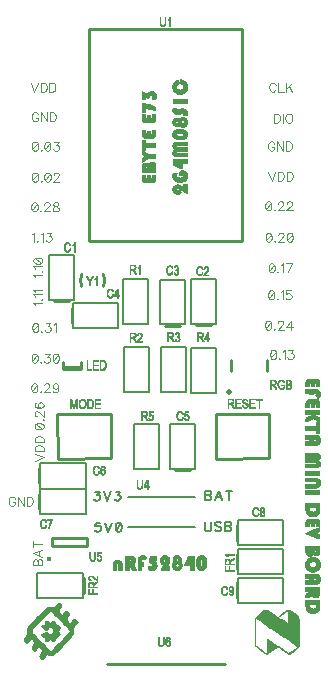
<source format=gbr>
G04 DipTrace 3.2.0.1*
G04 TopSilk.gbr*
%MOIN*%
G04 #@! TF.FileFunction,Legend,Top*
G04 #@! TF.Part,Single*
%ADD10C,0.009843*%
%ADD12C,0.003*%
%ADD14C,0.001969*%
%ADD20C,0.007874*%
%ADD31O,0.018554X0.01822*%
%ADD39C,0.015404*%
%ADD92C,0.004632*%
%ADD93C,0.006562*%
%FSLAX26Y26*%
G04*
G70*
G90*
G75*
G01*
G04 TopSilk*
%LPD*%
X-304836Y-553728D2*
D10*
X-355978D1*
X169516Y-632698D2*
X118374D1*
X64547Y-635060D2*
X13406D1*
X-295297Y-626752D2*
Y-575610D1*
X98406Y-1116556D2*
X47264D1*
X-403769Y-1160924D2*
Y-1109782D1*
X-403815Y-1247173D2*
Y-1196031D1*
X255373Y-1351406D2*
Y-1300264D1*
Y-1542106D2*
Y-1490965D1*
Y-1447618D2*
Y-1396476D1*
X-255378Y-1475471D2*
Y-1526613D1*
X-326740Y-779496D2*
Y-755937D1*
X-263811Y-779496D2*
Y-755937D1*
Y-772082D2*
X-326740D1*
X-263811Y-779531D2*
X-326740D1*
D31*
X228963Y-855564D3*
X354330Y-787411D2*
D10*
Y-748043D1*
X236233Y-787411D2*
Y-748043D1*
X-239348Y354331D2*
X272419D1*
Y-354295D1*
X-239348D1*
Y354331D1*
X-343887Y-929834D2*
X-166729Y-928418D1*
X-165533Y-1077628D1*
X-342692Y-1079044D1*
X-343887Y-929834D1*
X184459D2*
X361618Y-928418D1*
X362813Y-1077628D1*
X185655Y-1079044D1*
X184459Y-929834D1*
X-363285Y-1367870D2*
X-245180D1*
Y-1344250D1*
X-363285D1*
Y-1367870D1*
D39*
X-372485Y-1414098D3*
X-180326Y-1763780D2*
D10*
X213396D1*
X-190268Y-503646D2*
G03X-191329Y-464280I-37342J18690D01*
G01*
X-262051D2*
G03X-263113Y-503646I36280J-20676D01*
G01*
X102109Y-478719D2*
D20*
X185696D1*
Y-627873D1*
X102109D1*
Y-478719D1*
X-3058Y-481526D2*
X80529D1*
Y-630680D1*
X-3058D1*
Y-481526D1*
X-125346Y-479580D2*
X-41760D1*
Y-628734D1*
X-125346D1*
Y-479580D1*
X-372587Y-400441D2*
X-289000D1*
Y-549594D1*
X-372587D1*
Y-400441D1*
X-291663Y-559669D2*
X-142509D1*
Y-643256D1*
X-291663D1*
Y-559669D1*
X-120895Y-707087D2*
X-37308D1*
Y-856240D1*
X-120895D1*
Y-707087D1*
X824D2*
X84411D1*
Y-856240D1*
X824D1*
Y-707087D1*
X101747Y-710311D2*
X185333D1*
Y-859465D1*
X101747D1*
Y-710311D1*
X-88576Y-962157D2*
X-4990D1*
Y-1111311D1*
X-88576D1*
Y-962157D1*
X31059Y-963218D2*
X114646D1*
Y-1112371D1*
X31059D1*
Y-963218D1*
X-411579Y-1460181D2*
X-258005D1*
Y-1543768D1*
X-411579D1*
Y-1460181D1*
X258340Y-1475701D2*
X407493D1*
Y-1559287D1*
X258340D1*
Y-1475701D1*
X259252Y-1379470D2*
X408406D1*
Y-1463056D1*
X259252D1*
Y-1379470D1*
Y-1284054D2*
X408406D1*
Y-1367640D1*
X259252D1*
Y-1284054D1*
X-403643Y-1180820D2*
X-250070D1*
Y-1264407D1*
X-403643D1*
Y-1180820D1*
X-403490Y-1094323D2*
X-249916D1*
Y-1177909D1*
X-403490D1*
Y-1094323D1*
X-107640Y-1306104D2*
X114203D1*
X-107642Y-1204843D2*
X114201D1*
X-313883Y-357627D2*
D14*
X-307978D1*
X-288293D2*
X-286324D1*
X-315654Y-358612D2*
X-306543D1*
X-288670D2*
X-286324D1*
X-317180Y-359596D2*
X-305311D1*
X-289128D2*
X-286324D1*
X-318364Y-360580D2*
X-313686D1*
X-308323D2*
X-304313D1*
X-289714D2*
X-286324D1*
X-319238Y-361564D2*
X-315211D1*
X-307011D2*
X-303535D1*
X-290463D2*
X-286324D1*
X-319910Y-362549D2*
X-316396D1*
X-305991D2*
X-302904D1*
X-291330D2*
X-286324D1*
X-320476Y-363533D2*
X-317270D1*
X-305183D2*
X-302326D1*
X-292259D2*
X-286324D1*
X-320963Y-364517D2*
X-317941D1*
X-304617D2*
X-301728D1*
X-293185D2*
X-286324D1*
X-321342Y-365501D2*
X-318507D1*
X-304277D2*
X-301088D1*
X-294009D2*
X-291245D1*
X-289277D2*
X-286324D1*
X-321601Y-366486D2*
X-318994D1*
X-304041D2*
X-303056D1*
X-294654D2*
X-292230D1*
X-289277D2*
X-286324D1*
X-321839Y-367470D2*
X-319369D1*
X-295182D2*
X-293214D1*
X-289277D2*
X-286324D1*
X-322125Y-368454D2*
X-319594D1*
X-289277D2*
X-286324D1*
X-322397Y-369438D2*
X-319707D1*
X-289277D2*
X-286324D1*
X-322577Y-370423D2*
X-319757D1*
X-289277D2*
X-286324D1*
X-322671Y-371407D2*
X-319777D1*
X-289277D2*
X-286324D1*
X-322713Y-372391D2*
X-319785D1*
X-289277D2*
X-286324D1*
X-322727Y-373375D2*
X-319787D1*
X-289277D2*
X-286324D1*
X-322699Y-374360D2*
X-319788D1*
X-289277D2*
X-286324D1*
X-322576Y-375344D2*
X-319785D1*
X-289277D2*
X-286324D1*
X-322341Y-376328D2*
X-319750D1*
X-289277D2*
X-286324D1*
X-322086Y-377312D2*
X-319621D1*
X-303056D2*
X-302072D1*
X-289277D2*
X-286324D1*
X-321879Y-378297D2*
X-319351D1*
X-303397D2*
X-301655D1*
X-289277D2*
X-286324D1*
X-321659Y-379281D2*
X-318969D1*
X-303728D2*
X-301401D1*
X-289277D2*
X-286324D1*
X-321347Y-380265D2*
X-318523D1*
X-304079D2*
X-301605D1*
X-289277D2*
X-286324D1*
X-320948Y-381249D2*
X-318012D1*
X-304575D2*
X-301942D1*
X-289277D2*
X-286324D1*
X-320495Y-382234D2*
X-317341D1*
X-305289D2*
X-302367D1*
X-289277D2*
X-286324D1*
X-319985Y-383218D2*
X-316474D1*
X-306318D2*
X-302866D1*
X-289277D2*
X-286324D1*
X-319368Y-384202D2*
X-314262D1*
X-308000D2*
X-303480D1*
X-289277D2*
X-286324D1*
X-318569Y-385186D2*
X-310972D1*
X-310641D2*
X-304276D1*
X-289277D2*
X-286324D1*
X-317545Y-386171D2*
X-305300D1*
X-289277D2*
X-286324D1*
X-316276Y-387155D2*
X-306569D1*
X-289277D2*
X-286324D1*
X-314867Y-388139D2*
X-307978D1*
X-289277D2*
X-286324D1*
X127016Y-436822D2*
X132921D1*
X148669D2*
X154575D1*
X125245Y-437806D2*
X134356D1*
X147268D2*
X155555D1*
X123719Y-438790D2*
X135588D1*
X146131D2*
X156501D1*
X122535Y-439774D2*
X127213D1*
X132576D2*
X136586D1*
X145278D2*
X148673D1*
X153241D2*
X157325D1*
X121661Y-440759D2*
X125688D1*
X133888D2*
X137364D1*
X144647D2*
X147727D1*
X154519D2*
X157944D1*
X120989Y-441743D2*
X124503D1*
X134908D2*
X137995D1*
X144208D2*
X146907D1*
X155414D2*
X158402D1*
X120423Y-442727D2*
X123629D1*
X135716D2*
X138573D1*
X143957D2*
X146319D1*
X156085D2*
X158799D1*
X119936Y-443711D2*
X122958D1*
X136282D2*
X139171D1*
X143828D2*
X145964D1*
X156320D2*
X159116D1*
X119557Y-444696D2*
X122392D1*
X136622D2*
X139811D1*
X143748D2*
X145717D1*
X156444D2*
X159281D1*
X119298Y-445680D2*
X121905D1*
X136858D2*
X137843D1*
X156468D2*
X159257D1*
X119060Y-446664D2*
X121530D1*
X156362D2*
X159063D1*
X118774Y-447648D2*
X121305D1*
X156100D2*
X158795D1*
X118502Y-448633D2*
X121192D1*
X155722D2*
X158501D1*
X118322Y-449617D2*
X121142D1*
X155277D2*
X158138D1*
X118228Y-450601D2*
X121122D1*
X154770D2*
X157685D1*
X118186Y-451585D2*
X121114D1*
X154157D2*
X157131D1*
X118172Y-452570D2*
X121112D1*
X153397D2*
X156507D1*
X118200Y-453554D2*
X121111D1*
X152525D2*
X155875D1*
X118323Y-454538D2*
X121114D1*
X151590D2*
X155194D1*
X118558Y-455522D2*
X121149D1*
X150626D2*
X154402D1*
X118813Y-456507D2*
X121278D1*
X137843D2*
X138827D1*
X149649D2*
X153517D1*
X119020Y-457491D2*
X121548D1*
X137502D2*
X139244D1*
X148672D2*
X152577D1*
X119240Y-458475D2*
X121930D1*
X137171D2*
X139498D1*
X147723D2*
X151611D1*
X119552Y-459459D2*
X122376D1*
X136820D2*
X139294D1*
X146865D2*
X150638D1*
X119951Y-460444D2*
X122887D1*
X136324D2*
X138957D1*
X146120D2*
X149691D1*
X120404Y-461428D2*
X123558D1*
X135610D2*
X138532D1*
X145427D2*
X148833D1*
X120914Y-462412D2*
X124425D1*
X134581D2*
X138033D1*
X144774D2*
X148085D1*
X121531Y-463396D2*
X126637D1*
X132899D2*
X137419D1*
X144246D2*
X147355D1*
X122329Y-464381D2*
X129927D1*
X130258D2*
X136623D1*
X143829D2*
X146558D1*
X123353Y-465365D2*
X135599D1*
X143442D2*
X159496D1*
X124623Y-466349D2*
X134330D1*
X143084D2*
X159496D1*
X126031Y-467333D2*
X132921D1*
X142764D2*
X159496D1*
X26772Y-434066D2*
X32677D1*
X48425D2*
X53346D1*
X25000Y-435050D2*
X34112D1*
X47143D2*
X54511D1*
X23475Y-436034D2*
X35344D1*
X46154D2*
X55506D1*
X22291Y-437018D2*
X26969D1*
X32332D2*
X36342D1*
X45411D2*
X48467D1*
X53305D2*
X56258D1*
X21417Y-438003D2*
X25444D1*
X33644D2*
X37120D1*
X44809D2*
X47647D1*
X54125D2*
X56767D1*
X20745Y-438987D2*
X24259D1*
X34664D2*
X37751D1*
X44298D2*
X47059D1*
X54709D2*
X57051D1*
X20179Y-439971D2*
X23385D1*
X35472D2*
X38329D1*
X43870D2*
X46704D1*
X55041D2*
X57188D1*
X19692Y-440955D2*
X22714D1*
X36038D2*
X38927D1*
X43504D2*
X46457D1*
X55198D2*
X57247D1*
X19313Y-441940D2*
X22148D1*
X36378D2*
X39567D1*
X55225D2*
X57266D1*
X19054Y-442924D2*
X21661D1*
X36614D2*
X37598D1*
X55156D2*
X57236D1*
X18816Y-443908D2*
X21286D1*
X54649D2*
X57080D1*
X18530Y-444892D2*
X21061D1*
X53416D2*
X56723D1*
X18257Y-445877D2*
X20948D1*
X51999D2*
X56274D1*
X18078Y-446861D2*
X20898D1*
X50790D2*
X55887D1*
X17984Y-447845D2*
X20878D1*
X49992D2*
X56008D1*
X17941Y-448829D2*
X20870D1*
X49409D2*
X56593D1*
X17928Y-449814D2*
X20868D1*
X51937D2*
X57223D1*
X17956Y-450798D2*
X20867D1*
X53780D2*
X57756D1*
X18079Y-451782D2*
X20870D1*
X55138D2*
X58178D1*
X18313Y-452766D2*
X20905D1*
X55704D2*
X58562D1*
X18569Y-453751D2*
X21034D1*
X37598D2*
X38583D1*
X56033D2*
X58875D1*
X18776Y-454735D2*
X21304D1*
X37258D2*
X39000D1*
X56190D2*
X59038D1*
X18996Y-455719D2*
X21686D1*
X36927D2*
X39254D1*
X56254D2*
X59013D1*
X19308Y-456703D2*
X22132D1*
X36576D2*
X39050D1*
X43504D2*
X45472D1*
X56242D2*
X58819D1*
X19707Y-457688D2*
X22643D1*
X36080D2*
X38713D1*
X43541D2*
X45850D1*
X56088D2*
X58551D1*
X20159Y-458672D2*
X23314D1*
X35366D2*
X38288D1*
X43671D2*
X46323D1*
X55785D2*
X58257D1*
X20669Y-459656D2*
X24181D1*
X34337D2*
X37789D1*
X43946D2*
X46898D1*
X54903D2*
X57894D1*
X21287Y-460640D2*
X26393D1*
X32655D2*
X37175D1*
X44366D2*
X48375D1*
X53451D2*
X57433D1*
X22085Y-461625D2*
X29683D1*
X30014D2*
X36378D1*
X44975D2*
X50612D1*
X51188D2*
X56807D1*
X23109Y-462609D2*
X35355D1*
X45869D2*
X55906D1*
X24379Y-463593D2*
X34086D1*
X47065D2*
X54708D1*
X25787Y-464577D2*
X32677D1*
X48425D2*
X53346D1*
X-171333Y-511241D2*
X-165428D1*
X-144759D2*
X-142790D1*
X-173105Y-512226D2*
X-163993D1*
X-145369D2*
X-142790D1*
X-174630Y-513210D2*
X-162761D1*
X-145930D2*
X-142790D1*
X-175814Y-514194D2*
X-171136D1*
X-165773D2*
X-161763D1*
X-146457D2*
X-142790D1*
X-176688Y-515178D2*
X-172661D1*
X-164461D2*
X-160985D1*
X-146967D2*
X-142790D1*
X-177360Y-516163D2*
X-173846D1*
X-163441D2*
X-160354D1*
X-147497D2*
X-142790D1*
X-177926Y-517147D2*
X-174720D1*
X-162633D2*
X-159776D1*
X-148085D2*
X-142790D1*
X-178413Y-518131D2*
X-175391D1*
X-162067D2*
X-159178D1*
X-148720D2*
X-142790D1*
X-178792Y-519115D2*
X-175957D1*
X-161727D2*
X-158538D1*
X-149323D2*
X-146571D1*
X-144759D2*
X-142790D1*
X-179051Y-520100D2*
X-176444D1*
X-161491D2*
X-160507D1*
X-149876D2*
X-147277D1*
X-144759D2*
X-142790D1*
X-179289Y-521084D2*
X-176819D1*
X-150398D2*
X-147877D1*
X-144759D2*
X-142790D1*
X-179575Y-522068D2*
X-177044D1*
X-150902D2*
X-148418D1*
X-144759D2*
X-142790D1*
X-179847Y-523052D2*
X-177157D1*
X-151400D2*
X-148930D1*
X-144759D2*
X-142790D1*
X-180027Y-524037D2*
X-177207D1*
X-151893D2*
X-149430D1*
X-144759D2*
X-142790D1*
X-180121Y-525021D2*
X-177227D1*
X-152387D2*
X-149928D1*
X-144759D2*
X-142790D1*
X-180164Y-526005D2*
X-177235D1*
X-152882D2*
X-150453D1*
X-144759D2*
X-142790D1*
X-180177Y-526990D2*
X-177237D1*
X-153406D2*
X-151039D1*
X-144759D2*
X-142790D1*
X-180149Y-527974D2*
X-177238D1*
X-153988D2*
X-151676D1*
X-144759D2*
X-142790D1*
X-180026Y-528958D2*
X-177235D1*
X-154587D2*
X-152305D1*
X-144759D2*
X-142790D1*
X-179792Y-529942D2*
X-177200D1*
X-155061D2*
X-152945D1*
X-144759D2*
X-142790D1*
X-179536Y-530927D2*
X-177071D1*
X-160507D2*
X-159522D1*
X-155344D2*
X-153617D1*
X-144759D2*
X-142790D1*
X-179329Y-531911D2*
X-176801D1*
X-160847D2*
X-159105D1*
X-155484D2*
X-138853D1*
X-179109Y-532895D2*
X-176419D1*
X-161178D2*
X-158851D1*
X-155546D2*
X-138853D1*
X-178797Y-533879D2*
X-175973D1*
X-161529D2*
X-159055D1*
X-155572D2*
X-138853D1*
X-178398Y-534864D2*
X-175462D1*
X-162025D2*
X-159392D1*
X-144759D2*
X-142790D1*
X-177946Y-535848D2*
X-174791D1*
X-162739D2*
X-159817D1*
X-144759D2*
X-142790D1*
X-177436Y-536832D2*
X-173924D1*
X-163768D2*
X-160316D1*
X-144759D2*
X-142790D1*
X-176818Y-537816D2*
X-171712D1*
X-165450D2*
X-160930D1*
X-144759D2*
X-142790D1*
X-176020Y-538801D2*
X-168422D1*
X-168091D2*
X-161727D1*
X-144759D2*
X-142790D1*
X-174996Y-539785D2*
X-162750D1*
X-144759D2*
X-142790D1*
X-173726Y-540769D2*
X-164019D1*
X-144759D2*
X-142790D1*
X-172318Y-541753D2*
X-165428D1*
X-144759D2*
X-142790D1*
X61024Y-920092D2*
X66929D1*
X80709D2*
X92520D1*
X59252Y-921076D2*
X68364D1*
X80254D2*
X92520D1*
X57727Y-922060D2*
X69596D1*
X79972D2*
X92520D1*
X56543Y-923045D2*
X61221D1*
X66584D2*
X70594D1*
X79829D2*
X81693D1*
X55669Y-924029D2*
X59696D1*
X67896D2*
X71372D1*
X79761D2*
X81693D1*
X54997Y-925013D2*
X58511D1*
X68916D2*
X72003D1*
X79701D2*
X81689D1*
X54431Y-925997D2*
X57637D1*
X69724D2*
X72581D1*
X79566D2*
X81654D1*
X53944Y-926982D2*
X56966D1*
X70290D2*
X73179D1*
X79327D2*
X81537D1*
X53565Y-927966D2*
X56400D1*
X70630D2*
X73819D1*
X79073D2*
X81376D1*
X53306Y-928950D2*
X55912D1*
X70866D2*
X71850D1*
X78901D2*
X81276D1*
X53068Y-929934D2*
X55538D1*
X78806D2*
X81874D1*
X83661D2*
X87598D1*
X52782Y-930919D2*
X55313D1*
X78729D2*
X89000D1*
X52509Y-931903D2*
X55200D1*
X78594D2*
X90136D1*
X52330Y-932887D2*
X55150D1*
X78427D2*
X82718D1*
X87595D2*
X90989D1*
X52236Y-933871D2*
X55130D1*
X78324D2*
X81886D1*
X88540D2*
X91625D1*
X52193Y-934856D2*
X55122D1*
X78922D2*
X81239D1*
X89361D2*
X92098D1*
X52180Y-935840D2*
X55120D1*
X79724D2*
X80709D1*
X89945D2*
X92474D1*
X52208Y-936824D2*
X55119D1*
X90278D2*
X92832D1*
X52331Y-937808D2*
X55122D1*
X90438D2*
X93138D1*
X52565Y-938793D2*
X55157D1*
X90508D2*
X93327D1*
X52821Y-939777D2*
X55286D1*
X71850D2*
X72835D1*
X90535D2*
X93392D1*
X53027Y-940761D2*
X55556D1*
X71510D2*
X73251D1*
X90542D2*
X93311D1*
X53248Y-941745D2*
X55938D1*
X71179D2*
X73506D1*
X90511D2*
X93093D1*
X53560Y-942730D2*
X56384D1*
X70828D2*
X73302D1*
X77756D2*
X79724D1*
X90383D2*
X92844D1*
X53959Y-943714D2*
X56895D1*
X70332D2*
X72965D1*
X77793D2*
X80102D1*
X90109D2*
X92637D1*
X54411Y-944698D2*
X57566D1*
X69618D2*
X72540D1*
X77923D2*
X80575D1*
X89678D2*
X92386D1*
X54921Y-945682D2*
X58433D1*
X68589D2*
X72041D1*
X78198D2*
X81150D1*
X89122D2*
X91980D1*
X55539Y-946667D2*
X60645D1*
X66907D2*
X71427D1*
X78618D2*
X82627D1*
X87647D2*
X91432D1*
X56337Y-947651D2*
X63935D1*
X64266D2*
X70630D1*
X79227D2*
X84864D1*
X85411D2*
X90800D1*
X57361Y-948635D2*
X69607D1*
X80121D2*
X89986D1*
X58631Y-949619D2*
X68338D1*
X81317D2*
X88879D1*
X60039Y-950604D2*
X66929D1*
X82677D2*
X87598D1*
X-217929Y-1101436D2*
X-212024D1*
X-195291D2*
X-190370D1*
X-219700Y-1102420D2*
X-210589D1*
X-196692D2*
X-189423D1*
X-221226Y-1103404D2*
X-209357D1*
X-197829D2*
X-188569D1*
X-222410Y-1104388D2*
X-217732D1*
X-212369D2*
X-208359D1*
X-198682D2*
X-195287D1*
X-191737D2*
X-187859D1*
X-223284Y-1105373D2*
X-219257D1*
X-211057D2*
X-207581D1*
X-199318D2*
X-196233D1*
X-190548D2*
X-187291D1*
X-223956Y-1106357D2*
X-220442D1*
X-210037D2*
X-206950D1*
X-199791D2*
X-197054D1*
X-189735D2*
X-186875D1*
X-224522Y-1107341D2*
X-221316D1*
X-209228D2*
X-206372D1*
X-200167D2*
X-197642D1*
X-189064D2*
X-186617D1*
X-225009Y-1108325D2*
X-221987D1*
X-208663D2*
X-205774D1*
X-200525D2*
X-198009D1*
X-188402D2*
X-186433D1*
X-225388Y-1109310D2*
X-222553D1*
X-208323D2*
X-205134D1*
X-200831D2*
X-198295D1*
X-225647Y-1110294D2*
X-223040D1*
X-208087D2*
X-207102D1*
X-201024D2*
X-198600D1*
X-225885Y-1111278D2*
X-223415D1*
X-201123D2*
X-198880D1*
X-226171Y-1112262D2*
X-223640D1*
X-201168D2*
X-199058D1*
X-226443Y-1113247D2*
X-223753D1*
X-201186D2*
X-199116D1*
X-195291D2*
X-190370D1*
X-226623Y-1114231D2*
X-223803D1*
X-201193D2*
X-199007D1*
X-196457D2*
X-189390D1*
X-226717Y-1115215D2*
X-223823D1*
X-201196D2*
X-198689D1*
X-197786D2*
X-188444D1*
X-226759Y-1116199D2*
X-223830D1*
X-201196D2*
X-195057D1*
X-191704D2*
X-187620D1*
X-226773Y-1117184D2*
X-223833D1*
X-201197D2*
X-196452D1*
X-190426D2*
X-187000D1*
X-226745Y-1118168D2*
X-223834D1*
X-201197D2*
X-197525D1*
X-189531D2*
X-186543D1*
X-226622Y-1119152D2*
X-223831D1*
X-201197D2*
X-197935D1*
X-188860D2*
X-186146D1*
X-226387Y-1120136D2*
X-223796D1*
X-201197D2*
X-198258D1*
X-188624D2*
X-185825D1*
X-226131Y-1121121D2*
X-223667D1*
X-207102D2*
X-206118D1*
X-201197D2*
X-198548D1*
X-188497D2*
X-185629D1*
X-225925Y-1122105D2*
X-223397D1*
X-207443D2*
X-205701D1*
X-201193D2*
X-198711D1*
X-188439D2*
X-185562D1*
X-225705Y-1123089D2*
X-223015D1*
X-207774D2*
X-205446D1*
X-201158D2*
X-198657D1*
X-188419D2*
X-185642D1*
X-225393Y-1124073D2*
X-222569D1*
X-208125D2*
X-205651D1*
X-201029D2*
X-198462D1*
X-188445D2*
X-185863D1*
X-224994Y-1125058D2*
X-222058D1*
X-208621D2*
X-205988D1*
X-200759D2*
X-198170D1*
X-188575D2*
X-186143D1*
X-224541Y-1126042D2*
X-221387D1*
X-209335D2*
X-206413D1*
X-200377D2*
X-197686D1*
X-188898D2*
X-186442D1*
X-224031Y-1127026D2*
X-220520D1*
X-210364D2*
X-206912D1*
X-199931D2*
X-196886D1*
X-189394D2*
X-186806D1*
X-223414Y-1128010D2*
X-218308D1*
X-212046D2*
X-207525D1*
X-199420D2*
X-195592D1*
X-190962D2*
X-187268D1*
X-222615Y-1128995D2*
X-215018D1*
X-214687D2*
X-208322D1*
X-198770D2*
X-193664D1*
X-193363D2*
X-187893D1*
X-221591Y-1129979D2*
X-209346D1*
X-197858D2*
X-188795D1*
X-220322Y-1130963D2*
X-210615D1*
X-196655D2*
X-189993D1*
X-218913Y-1131948D2*
X-212024D1*
X-195291D2*
X-191354D1*
X-393984Y-1279395D2*
X-388079D1*
X-377252D2*
X-361504D1*
X-395755Y-1280379D2*
X-386644D1*
X-377252D2*
X-361660D1*
X-397281Y-1281364D2*
X-385412D1*
X-377252D2*
X-361942D1*
X-398465Y-1282348D2*
X-393787D1*
X-388424D2*
X-384414D1*
X-365285D2*
X-362357D1*
X-399339Y-1283332D2*
X-395312D1*
X-387112D2*
X-383636D1*
X-365991D2*
X-362895D1*
X-400011Y-1284316D2*
X-396497D1*
X-386092D2*
X-383005D1*
X-366591D2*
X-363509D1*
X-400577Y-1285301D2*
X-397371D1*
X-385284D2*
X-382427D1*
X-367132D2*
X-364104D1*
X-401064Y-1286285D2*
X-398042D1*
X-384718D2*
X-381829D1*
X-367643D2*
X-364654D1*
X-401443Y-1287269D2*
X-398608D1*
X-384378D2*
X-381189D1*
X-368144D2*
X-365176D1*
X-401702Y-1288253D2*
X-399095D1*
X-384142D2*
X-383157D1*
X-368638D2*
X-365679D1*
X-401940Y-1289238D2*
X-399470D1*
X-369128D2*
X-366173D1*
X-402226Y-1290222D2*
X-399695D1*
X-369589D2*
X-366635D1*
X-402498Y-1291206D2*
X-399808D1*
X-369987D2*
X-367034D1*
X-402678Y-1292190D2*
X-399858D1*
X-370334D2*
X-367385D1*
X-402772Y-1293175D2*
X-399878D1*
X-370685D2*
X-367766D1*
X-402814Y-1294159D2*
X-399886D1*
X-371021D2*
X-368194D1*
X-402828Y-1295143D2*
X-399888D1*
X-371338D2*
X-368625D1*
X-402800Y-1296127D2*
X-399889D1*
X-371673D2*
X-369011D1*
X-402677Y-1297112D2*
X-399886D1*
X-371973D2*
X-369352D1*
X-402442Y-1298096D2*
X-399851D1*
X-372198D2*
X-369697D1*
X-402187Y-1299080D2*
X-399722D1*
X-383157D2*
X-382173D1*
X-372421D2*
X-369998D1*
X-401980Y-1300064D2*
X-399452D1*
X-383498D2*
X-381756D1*
X-372701D2*
X-370194D1*
X-401760Y-1301049D2*
X-399070D1*
X-383829D2*
X-381502D1*
X-372972D2*
X-370327D1*
X-401448Y-1302033D2*
X-398624D1*
X-384180D2*
X-381706D1*
X-373151D2*
X-370497D1*
X-401049Y-1303017D2*
X-398113D1*
X-384676D2*
X-382043D1*
X-373248D2*
X-370751D1*
X-400596Y-1304001D2*
X-397442D1*
X-385390D2*
X-382468D1*
X-373325D2*
X-371010D1*
X-400086Y-1304986D2*
X-396575D1*
X-386419D2*
X-382967D1*
X-373468D2*
X-371185D1*
X-399469Y-1305970D2*
X-394363D1*
X-388101D2*
X-383581D1*
X-373711D2*
X-371277D1*
X-398671Y-1306954D2*
X-391073D1*
X-390742D2*
X-384377D1*
X-373966D2*
X-371319D1*
X-397647Y-1307938D2*
X-385401D1*
X-374139D2*
X-371336D1*
X-396377Y-1308923D2*
X-386670D1*
X-374236D2*
X-371343D1*
X-394969Y-1309907D2*
X-388079D1*
X-374299D2*
X-371346D1*
X313804Y-1240020D2*
X319710D1*
X335458D2*
X340379D1*
X312033Y-1241004D2*
X321145D1*
X334478D2*
X341662D1*
X310508Y-1241988D2*
X322377D1*
X333532D2*
X342646D1*
X309323Y-1242972D2*
X314002D1*
X319364D2*
X323375D1*
X332711D2*
X335614D1*
X340338D2*
X343359D1*
X308450Y-1243957D2*
X312476D1*
X320676D2*
X324152D1*
X332127D2*
X334912D1*
X341158D2*
X343869D1*
X307778Y-1244941D2*
X311292D1*
X321697D2*
X324784D1*
X331794D2*
X334347D1*
X341742D2*
X344261D1*
X307212Y-1245925D2*
X310418D1*
X322505D2*
X325361D1*
X331634D2*
X333938D1*
X342074D2*
X344621D1*
X306725Y-1246909D2*
X309746D1*
X323071D2*
X325960D1*
X331565D2*
X333732D1*
X342231D2*
X344895D1*
X306346Y-1247894D2*
X309180D1*
X323410D2*
X326600D1*
X331541D2*
X333742D1*
X342262D2*
X345044D1*
X306086Y-1248878D2*
X308693D1*
X323647D2*
X324631D1*
X331569D2*
X333980D1*
X342205D2*
X344806D1*
X305848Y-1249862D2*
X308318D1*
X331729D2*
X334370D1*
X341770D2*
X344419D1*
X305563Y-1250846D2*
X308093D1*
X332127D2*
X335381D1*
X340365D2*
X343862D1*
X305290Y-1251831D2*
X307981D1*
X332778D2*
X337685D1*
X338167D2*
X343125D1*
X305111Y-1252815D2*
X307931D1*
X333594D2*
X342268D1*
X305017Y-1253799D2*
X307911D1*
X334474D2*
X341364D1*
X304974Y-1254783D2*
X307903D1*
X333191D2*
X342761D1*
X304961Y-1255768D2*
X307900D1*
X332207D2*
X335495D1*
X340375D2*
X343867D1*
X304988Y-1256752D2*
X307899D1*
X331498D2*
X334641D1*
X341321D2*
X344629D1*
X305111Y-1257736D2*
X307903D1*
X331022D2*
X333931D1*
X342142D2*
X345150D1*
X305346Y-1258720D2*
X307937D1*
X330756D2*
X333363D1*
X342726D2*
X345572D1*
X305602Y-1259705D2*
X308067D1*
X324631D2*
X325615D1*
X330627D2*
X332950D1*
X343059D2*
X345904D1*
X305808Y-1260689D2*
X308337D1*
X324291D2*
X326032D1*
X330572D2*
X332713D1*
X343219D2*
X346103D1*
X306029Y-1261673D2*
X308719D1*
X323960D2*
X326287D1*
X330550D2*
X332629D1*
X343285D2*
X346171D1*
X306341Y-1262657D2*
X309164D1*
X323609D2*
X326083D1*
X330545D2*
X332706D1*
X343278D2*
X346091D1*
X306740Y-1263642D2*
X309676D1*
X323113D2*
X325746D1*
X330577D2*
X332959D1*
X343155D2*
X345870D1*
X307192Y-1264626D2*
X310347D1*
X322398D2*
X325321D1*
X330705D2*
X333383D1*
X342831D2*
X345587D1*
X307702Y-1265610D2*
X311214D1*
X321370D2*
X324822D1*
X330979D2*
X333935D1*
X342324D2*
X345254D1*
X308320Y-1266594D2*
X313425D1*
X319687D2*
X324208D1*
X331399D2*
X335410D1*
X340585D2*
X344760D1*
X309118Y-1267579D2*
X316716D1*
X317047D2*
X323411D1*
X332007D2*
X337646D1*
X337842D2*
X344029D1*
X310142Y-1268563D2*
X322388D1*
X332902D2*
X343036D1*
X311411Y-1269547D2*
X321119D1*
X334098D2*
X341781D1*
X312820Y-1270531D2*
X319710D1*
X335458D2*
X340379D1*
X209629Y-1502612D2*
X215534D1*
X231282D2*
X235219D1*
X207857Y-1503596D2*
X216969D1*
X229881D2*
X236654D1*
X206332Y-1504580D2*
X218201D1*
X228744D2*
X237886D1*
X205148Y-1505564D2*
X209826D1*
X215189D2*
X219199D1*
X227891D2*
X231320D1*
X236166D2*
X238884D1*
X204274Y-1506549D2*
X208301D1*
X216501D2*
X219977D1*
X227260D2*
X230465D1*
X237020D2*
X239658D1*
X203602Y-1507533D2*
X207116D1*
X217521D2*
X220608D1*
X226821D2*
X229755D1*
X237730D2*
X240251D1*
X203036Y-1508517D2*
X206242D1*
X218329D2*
X221186D1*
X226570D2*
X229188D1*
X238298D2*
X240674D1*
X202549Y-1509501D2*
X205570D1*
X218895D2*
X221784D1*
X226448D2*
X228775D1*
X238711D2*
X240923D1*
X202170Y-1510486D2*
X205005D1*
X219235D2*
X222424D1*
X226395D2*
X228534D1*
X238952D2*
X241077D1*
X201911Y-1511470D2*
X204517D1*
X219471D2*
X220455D1*
X226373D2*
X228419D1*
X239067D2*
X241255D1*
X201672Y-1512454D2*
X204143D1*
X226365D2*
X228401D1*
X239085D2*
X241512D1*
X201387Y-1513438D2*
X203918D1*
X226366D2*
X228509D1*
X238976D2*
X241772D1*
X201114Y-1514423D2*
X203805D1*
X226400D2*
X228776D1*
X238710D2*
X241947D1*
X200935Y-1515407D2*
X203755D1*
X226529D2*
X229204D1*
X238281D2*
X242039D1*
X200841Y-1516391D2*
X203735D1*
X226803D2*
X229758D1*
X237727D2*
X242081D1*
X200798Y-1517375D2*
X203727D1*
X227223D2*
X231234D1*
X236252D2*
X242099D1*
X200785Y-1518360D2*
X203725D1*
X227832D2*
X233470D1*
X234016D2*
X242101D1*
X200813Y-1519344D2*
X203724D1*
X228726D2*
X242069D1*
X200936Y-1520328D2*
X203727D1*
X229922D2*
X237188D1*
X239156D2*
X241945D1*
X201170Y-1521312D2*
X203762D1*
X231282D2*
X235219D1*
X239156D2*
X241709D1*
X201426Y-1522297D2*
X203891D1*
X220455D2*
X221440D1*
X239152D2*
X241457D1*
X201632Y-1523281D2*
X204161D1*
X220115D2*
X221856D1*
X239118D2*
X241281D1*
X201853Y-1524265D2*
X204543D1*
X219784D2*
X222111D1*
X238988D2*
X241156D1*
X202165Y-1525249D2*
X204989D1*
X219433D2*
X221907D1*
X238718D2*
X240985D1*
X202564Y-1526234D2*
X205500D1*
X218937D2*
X221570D1*
X226361D2*
X229314D1*
X238333D2*
X240697D1*
X203016Y-1527218D2*
X206171D1*
X218223D2*
X221145D1*
X226701D2*
X229519D1*
X237837D2*
X240309D1*
X203526Y-1528202D2*
X207038D1*
X217194D2*
X220646D1*
X227033D2*
X229872D1*
X237229D2*
X239860D1*
X204144Y-1529186D2*
X209250D1*
X215511D2*
X220032D1*
X227387D2*
X231108D1*
X235635D2*
X239348D1*
X204942Y-1530171D2*
X212540D1*
X212871D2*
X219235D1*
X227920D2*
X232965D1*
X233219D2*
X238697D1*
X205966Y-1531155D2*
X218212D1*
X228767D2*
X237786D1*
X207236Y-1532139D2*
X216943D1*
X229938D2*
X236583D1*
X208644Y-1533123D2*
X215534D1*
X231282D2*
X235219D1*
X213182Y-1396339D2*
X243694D1*
X214201Y-1397323D2*
X243694D1*
X215439Y-1398307D2*
X243694D1*
X216722Y-1399291D2*
X220068D1*
X217912Y-1400276D2*
X221018D1*
X219005Y-1401260D2*
X221876D1*
X220039Y-1402244D2*
X222616D1*
X221045Y-1403228D2*
X223308D1*
X222041Y-1404213D2*
X224009D1*
X242710Y-1410118D2*
X243694D1*
X241078Y-1411102D2*
X243649D1*
X218104Y-1412087D2*
X224993D1*
X239406D2*
X243544D1*
X216706Y-1413071D2*
X226395D1*
X237663D2*
X243046D1*
X215600Y-1414055D2*
X227539D1*
X235951D2*
X241872D1*
X214838Y-1415039D2*
X219323D1*
X223812D2*
X228468D1*
X234388D2*
X240369D1*
X214317Y-1416024D2*
X217924D1*
X225333D2*
X229413D1*
X232936D2*
X238658D1*
X213895Y-1417008D2*
X216839D1*
X226483D2*
X230573D1*
X231454D2*
X236913D1*
X213564Y-1417992D2*
X216323D1*
X227357D2*
X235260D1*
X213361Y-1418976D2*
X215883D1*
X227662D2*
X233760D1*
X213258Y-1419961D2*
X215541D1*
X227825D2*
X232528D1*
X213212Y-1420945D2*
X215333D1*
X227899D2*
X231670D1*
X213193Y-1421929D2*
X215228D1*
X227929D2*
X231094D1*
X213186Y-1422913D2*
X215181D1*
X227940D2*
X230645D1*
X213184Y-1423898D2*
X215162D1*
X227944D2*
X230303D1*
X213183Y-1424882D2*
X215155D1*
X227946D2*
X230096D1*
X213183Y-1425866D2*
X215152D1*
X227946D2*
X229991D1*
X213182Y-1426850D2*
X215151D1*
X227946D2*
X229945D1*
X213182Y-1427835D2*
X215151D1*
X227946D2*
X229925D1*
X213182Y-1428819D2*
X243694D1*
X213182Y-1429803D2*
X243694D1*
X213182Y-1430787D2*
X243694D1*
X213182Y-1435709D2*
X215151D1*
X213182Y-1436693D2*
X215151D1*
X213182Y-1437677D2*
X215151D1*
X226962D2*
X228930D1*
X213182Y-1438661D2*
X215151D1*
X226962D2*
X228930D1*
X213182Y-1439646D2*
X215151D1*
X226962D2*
X228930D1*
X213182Y-1440630D2*
X215151D1*
X226962D2*
X228930D1*
X213182Y-1441614D2*
X215151D1*
X226962D2*
X228930D1*
X213182Y-1442598D2*
X215151D1*
X226962D2*
X228930D1*
X213182Y-1443583D2*
X215151D1*
X226962D2*
X228930D1*
X213182Y-1444567D2*
X215151D1*
X226962D2*
X228930D1*
X213182Y-1445551D2*
X215151D1*
X226962D2*
X228930D1*
X213182Y-1446535D2*
X215151D1*
X226962D2*
X228930D1*
X213182Y-1447520D2*
X215151D1*
X226962D2*
X228930D1*
X213182Y-1448504D2*
X215151D1*
X226962D2*
X228930D1*
X213182Y-1449488D2*
X215151D1*
X226962D2*
X228930D1*
X213182Y-1450472D2*
X243694D1*
X213182Y-1451457D2*
X243694D1*
X213182Y-1452441D2*
X243694D1*
X-236364Y-1468093D2*
X-228490D1*
X-212741D2*
X-210773D1*
X-237761Y-1469077D2*
X-227013D1*
X-212741D2*
X-210773D1*
X-238867Y-1470062D2*
X-225620D1*
X-212741D2*
X-210773D1*
X-239629Y-1471046D2*
X-236326D1*
X-229630D2*
X-224257D1*
X-212741D2*
X-210773D1*
X-240150Y-1472030D2*
X-237180D1*
X-227944D2*
X-222957D1*
X-212741D2*
X-210773D1*
X-240572Y-1473014D2*
X-237886D1*
X-226394D2*
X-221775D1*
X-212741D2*
X-210773D1*
X-240900Y-1473999D2*
X-238420D1*
X-224997D2*
X-220690D1*
X-212741D2*
X-210773D1*
X-241068Y-1474983D2*
X-238814D1*
X-223772D2*
X-219657D1*
X-212741D2*
X-210773D1*
X-241045Y-1475967D2*
X-238698D1*
X-222669D2*
X-218612D1*
X-212745D2*
X-210773D1*
X-240852Y-1476951D2*
X-238372D1*
X-221633D2*
X-217419D1*
X-212783D2*
X-210773D1*
X-240579Y-1477936D2*
X-237782D1*
X-220624D2*
X-215884D1*
X-212935D2*
X-210773D1*
X-240247Y-1478920D2*
X-236846D1*
X-219597D2*
X-213933D1*
X-213271D2*
X-210773D1*
X-239721Y-1479904D2*
X-235680D1*
X-218481D2*
X-210773D1*
X-238877Y-1480888D2*
X-234638D1*
X-217222D2*
X-210773D1*
X-237708Y-1481873D2*
X-233932D1*
X-215831D2*
X-210773D1*
X-236364Y-1482857D2*
X-233411D1*
X-214323D2*
X-210773D1*
X-212741Y-1483841D2*
X-210773D1*
X-211757Y-1486794D2*
X-210773D1*
X-213389Y-1487778D2*
X-210818D1*
X-236364Y-1488762D2*
X-229474D1*
X-215061D2*
X-210923D1*
X-237761Y-1489747D2*
X-228073D1*
X-216804D2*
X-211421D1*
X-238867Y-1490731D2*
X-226928D1*
X-218516D2*
X-212595D1*
X-239629Y-1491715D2*
X-235144D1*
X-230655D2*
X-225999D1*
X-220079D2*
X-214098D1*
X-240150Y-1492699D2*
X-236544D1*
X-229134D2*
X-225054D1*
X-221531D2*
X-215810D1*
X-240572Y-1493684D2*
X-237628D1*
X-227984D2*
X-223894D1*
X-223013D2*
X-217554D1*
X-240904Y-1494668D2*
X-238144D1*
X-227110D2*
X-219207D1*
X-241106Y-1495652D2*
X-238584D1*
X-226806D2*
X-220707D1*
X-241209Y-1496636D2*
X-238927D1*
X-226642D2*
X-221939D1*
X-241255Y-1497621D2*
X-239135D1*
X-226568D2*
X-222798D1*
X-241274Y-1498605D2*
X-239240D1*
X-226538D2*
X-223374D1*
X-241281Y-1499589D2*
X-239286D1*
X-226527D2*
X-223822D1*
X-241283Y-1500573D2*
X-239305D1*
X-226523D2*
X-224164D1*
X-241284Y-1501558D2*
X-239312D1*
X-226522D2*
X-224372D1*
X-241285Y-1502542D2*
X-239315D1*
X-226521D2*
X-224476D1*
X-241285Y-1503526D2*
X-239316D1*
X-226521D2*
X-224523D1*
X-241285Y-1504510D2*
X-239316D1*
X-226521D2*
X-224542D1*
X-241285Y-1505495D2*
X-210773D1*
X-241285Y-1506479D2*
X-210773D1*
X-241285Y-1507463D2*
X-210773D1*
X-241285Y-1512385D2*
X-239316D1*
X-241285Y-1513369D2*
X-239316D1*
X-241285Y-1514353D2*
X-239316D1*
X-227505D2*
X-225537D1*
X-241285Y-1515337D2*
X-239316D1*
X-227505D2*
X-225537D1*
X-241285Y-1516322D2*
X-239316D1*
X-227505D2*
X-225537D1*
X-241285Y-1517306D2*
X-239316D1*
X-227505D2*
X-225537D1*
X-241285Y-1518290D2*
X-239316D1*
X-227505D2*
X-225537D1*
X-241285Y-1519274D2*
X-239316D1*
X-227505D2*
X-225537D1*
X-241285Y-1520259D2*
X-239316D1*
X-227505D2*
X-225537D1*
X-241285Y-1521243D2*
X-239316D1*
X-227505D2*
X-225537D1*
X-241285Y-1522227D2*
X-239316D1*
X-227505D2*
X-225537D1*
X-241285Y-1523211D2*
X-239316D1*
X-227505D2*
X-225537D1*
X-241285Y-1524196D2*
X-239316D1*
X-227505D2*
X-225537D1*
X-241285Y-1525180D2*
X-239316D1*
X-227505D2*
X-225537D1*
X-241285Y-1526164D2*
X-239316D1*
X-227505D2*
X-225537D1*
X-241285Y-1527148D2*
X-210773D1*
X-241285Y-1528133D2*
X-210773D1*
X-241285Y-1529117D2*
X-210773D1*
X-246252Y-750853D2*
X-244283D1*
X-226567D2*
X-208850D1*
X-202945D2*
X-190150D1*
X-246252Y-751837D2*
X-244283D1*
X-226567D2*
X-208850D1*
X-202945D2*
X-188715D1*
X-246252Y-752822D2*
X-244283D1*
X-226567D2*
X-208850D1*
X-202945D2*
X-187483D1*
X-246252Y-753806D2*
X-244283D1*
X-226567D2*
X-224598D1*
X-202945D2*
X-200976D1*
X-190153D2*
X-186485D1*
X-246252Y-754790D2*
X-244283D1*
X-226567D2*
X-224598D1*
X-202945D2*
X-200976D1*
X-189204D2*
X-185707D1*
X-246252Y-755774D2*
X-244283D1*
X-226567D2*
X-224598D1*
X-202945D2*
X-200976D1*
X-188349D2*
X-185079D1*
X-246252Y-756759D2*
X-244283D1*
X-226567D2*
X-224598D1*
X-202945D2*
X-200976D1*
X-187639D2*
X-184531D1*
X-246252Y-757743D2*
X-244283D1*
X-226567D2*
X-224598D1*
X-202945D2*
X-200976D1*
X-187067D2*
X-184050D1*
X-246252Y-758727D2*
X-244283D1*
X-226567D2*
X-224598D1*
X-202945D2*
X-200976D1*
X-186619D2*
X-183678D1*
X-246252Y-759711D2*
X-244283D1*
X-226567D2*
X-224598D1*
X-202945D2*
X-200976D1*
X-186253D2*
X-183454D1*
X-246252Y-760696D2*
X-244283D1*
X-226567D2*
X-224598D1*
X-202945D2*
X-200976D1*
X-185898D2*
X-183341D1*
X-246252Y-761680D2*
X-244283D1*
X-226567D2*
X-224598D1*
X-202945D2*
X-200976D1*
X-185594D2*
X-183292D1*
X-246252Y-762664D2*
X-244283D1*
X-226567D2*
X-224598D1*
X-202945D2*
X-200976D1*
X-185401D2*
X-183272D1*
X-246252Y-763648D2*
X-244283D1*
X-226567D2*
X-224598D1*
X-202945D2*
X-200976D1*
X-185302D2*
X-183264D1*
X-246252Y-764633D2*
X-244283D1*
X-226567D2*
X-209835D1*
X-202945D2*
X-200976D1*
X-185257D2*
X-183261D1*
X-246252Y-765617D2*
X-244283D1*
X-226567D2*
X-209835D1*
X-202945D2*
X-200976D1*
X-185239D2*
X-183260D1*
X-246252Y-766601D2*
X-244283D1*
X-226567D2*
X-209835D1*
X-202945D2*
X-200976D1*
X-185236D2*
X-183260D1*
X-246252Y-767585D2*
X-244283D1*
X-226567D2*
X-224598D1*
X-202945D2*
X-200976D1*
X-185268D2*
X-183260D1*
X-246252Y-768570D2*
X-244283D1*
X-226567D2*
X-224598D1*
X-202945D2*
X-200976D1*
X-185393D2*
X-183260D1*
X-246252Y-769554D2*
X-244283D1*
X-226567D2*
X-224598D1*
X-202945D2*
X-200976D1*
X-185628D2*
X-183264D1*
X-246252Y-770538D2*
X-244283D1*
X-226567D2*
X-224598D1*
X-202945D2*
X-200976D1*
X-185884D2*
X-183298D1*
X-246252Y-771522D2*
X-244283D1*
X-226567D2*
X-224598D1*
X-202945D2*
X-200976D1*
X-186090D2*
X-183424D1*
X-246252Y-772507D2*
X-244283D1*
X-226567D2*
X-224598D1*
X-202945D2*
X-200976D1*
X-186311D2*
X-183663D1*
X-246252Y-773491D2*
X-244283D1*
X-226567D2*
X-224598D1*
X-202945D2*
X-200976D1*
X-186627D2*
X-183950D1*
X-246252Y-774475D2*
X-244283D1*
X-226567D2*
X-224598D1*
X-202945D2*
X-200976D1*
X-187064D2*
X-184251D1*
X-246252Y-775459D2*
X-244283D1*
X-226567D2*
X-224598D1*
X-202945D2*
X-200976D1*
X-187715D2*
X-184617D1*
X-246252Y-776444D2*
X-244283D1*
X-226567D2*
X-224598D1*
X-202945D2*
X-200976D1*
X-188610D2*
X-185075D1*
X-246252Y-777428D2*
X-244283D1*
X-226567D2*
X-224598D1*
X-202945D2*
X-200976D1*
X-191505D2*
X-185667D1*
X-246252Y-778412D2*
X-244283D1*
X-226567D2*
X-224598D1*
X-202945D2*
X-200976D1*
X-196159D2*
X-186454D1*
X-246252Y-779396D2*
X-231488D1*
X-226567D2*
X-208850D1*
X-202945D2*
X-187474D1*
X-246252Y-780381D2*
X-231488D1*
X-226567D2*
X-208850D1*
X-202945D2*
X-188742D1*
X-246252Y-781365D2*
X-231488D1*
X-226567D2*
X-208850D1*
X-202945D2*
X-190150D1*
X-103150Y-432087D2*
X-88386D1*
X-69685D2*
X-67717D1*
X-103150Y-433071D2*
X-87103D1*
X-70063D2*
X-67717D1*
X-103150Y-434055D2*
X-86115D1*
X-70520D2*
X-67717D1*
X-103150Y-435039D2*
X-101181D1*
X-89719D2*
X-85372D1*
X-71107D2*
X-67717D1*
X-103150Y-436024D2*
X-101181D1*
X-88442D2*
X-84771D1*
X-71855D2*
X-67717D1*
X-103150Y-437008D2*
X-101181D1*
X-87547D2*
X-84268D1*
X-72722D2*
X-67717D1*
X-103150Y-437992D2*
X-101181D1*
X-86876D2*
X-83887D1*
X-73651D2*
X-67717D1*
X-103150Y-438976D2*
X-101181D1*
X-86640D2*
X-83664D1*
X-74577D2*
X-67717D1*
X-103150Y-439961D2*
X-101181D1*
X-86516D2*
X-83585D1*
X-75401D2*
X-72638D1*
X-70669D2*
X-67717D1*
X-103150Y-440945D2*
X-101181D1*
X-86497D2*
X-83661D1*
X-76046D2*
X-73622D1*
X-70669D2*
X-67717D1*
X-103150Y-441929D2*
X-101181D1*
X-86637D2*
X-83880D1*
X-76575D2*
X-74606D1*
X-70669D2*
X-67717D1*
X-103150Y-442913D2*
X-101181D1*
X-86933D2*
X-84163D1*
X-70669D2*
X-67717D1*
X-103150Y-443898D2*
X-101181D1*
X-87778D2*
X-84496D1*
X-70669D2*
X-67717D1*
X-103150Y-444882D2*
X-101181D1*
X-90538D2*
X-84993D1*
X-70669D2*
X-67717D1*
X-103150Y-445866D2*
X-101181D1*
X-95218D2*
X-85762D1*
X-70669D2*
X-67717D1*
X-103150Y-446850D2*
X-86907D1*
X-70669D2*
X-67717D1*
X-103150Y-447835D2*
X-88499D1*
X-70669D2*
X-67717D1*
X-103150Y-448819D2*
X-90354D1*
X-70669D2*
X-67717D1*
X-103150Y-449803D2*
X-101181D1*
X-93311D2*
X-89408D1*
X-70669D2*
X-67717D1*
X-103150Y-450787D2*
X-101181D1*
X-92361D2*
X-88553D1*
X-70669D2*
X-67717D1*
X-103150Y-451772D2*
X-101181D1*
X-91506D2*
X-87840D1*
X-70669D2*
X-67717D1*
X-103150Y-452756D2*
X-101181D1*
X-90792D2*
X-87237D1*
X-70669D2*
X-67717D1*
X-103150Y-453740D2*
X-101181D1*
X-90186D2*
X-86695D1*
X-70669D2*
X-67717D1*
X-103150Y-454724D2*
X-101181D1*
X-89613D2*
X-86180D1*
X-70669D2*
X-67717D1*
X-103150Y-455709D2*
X-101181D1*
X-89007D2*
X-85648D1*
X-70669D2*
X-67717D1*
X-103150Y-456693D2*
X-101181D1*
X-88365D2*
X-85060D1*
X-70669D2*
X-67717D1*
X-103150Y-457677D2*
X-101181D1*
X-87760D2*
X-84425D1*
X-70669D2*
X-67717D1*
X-103150Y-458661D2*
X-101181D1*
X-87206D2*
X-83822D1*
X-70669D2*
X-67717D1*
X-103150Y-459646D2*
X-101181D1*
X-86686D2*
X-83265D1*
X-70669D2*
X-67717D1*
X-103150Y-460630D2*
X-101181D1*
X-86208D2*
X-82717D1*
X-70669D2*
X-67717D1*
X-103150Y-461614D2*
X-101181D1*
X-85793D2*
X-82130D1*
X-70669D2*
X-67717D1*
X-103150Y-462598D2*
X-101181D1*
X-85433D2*
X-81496D1*
X-70669D2*
X-67717D1*
X-102756Y-658071D2*
X-87992D1*
X-73228D2*
X-67323D1*
X-102756Y-659055D2*
X-86709D1*
X-74629D2*
X-66342D1*
X-102756Y-660039D2*
X-85721D1*
X-75766D2*
X-65397D1*
X-102756Y-661024D2*
X-100787D1*
X-89326D2*
X-84978D1*
X-76619D2*
X-73225D1*
X-68656D2*
X-64572D1*
X-102756Y-662008D2*
X-100787D1*
X-88048D2*
X-84377D1*
X-77251D2*
X-74170D1*
X-67379D2*
X-63953D1*
X-102756Y-662992D2*
X-100787D1*
X-87153D2*
X-83875D1*
X-77689D2*
X-74991D1*
X-66484D2*
X-63495D1*
X-102756Y-663976D2*
X-100787D1*
X-86482D2*
X-83494D1*
X-77941D2*
X-75579D1*
X-65813D2*
X-63099D1*
X-102756Y-664961D2*
X-100787D1*
X-86246D2*
X-83270D1*
X-78069D2*
X-75934D1*
X-65577D2*
X-62781D1*
X-102756Y-665945D2*
X-100787D1*
X-86122D2*
X-83191D1*
X-78150D2*
X-76181D1*
X-65453D2*
X-62617D1*
X-102756Y-666929D2*
X-100787D1*
X-86103D2*
X-83267D1*
X-65430D2*
X-62640D1*
X-102756Y-667913D2*
X-100787D1*
X-86244D2*
X-83486D1*
X-65536D2*
X-62835D1*
X-102756Y-668898D2*
X-100787D1*
X-86539D2*
X-83769D1*
X-65797D2*
X-63103D1*
X-102756Y-669882D2*
X-100787D1*
X-87384D2*
X-84102D1*
X-66176D2*
X-63397D1*
X-102756Y-670866D2*
X-100787D1*
X-90145D2*
X-84600D1*
X-66620D2*
X-63760D1*
X-102756Y-671850D2*
X-100787D1*
X-94824D2*
X-85368D1*
X-67128D2*
X-64213D1*
X-102756Y-672835D2*
X-86513D1*
X-67740D2*
X-64767D1*
X-102756Y-673819D2*
X-88105D1*
X-68501D2*
X-65391D1*
X-102756Y-674803D2*
X-89961D1*
X-69373D2*
X-66023D1*
X-102756Y-675787D2*
X-100787D1*
X-92917D2*
X-89014D1*
X-70308D2*
X-66704D1*
X-102756Y-676772D2*
X-100787D1*
X-91968D2*
X-88160D1*
X-71272D2*
X-67496D1*
X-102756Y-677756D2*
X-100787D1*
X-91113D2*
X-87446D1*
X-72248D2*
X-68381D1*
X-102756Y-678740D2*
X-100787D1*
X-90399D2*
X-86843D1*
X-73226D2*
X-69320D1*
X-102756Y-679724D2*
X-100787D1*
X-89792D2*
X-86301D1*
X-74175D2*
X-70286D1*
X-102756Y-680709D2*
X-100787D1*
X-89219D2*
X-85786D1*
X-75033D2*
X-71260D1*
X-102756Y-681693D2*
X-100787D1*
X-88613D2*
X-85255D1*
X-75778D2*
X-72207D1*
X-102756Y-682677D2*
X-100787D1*
X-87972D2*
X-84666D1*
X-76471D2*
X-73065D1*
X-102756Y-683661D2*
X-100787D1*
X-87366D2*
X-84031D1*
X-77124D2*
X-73813D1*
X-102756Y-684646D2*
X-100787D1*
X-86812D2*
X-83428D1*
X-77652D2*
X-74542D1*
X-102756Y-685630D2*
X-100787D1*
X-86293D2*
X-82872D1*
X-78068D2*
X-75340D1*
X-102756Y-686614D2*
X-100787D1*
X-85814D2*
X-82324D1*
X-78456D2*
X-62402D1*
X-102756Y-687598D2*
X-100787D1*
X-85399D2*
X-81737D1*
X-78814D2*
X-62402D1*
X-102756Y-688583D2*
X-100787D1*
X-85039D2*
X-81102D1*
X-79134D2*
X-62402D1*
X22835Y-657283D2*
X37598D1*
X52362D2*
X57283D1*
X22835Y-658268D2*
X38881D1*
X51080D2*
X58448D1*
X22835Y-659252D2*
X39869D1*
X50091D2*
X59443D1*
X22835Y-660236D2*
X24803D1*
X36265D2*
X40613D1*
X49348D2*
X52404D1*
X57242D2*
X60195D1*
X22835Y-661220D2*
X24803D1*
X37542D2*
X41214D1*
X48746D2*
X51584D1*
X58062D2*
X60704D1*
X22835Y-662205D2*
X24803D1*
X38437D2*
X41716D1*
X48235D2*
X50996D1*
X58646D2*
X60988D1*
X22835Y-663189D2*
X24803D1*
X39108D2*
X42097D1*
X47807D2*
X50641D1*
X58978D2*
X61125D1*
X22835Y-664173D2*
X24803D1*
X39344D2*
X42320D1*
X47441D2*
X50394D1*
X59135D2*
X61184D1*
X22835Y-665157D2*
X24803D1*
X39468D2*
X42399D1*
X59162D2*
X61203D1*
X22835Y-666142D2*
X24803D1*
X39487D2*
X42324D1*
X59093D2*
X61173D1*
X22835Y-667126D2*
X24803D1*
X39347D2*
X42104D1*
X58586D2*
X61017D1*
X22835Y-668110D2*
X24803D1*
X39051D2*
X41821D1*
X57353D2*
X60660D1*
X22835Y-669094D2*
X24803D1*
X38207D2*
X41488D1*
X55936D2*
X60211D1*
X22835Y-670079D2*
X24803D1*
X35446D2*
X40991D1*
X54727D2*
X59824D1*
X22835Y-671063D2*
X24803D1*
X30766D2*
X40222D1*
X53929D2*
X59945D1*
X22835Y-672047D2*
X39078D1*
X53346D2*
X60530D1*
X22835Y-673031D2*
X37486D1*
X55874D2*
X61160D1*
X22835Y-674016D2*
X35630D1*
X57717D2*
X61693D1*
X22835Y-675000D2*
X24803D1*
X32673D2*
X36577D1*
X59075D2*
X62115D1*
X22835Y-675984D2*
X24803D1*
X33623D2*
X37431D1*
X59641D2*
X62499D1*
X22835Y-676969D2*
X24803D1*
X34478D2*
X38145D1*
X59970D2*
X62812D1*
X22835Y-677953D2*
X24803D1*
X35192D2*
X38747D1*
X60127D2*
X62975D1*
X22835Y-678937D2*
X24803D1*
X35798D2*
X39289D1*
X60191D2*
X62950D1*
X22835Y-679921D2*
X24803D1*
X36371D2*
X39805D1*
X47441D2*
X49409D1*
X60179D2*
X62756D1*
X22835Y-680906D2*
X24803D1*
X36977D2*
X40336D1*
X47478D2*
X49787D1*
X60025D2*
X62488D1*
X22835Y-681890D2*
X24803D1*
X37619D2*
X40925D1*
X47608D2*
X50260D1*
X59722D2*
X62194D1*
X22835Y-682874D2*
X24803D1*
X38224D2*
X41560D1*
X47883D2*
X50835D1*
X58840D2*
X61831D1*
X22835Y-683858D2*
X24803D1*
X38779D2*
X42163D1*
X48303D2*
X52312D1*
X57388D2*
X61370D1*
X22835Y-684843D2*
X24803D1*
X39298D2*
X42719D1*
X48912D2*
X54549D1*
X55125D2*
X60744D1*
X22835Y-685827D2*
X24803D1*
X39776D2*
X43267D1*
X49806D2*
X59843D1*
X22835Y-686811D2*
X24803D1*
X40191D2*
X43854D1*
X51002D2*
X58645D1*
X22835Y-687795D2*
X24803D1*
X40551D2*
X44488D1*
X52362D2*
X57283D1*
X121496Y-656890D2*
X136260D1*
X155945D2*
X157913D1*
X121496Y-657874D2*
X137542D1*
X155335D2*
X157913D1*
X121496Y-658858D2*
X138531D1*
X154773D2*
X157913D1*
X121496Y-659843D2*
X123465D1*
X134926D2*
X139274D1*
X154246D2*
X157913D1*
X121496Y-660827D2*
X123465D1*
X136204D2*
X139875D1*
X153736D2*
X157913D1*
X121496Y-661811D2*
X123465D1*
X137099D2*
X140377D1*
X153207D2*
X157913D1*
X121496Y-662795D2*
X123465D1*
X137770D2*
X140758D1*
X152618D2*
X157913D1*
X121496Y-663780D2*
X123465D1*
X138006D2*
X140982D1*
X151984D2*
X157913D1*
X121496Y-664764D2*
X123465D1*
X138130D2*
X141060D1*
X151381D2*
X154132D1*
X155945D2*
X157913D1*
X121496Y-665748D2*
X123465D1*
X138149D2*
X140985D1*
X150827D2*
X153427D1*
X155945D2*
X157913D1*
X121496Y-666732D2*
X123465D1*
X138008D2*
X140766D1*
X150305D2*
X152827D1*
X155945D2*
X157913D1*
X121496Y-667717D2*
X123465D1*
X137713D2*
X140483D1*
X149801D2*
X152285D1*
X155945D2*
X157913D1*
X121496Y-668701D2*
X123465D1*
X136868D2*
X140150D1*
X149304D2*
X151774D1*
X155945D2*
X157913D1*
X121496Y-669685D2*
X123465D1*
X134107D2*
X139652D1*
X148810D2*
X151273D1*
X155945D2*
X157913D1*
X121496Y-670669D2*
X123465D1*
X129428D2*
X138884D1*
X148317D2*
X150776D1*
X155945D2*
X157913D1*
X121496Y-671654D2*
X137739D1*
X147821D2*
X150251D1*
X155945D2*
X157913D1*
X121496Y-672638D2*
X136147D1*
X147298D2*
X149665D1*
X155945D2*
X157913D1*
X121496Y-673622D2*
X134291D1*
X146716D2*
X149027D1*
X155945D2*
X157913D1*
X121496Y-674606D2*
X123465D1*
X131335D2*
X135238D1*
X146116D2*
X148399D1*
X155945D2*
X157913D1*
X121496Y-675591D2*
X123465D1*
X132284D2*
X136092D1*
X145643D2*
X147759D1*
X155945D2*
X157913D1*
X121496Y-676575D2*
X123465D1*
X133139D2*
X136806D1*
X145360D2*
X147087D1*
X155945D2*
X157913D1*
X121496Y-677559D2*
X123465D1*
X133853D2*
X137409D1*
X145219D2*
X161850D1*
X121496Y-678543D2*
X123465D1*
X134460D2*
X137951D1*
X145157D2*
X161850D1*
X121496Y-679528D2*
X123465D1*
X135033D2*
X138466D1*
X145132D2*
X161850D1*
X121496Y-680512D2*
X123465D1*
X135639D2*
X138997D1*
X155945D2*
X157913D1*
X121496Y-681496D2*
X123465D1*
X136280D2*
X139586D1*
X155945D2*
X157913D1*
X121496Y-682480D2*
X123465D1*
X136886D2*
X140221D1*
X155945D2*
X157913D1*
X121496Y-683465D2*
X123465D1*
X137440D2*
X140824D1*
X155945D2*
X157913D1*
X121496Y-684449D2*
X123465D1*
X137959D2*
X141380D1*
X155945D2*
X157913D1*
X121496Y-685433D2*
X123465D1*
X138438D2*
X141928D1*
X155945D2*
X157913D1*
X121496Y-686417D2*
X123465D1*
X138853D2*
X142515D1*
X155945D2*
X157913D1*
X121496Y-687402D2*
X123465D1*
X139213D2*
X143150D1*
X155945D2*
X157913D1*
X-65083Y-920388D2*
X-50319D1*
X-37524D2*
X-25713D1*
X-65083Y-921373D2*
X-49036D1*
X-37978D2*
X-25713D1*
X-65083Y-922357D2*
X-48048D1*
X-38261D2*
X-25713D1*
X-65083Y-923341D2*
X-63114D1*
X-51653D2*
X-47305D1*
X-38404D2*
X-36539D1*
X-65083Y-924325D2*
X-63114D1*
X-50375D2*
X-46704D1*
X-38471D2*
X-36539D1*
X-65083Y-925310D2*
X-63114D1*
X-49480D2*
X-46201D1*
X-38531D2*
X-36543D1*
X-65083Y-926294D2*
X-63114D1*
X-48809D2*
X-45821D1*
X-38666D2*
X-36578D1*
X-65083Y-927278D2*
X-63114D1*
X-48573D2*
X-45597D1*
X-38906D2*
X-36696D1*
X-65083Y-928262D2*
X-63114D1*
X-48449D2*
X-45518D1*
X-39159D2*
X-36857D1*
X-65083Y-929247D2*
X-63114D1*
X-48430D2*
X-45594D1*
X-39331D2*
X-36956D1*
X-65083Y-930231D2*
X-63114D1*
X-48570D2*
X-45813D1*
X-39427D2*
X-36358D1*
X-34571D2*
X-30634D1*
X-65083Y-931215D2*
X-63114D1*
X-48866D2*
X-46096D1*
X-39503D2*
X-29233D1*
X-65083Y-932199D2*
X-63114D1*
X-49711D2*
X-46429D1*
X-39638D2*
X-28096D1*
X-65083Y-933184D2*
X-63114D1*
X-52471D2*
X-46926D1*
X-39806D2*
X-35515D1*
X-30638D2*
X-27243D1*
X-65083Y-934168D2*
X-63114D1*
X-57151D2*
X-47695D1*
X-39908D2*
X-36346D1*
X-29692D2*
X-26608D1*
X-65083Y-935152D2*
X-48840D1*
X-39310D2*
X-36994D1*
X-28872D2*
X-26134D1*
X-65083Y-936136D2*
X-50432D1*
X-38508D2*
X-37524D1*
X-28287D2*
X-25758D1*
X-65083Y-937121D2*
X-52287D1*
X-27955D2*
X-25400D1*
X-65083Y-938105D2*
X-63114D1*
X-55244D2*
X-51341D1*
X-27794D2*
X-25094D1*
X-65083Y-939089D2*
X-63114D1*
X-54294D2*
X-50486D1*
X-27725D2*
X-24905D1*
X-65083Y-940073D2*
X-63114D1*
X-53439D2*
X-49773D1*
X-27697D2*
X-24841D1*
X-65083Y-941058D2*
X-63114D1*
X-52725D2*
X-49170D1*
X-27691D2*
X-24921D1*
X-65083Y-942042D2*
X-63114D1*
X-52119D2*
X-48628D1*
X-27721D2*
X-25139D1*
X-65083Y-943026D2*
X-63114D1*
X-51546D2*
X-48113D1*
X-40476D2*
X-38508D1*
X-27849D2*
X-25388D1*
X-65083Y-944010D2*
X-63114D1*
X-50940D2*
X-47581D1*
X-40439D2*
X-38130D1*
X-28123D2*
X-25596D1*
X-65083Y-944995D2*
X-63114D1*
X-50298D2*
X-46993D1*
X-40309D2*
X-37657D1*
X-28555D2*
X-25846D1*
X-65083Y-945979D2*
X-63114D1*
X-49693D2*
X-46358D1*
X-40035D2*
X-37083D1*
X-29110D2*
X-26252D1*
X-65083Y-946963D2*
X-63114D1*
X-49139D2*
X-45755D1*
X-39614D2*
X-35605D1*
X-30585D2*
X-26800D1*
X-65083Y-947948D2*
X-63114D1*
X-48619D2*
X-45198D1*
X-39006D2*
X-33368D1*
X-32822D2*
X-27432D1*
X-65083Y-948932D2*
X-63114D1*
X-48141D2*
X-44650D1*
X-38111D2*
X-28246D1*
X-65083Y-949916D2*
X-63114D1*
X-47726D2*
X-44063D1*
X-36915D2*
X-29353D1*
X-65083Y-950900D2*
X-63114D1*
X-47366D2*
X-43429D1*
X-35555D2*
X-30634D1*
X364593Y-815558D2*
X379357D1*
X398058D2*
X404948D1*
X417743D2*
X429554D1*
X364593Y-816542D2*
X380640D1*
X396320D2*
X406382D1*
X417743D2*
X430955D1*
X364593Y-817526D2*
X381628D1*
X394886D2*
X407615D1*
X417743D2*
X432092D1*
X364593Y-818510D2*
X366562D1*
X378023D2*
X382371D1*
X393812D2*
X398255D1*
X404944D2*
X408613D1*
X417743D2*
X419711D1*
X429204D2*
X432945D1*
X364593Y-819495D2*
X366562D1*
X379301D2*
X382972D1*
X392955D2*
X396730D1*
X405893D2*
X409386D1*
X417743D2*
X419711D1*
X430482D2*
X433576D1*
X364593Y-820479D2*
X366562D1*
X380196D2*
X383474D1*
X392203D2*
X395545D1*
X406748D2*
X409976D1*
X417743D2*
X419711D1*
X431377D2*
X434015D1*
X364593Y-821463D2*
X366562D1*
X380867D2*
X383855D1*
X391556D2*
X394671D1*
X407459D2*
X410452D1*
X417743D2*
X419711D1*
X432048D2*
X434266D1*
X364593Y-822448D2*
X366562D1*
X381103D2*
X384079D1*
X391020D2*
X394000D1*
X408036D2*
X410565D1*
X417743D2*
X419711D1*
X432280D2*
X434388D1*
X364593Y-823432D2*
X366562D1*
X381227D2*
X384158D1*
X390617D2*
X393434D1*
X408498D2*
X410272D1*
X417743D2*
X419711D1*
X432373D2*
X434437D1*
X364593Y-824416D2*
X366562D1*
X381246D2*
X384082D1*
X390346D2*
X392947D1*
X408885D2*
X409869D1*
X417743D2*
X419711D1*
X432298D2*
X434424D1*
X364593Y-825400D2*
X366562D1*
X381106D2*
X383863D1*
X390104D2*
X392572D1*
X417743D2*
X419711D1*
X432089D2*
X434303D1*
X364593Y-826385D2*
X366562D1*
X380810D2*
X383580D1*
X389817D2*
X392347D1*
X417743D2*
X419711D1*
X431419D2*
X434032D1*
X364593Y-827369D2*
X366562D1*
X379965D2*
X383247D1*
X389544D2*
X392234D1*
X417743D2*
X419711D1*
X428824D2*
X433617D1*
X364593Y-828353D2*
X366562D1*
X377204D2*
X382749D1*
X389364D2*
X392184D1*
X417743D2*
X419711D1*
X424375D2*
X433048D1*
X364593Y-829337D2*
X366562D1*
X372525D2*
X381981D1*
X389270D2*
X392164D1*
X417743D2*
X432323D1*
X364593Y-830322D2*
X380836D1*
X389228D2*
X392156D1*
X417743D2*
X431522D1*
X364593Y-831306D2*
X379244D1*
X389214D2*
X392154D1*
X401995D2*
X411837D1*
X417743D2*
X432805D1*
X364593Y-832290D2*
X377388D1*
X389242D2*
X392153D1*
X401995D2*
X411837D1*
X417743D2*
X419711D1*
X430501D2*
X433789D1*
X364593Y-833274D2*
X366562D1*
X374432D2*
X378335D1*
X389365D2*
X392156D1*
X401995D2*
X411837D1*
X417743D2*
X419711D1*
X431355D2*
X434502D1*
X364593Y-834259D2*
X366562D1*
X375382D2*
X379189D1*
X389600D2*
X392191D1*
X409869D2*
X411837D1*
X417743D2*
X419711D1*
X432065D2*
X435012D1*
X364593Y-835243D2*
X366562D1*
X376236D2*
X379903D1*
X389855D2*
X392320D1*
X409869D2*
X411837D1*
X417743D2*
X419711D1*
X432633D2*
X435400D1*
X364593Y-836227D2*
X366562D1*
X376950D2*
X380506D1*
X390062D2*
X392590D1*
X409869D2*
X411837D1*
X417743D2*
X419711D1*
X433042D2*
X435730D1*
X364593Y-837211D2*
X366562D1*
X377557D2*
X381048D1*
X390282D2*
X392972D1*
X409865D2*
X411837D1*
X417743D2*
X419711D1*
X433248D2*
X435996D1*
X364593Y-838196D2*
X366562D1*
X378130D2*
X381563D1*
X390598D2*
X393418D1*
X409823D2*
X411837D1*
X417743D2*
X419711D1*
X433238D2*
X435891D1*
X364593Y-839180D2*
X366562D1*
X378736D2*
X382094D1*
X391028D2*
X393929D1*
X409719D2*
X411833D1*
X417743D2*
X419711D1*
X433016D2*
X435719D1*
X364593Y-840164D2*
X366562D1*
X379377D2*
X382683D1*
X391575D2*
X394604D1*
X409221D2*
X411795D1*
X417743D2*
X419711D1*
X432582D2*
X435550D1*
X364593Y-841148D2*
X366562D1*
X379983D2*
X383318D1*
X392230D2*
X395482D1*
X407804D2*
X411627D1*
X417743D2*
X419711D1*
X431968D2*
X435312D1*
X364593Y-842133D2*
X366562D1*
X380537D2*
X383921D1*
X392989D2*
X397866D1*
X405382D2*
X411309D1*
X417743D2*
X419711D1*
X429464D2*
X434874D1*
X364593Y-843117D2*
X366562D1*
X381057D2*
X384478D1*
X393943D2*
X401497D1*
X401626D2*
X410363D1*
X417743D2*
X419711D1*
X425180D2*
X434169D1*
X364593Y-844101D2*
X366562D1*
X381535D2*
X385025D1*
X395141D2*
X408968D1*
X417743D2*
X433188D1*
X364593Y-845085D2*
X366562D1*
X381950D2*
X385613D1*
X396544D2*
X407084D1*
X417743D2*
X431937D1*
X364593Y-846070D2*
X366562D1*
X382310D2*
X386247D1*
X398058D2*
X404948D1*
X417743D2*
X430538D1*
X-3150Y394685D2*
X-1181D1*
X13583D2*
X15551D1*
X30315D2*
X32283D1*
X-3150Y393701D2*
X-1181D1*
X13583D2*
X15551D1*
X29937D2*
X32283D1*
X-3150Y392717D2*
X-1181D1*
X13583D2*
X15551D1*
X29480D2*
X32283D1*
X-3150Y391732D2*
X-1181D1*
X13583D2*
X15551D1*
X28893D2*
X32283D1*
X-3150Y390748D2*
X-1181D1*
X13583D2*
X15551D1*
X28145D2*
X32283D1*
X-3150Y389764D2*
X-1181D1*
X13583D2*
X15551D1*
X27278D2*
X32283D1*
X-3150Y388780D2*
X-1181D1*
X13583D2*
X15551D1*
X26349D2*
X32283D1*
X-3150Y387795D2*
X-1181D1*
X13583D2*
X15551D1*
X25423D2*
X32283D1*
X-3150Y386811D2*
X-1181D1*
X13583D2*
X15551D1*
X24599D2*
X27362D1*
X29331D2*
X32283D1*
X-3150Y385827D2*
X-1181D1*
X13583D2*
X15551D1*
X23954D2*
X26378D1*
X29331D2*
X32283D1*
X-3150Y384843D2*
X-1181D1*
X13583D2*
X15551D1*
X23425D2*
X25394D1*
X29331D2*
X32283D1*
X-3150Y383858D2*
X-1181D1*
X13583D2*
X15551D1*
X29331D2*
X32283D1*
X-3150Y382874D2*
X-1181D1*
X13583D2*
X15551D1*
X29331D2*
X32283D1*
X-3150Y381890D2*
X-1181D1*
X13583D2*
X15551D1*
X29331D2*
X32283D1*
X-3150Y380906D2*
X-1181D1*
X13583D2*
X15551D1*
X29331D2*
X32283D1*
X-3150Y379921D2*
X-1181D1*
X13583D2*
X15551D1*
X29331D2*
X32283D1*
X-3150Y378937D2*
X-1181D1*
X13583D2*
X15551D1*
X29331D2*
X32283D1*
X-3150Y377953D2*
X-1181D1*
X13583D2*
X15551D1*
X29331D2*
X32283D1*
X-3150Y376969D2*
X-1177D1*
X13583D2*
X15551D1*
X29331D2*
X32283D1*
X-3150Y375984D2*
X-1143D1*
X13579D2*
X15551D1*
X29331D2*
X32283D1*
X-3146Y375000D2*
X-1017D1*
X13544D2*
X15551D1*
X29331D2*
X32283D1*
X-3111Y374016D2*
X-781D1*
X13419D2*
X15547D1*
X29331D2*
X32283D1*
X-2986Y373031D2*
X-525D1*
X13179D2*
X15513D1*
X29331D2*
X32283D1*
X-2746Y372047D2*
X-315D1*
X12892D2*
X15387D1*
X29331D2*
X32283D1*
X-2459Y371063D2*
X-60D1*
X12587D2*
X15148D1*
X29331D2*
X32283D1*
X-2158Y370079D2*
X299D1*
X12161D2*
X14857D1*
X29331D2*
X32283D1*
X-1793Y369094D2*
X1080D1*
X11577D2*
X14521D1*
X29331D2*
X32283D1*
X-1331Y368110D2*
X2987D1*
X9485D2*
X14027D1*
X29331D2*
X32283D1*
X-705Y367126D2*
X5961D1*
X6055D2*
X13295D1*
X29331D2*
X32283D1*
X196Y366142D2*
X12303D1*
X29331D2*
X32283D1*
X1395Y365157D2*
X11047D1*
X29331D2*
X32283D1*
X2756Y364173D2*
X9646D1*
X29331D2*
X32283D1*
X-302054Y-879344D2*
X-298117D1*
X-282369D2*
X-278432D1*
X-264652D2*
X-258747D1*
X-244967D2*
X-232172D1*
X-219377D2*
X-201660D1*
X-302054Y-880329D2*
X-297659D1*
X-282709D2*
X-278432D1*
X-266390D2*
X-256975D1*
X-244967D2*
X-230737D1*
X-219377D2*
X-201660D1*
X-302054Y-881313D2*
X-297341D1*
X-283037D2*
X-278432D1*
X-267824D2*
X-255450D1*
X-244967D2*
X-229505D1*
X-219377D2*
X-201660D1*
X-302054Y-882297D2*
X-297073D1*
X-283349D2*
X-278432D1*
X-268898D2*
X-264455D1*
X-258940D2*
X-254266D1*
X-244967D2*
X-242999D1*
X-232176D2*
X-228507D1*
X-219377D2*
X-217408D1*
X-302054Y-883281D2*
X-296770D1*
X-283681D2*
X-278432D1*
X-269755D2*
X-265980D1*
X-257384D2*
X-253392D1*
X-244967D2*
X-242999D1*
X-231226D2*
X-227729D1*
X-219377D2*
X-217408D1*
X-302054Y-884266D2*
X-296457D1*
X-283980D2*
X-278432D1*
X-270507D2*
X-267165D1*
X-256109D2*
X-252720D1*
X-244967D2*
X-242999D1*
X-230371D2*
X-227101D1*
X-219377D2*
X-217408D1*
X-302054Y-885250D2*
X-296150D1*
X-284205D2*
X-278432D1*
X-271154D2*
X-268039D1*
X-255125D2*
X-252154D1*
X-244967D2*
X-242999D1*
X-229661D2*
X-226553D1*
X-219377D2*
X-217408D1*
X-302054Y-886234D2*
X-300085D1*
X-298079D2*
X-295820D1*
X-284428D2*
X-278432D1*
X-271690D2*
X-268710D1*
X-254436D2*
X-251663D1*
X-244967D2*
X-242999D1*
X-229089D2*
X-226073D1*
X-219377D2*
X-217408D1*
X-302054Y-887219D2*
X-300085D1*
X-297953D2*
X-295521D1*
X-284712D2*
X-283357D1*
X-281385D2*
X-278432D1*
X-272093D2*
X-269276D1*
X-253951D2*
X-251254D1*
X-244967D2*
X-242999D1*
X-228642D2*
X-225700D1*
X-219377D2*
X-217408D1*
X-302054Y-888203D2*
X-300085D1*
X-297717D2*
X-295297D1*
X-285017D2*
X-283391D1*
X-281385D2*
X-278432D1*
X-272364D2*
X-269763D1*
X-253544D2*
X-250903D1*
X-244967D2*
X-242999D1*
X-228275D2*
X-225476D1*
X-219377D2*
X-217408D1*
X-302054Y-889187D2*
X-300085D1*
X-297461D2*
X-295073D1*
X-285321D2*
X-283517D1*
X-281385D2*
X-278432D1*
X-272606D2*
X-270138D1*
X-253219D2*
X-250555D1*
X-244967D2*
X-242999D1*
X-227921D2*
X-225364D1*
X-219377D2*
X-217408D1*
X-302054Y-890171D2*
X-300085D1*
X-297255D2*
X-294793D1*
X-285650D2*
X-283753D1*
X-281385D2*
X-278432D1*
X-272893D2*
X-270363D1*
X-253018D2*
X-250253D1*
X-244967D2*
X-242999D1*
X-227616D2*
X-225314D1*
X-219377D2*
X-217408D1*
X-302054Y-891156D2*
X-300085D1*
X-297038D2*
X-294519D1*
X-285949D2*
X-284009D1*
X-281385D2*
X-278432D1*
X-273166D2*
X-270476D1*
X-252916D2*
X-250061D1*
X-244967D2*
X-242999D1*
X-227424D2*
X-225294D1*
X-219377D2*
X-217408D1*
X-302054Y-892140D2*
X-300085D1*
X-296757D2*
X-294306D1*
X-286173D2*
X-284215D1*
X-281385D2*
X-278432D1*
X-273346D2*
X-270526D1*
X-252871D2*
X-249962D1*
X-244967D2*
X-242999D1*
X-227324D2*
X-225286D1*
X-219377D2*
X-217408D1*
X-302054Y-893124D2*
X-300085D1*
X-296452D2*
X-294087D1*
X-286397D2*
X-284432D1*
X-281385D2*
X-278432D1*
X-273440D2*
X-270546D1*
X-252852D2*
X-249917D1*
X-244967D2*
X-242999D1*
X-227280D2*
X-225284D1*
X-219377D2*
X-202644D1*
X-302054Y-894108D2*
X-300085D1*
X-296149D2*
X-293808D1*
X-286676D2*
X-284713D1*
X-281385D2*
X-278432D1*
X-273482D2*
X-270554D1*
X-252845D2*
X-249899D1*
X-244967D2*
X-242999D1*
X-227261D2*
X-225283D1*
X-219377D2*
X-202644D1*
X-302054Y-895093D2*
X-300085D1*
X-295819D2*
X-293534D1*
X-286951D2*
X-285017D1*
X-281385D2*
X-278432D1*
X-273496D2*
X-270556D1*
X-252843D2*
X-249892D1*
X-244967D2*
X-242999D1*
X-227258D2*
X-225282D1*
X-219377D2*
X-202644D1*
X-302054Y-896077D2*
X-300085D1*
X-295521D2*
X-293321D1*
X-287164D2*
X-285321D1*
X-281385D2*
X-278432D1*
X-273468D2*
X-270557D1*
X-252842D2*
X-249894D1*
X-244967D2*
X-242999D1*
X-227290D2*
X-225282D1*
X-219377D2*
X-217408D1*
X-302054Y-897061D2*
X-300085D1*
X-295297D2*
X-293102D1*
X-287383D2*
X-285651D1*
X-281385D2*
X-278432D1*
X-273345D2*
X-270554D1*
X-252845D2*
X-249927D1*
X-244967D2*
X-242999D1*
X-227415D2*
X-225282D1*
X-219377D2*
X-217408D1*
X-302054Y-898045D2*
X-300085D1*
X-295073D2*
X-292820D1*
X-287665D2*
X-285949D1*
X-281385D2*
X-278432D1*
X-273110D2*
X-270519D1*
X-252880D2*
X-250052D1*
X-244967D2*
X-242999D1*
X-227650D2*
X-225286D1*
X-219377D2*
X-217408D1*
X-302054Y-899030D2*
X-300085D1*
X-294793D2*
X-292516D1*
X-287970D2*
X-286173D1*
X-281385D2*
X-278432D1*
X-272855D2*
X-270390D1*
X-253005D2*
X-250292D1*
X-244967D2*
X-242999D1*
X-227907D2*
X-225321D1*
X-219377D2*
X-217408D1*
X-302054Y-900014D2*
X-300085D1*
X-294519D2*
X-292212D1*
X-288274D2*
X-286397D1*
X-281385D2*
X-278432D1*
X-272648D2*
X-270120D1*
X-253245D2*
X-250579D1*
X-244967D2*
X-242999D1*
X-228113D2*
X-225446D1*
X-219377D2*
X-217408D1*
X-302054Y-900998D2*
X-300085D1*
X-294306D2*
X-291878D1*
X-288607D2*
X-286680D1*
X-281385D2*
X-278432D1*
X-272428D2*
X-269738D1*
X-253535D2*
X-250880D1*
X-244967D2*
X-242999D1*
X-228333D2*
X-225686D1*
X-219377D2*
X-217408D1*
X-302054Y-901982D2*
X-300085D1*
X-294087D2*
X-291546D1*
X-288940D2*
X-286985D1*
X-281385D2*
X-278432D1*
X-272112D2*
X-269292D1*
X-253871D2*
X-251241D1*
X-244967D2*
X-242999D1*
X-228649D2*
X-225973D1*
X-219377D2*
X-217408D1*
X-302054Y-902967D2*
X-300085D1*
X-293804D2*
X-291204D1*
X-289282D2*
X-287289D1*
X-281385D2*
X-278432D1*
X-271682D2*
X-268781D1*
X-254366D2*
X-251665D1*
X-244967D2*
X-242999D1*
X-229087D2*
X-226274D1*
X-219377D2*
X-217408D1*
X-302054Y-903951D2*
X-300085D1*
X-293500D2*
X-290764D1*
X-289721D2*
X-287619D1*
X-281385D2*
X-278432D1*
X-271139D2*
X-268110D1*
X-255117D2*
X-252128D1*
X-244967D2*
X-242999D1*
X-229738D2*
X-226639D1*
X-219377D2*
X-217408D1*
X-302054Y-904935D2*
X-300085D1*
X-293196D2*
X-287918D1*
X-281385D2*
X-278432D1*
X-270515D2*
X-267243D1*
X-256075D2*
X-252646D1*
X-244967D2*
X-242999D1*
X-230632D2*
X-227097D1*
X-219377D2*
X-217408D1*
X-302054Y-905919D2*
X-300085D1*
X-292867D2*
X-288142D1*
X-281385D2*
X-278432D1*
X-269846D2*
X-265031D1*
X-258329D2*
X-253300D1*
X-244967D2*
X-242999D1*
X-233527D2*
X-227689D1*
X-219377D2*
X-217408D1*
X-302054Y-906904D2*
X-300085D1*
X-292572D2*
X-288366D1*
X-281385D2*
X-278432D1*
X-269002D2*
X-261741D1*
X-261643D2*
X-254225D1*
X-244967D2*
X-242999D1*
X-238182D2*
X-228477D1*
X-219377D2*
X-217408D1*
X-302054Y-907888D2*
X-300085D1*
X-292382D2*
X-288654D1*
X-281385D2*
X-278432D1*
X-267815D2*
X-255493D1*
X-244967D2*
X-229496D1*
X-219377D2*
X-201660D1*
X-302054Y-908872D2*
X-300085D1*
X-292278D2*
X-288966D1*
X-281385D2*
X-278432D1*
X-266306D2*
X-257055D1*
X-244967D2*
X-230764D1*
X-219377D2*
X-201660D1*
X-302054Y-909856D2*
X-300085D1*
X-292211D2*
X-289259D1*
X-281385D2*
X-278432D1*
X-264652D2*
X-258747D1*
X-244967D2*
X-232172D1*
X-219377D2*
X-201660D1*
X223224Y-878338D2*
X237988D1*
X248815D2*
X266531D1*
X277358D2*
X283264D1*
X296059D2*
X313776D1*
X317713D2*
X336413D1*
X223224Y-879322D2*
X239271D1*
X248815D2*
X266531D1*
X275957D2*
X284887D1*
X296059D2*
X313776D1*
X317713D2*
X336413D1*
X223224Y-880306D2*
X240259D1*
X248815D2*
X266531D1*
X274820D2*
X286199D1*
X296059D2*
X313776D1*
X317713D2*
X336413D1*
X223224Y-881291D2*
X225193D1*
X236655D2*
X241002D1*
X248815D2*
X250783D1*
X273967D2*
X277362D1*
X284211D2*
X287219D1*
X296059D2*
X298028D1*
X326571D2*
X328539D1*
X223224Y-882275D2*
X225193D1*
X237932D2*
X241603D1*
X248815D2*
X250783D1*
X273336D2*
X276416D1*
X285065D2*
X288027D1*
X296059D2*
X298028D1*
X326571D2*
X328539D1*
X223224Y-883259D2*
X225193D1*
X238827D2*
X242106D1*
X248815D2*
X250783D1*
X272897D2*
X275596D1*
X285775D2*
X288589D1*
X296059D2*
X298028D1*
X326571D2*
X328539D1*
X223224Y-884243D2*
X225193D1*
X239498D2*
X242487D1*
X248815D2*
X250783D1*
X272646D2*
X275015D1*
X286343D2*
X288908D1*
X296059D2*
X298028D1*
X326571D2*
X328539D1*
X223224Y-885228D2*
X225193D1*
X239734D2*
X242710D1*
X248815D2*
X250783D1*
X272524D2*
X274627D1*
X286759D2*
X289061D1*
X296059D2*
X298028D1*
X326571D2*
X328539D1*
X223224Y-886212D2*
X225193D1*
X239858D2*
X242789D1*
X248815D2*
X250783D1*
X272475D2*
X274616D1*
X287017D2*
X289130D1*
X296059D2*
X298028D1*
X326571D2*
X328539D1*
X223224Y-887196D2*
X225193D1*
X239877D2*
X242713D1*
X248815D2*
X250783D1*
X272488D2*
X274960D1*
X287201D2*
X289169D1*
X296059D2*
X298028D1*
X326571D2*
X328539D1*
X223224Y-888180D2*
X225193D1*
X239737D2*
X242494D1*
X248815D2*
X250783D1*
X272609D2*
X275889D1*
X296059D2*
X298028D1*
X326571D2*
X328539D1*
X223224Y-889165D2*
X225193D1*
X239441D2*
X242211D1*
X248815D2*
X250783D1*
X272884D2*
X277253D1*
X296059D2*
X298028D1*
X326571D2*
X328539D1*
X223224Y-890149D2*
X225193D1*
X238596D2*
X241878D1*
X248815D2*
X250783D1*
X273338D2*
X279059D1*
X296059D2*
X298028D1*
X326571D2*
X328539D1*
X223224Y-891133D2*
X225193D1*
X235836D2*
X241381D1*
X248815D2*
X250783D1*
X274073D2*
X281088D1*
X296059D2*
X298028D1*
X326571D2*
X328539D1*
X223224Y-892117D2*
X225193D1*
X231156D2*
X240612D1*
X248815D2*
X265547D1*
X275219D2*
X283110D1*
X296059D2*
X312791D1*
X326571D2*
X328539D1*
X223224Y-893102D2*
X239468D1*
X248815D2*
X265547D1*
X276771D2*
X284975D1*
X296059D2*
X312791D1*
X326571D2*
X328539D1*
X223224Y-894086D2*
X237875D1*
X248815D2*
X265547D1*
X278652D2*
X286570D1*
X296059D2*
X312791D1*
X326571D2*
X328539D1*
X223224Y-895070D2*
X236020D1*
X248815D2*
X250783D1*
X280759D2*
X287861D1*
X296059D2*
X298028D1*
X326571D2*
X328539D1*
X223224Y-896054D2*
X225193D1*
X233063D2*
X236966D1*
X248815D2*
X250783D1*
X282871D2*
X288847D1*
X296059D2*
X298028D1*
X326571D2*
X328539D1*
X223224Y-897039D2*
X225193D1*
X234013D2*
X237821D1*
X248815D2*
X250783D1*
X284705D2*
X289613D1*
X296059D2*
X298028D1*
X326571D2*
X328539D1*
X223224Y-898023D2*
X225193D1*
X234868D2*
X238534D1*
X248815D2*
X250783D1*
X286086D2*
X289891D1*
X296059D2*
X298028D1*
X326571D2*
X328539D1*
X223224Y-899007D2*
X225193D1*
X235582D2*
X239137D1*
X248815D2*
X250783D1*
X271453D2*
X273421D1*
X287027D2*
X290042D1*
X296059D2*
X298028D1*
X326571D2*
X328539D1*
X223224Y-899991D2*
X225193D1*
X236188D2*
X239679D1*
X248815D2*
X250783D1*
X271490D2*
X273762D1*
X287720D2*
X290110D1*
X296059D2*
X298028D1*
X326571D2*
X328539D1*
X223224Y-900976D2*
X225193D1*
X236761D2*
X240194D1*
X248815D2*
X250783D1*
X271620D2*
X274093D1*
X287918D2*
X290134D1*
X296059D2*
X298028D1*
X326571D2*
X328539D1*
X223224Y-901960D2*
X225193D1*
X237367D2*
X240726D1*
X248815D2*
X250783D1*
X271891D2*
X274447D1*
X287983D2*
X290109D1*
X296059D2*
X298028D1*
X326571D2*
X328539D1*
X223224Y-902944D2*
X225193D1*
X238009D2*
X241314D1*
X248815D2*
X250783D1*
X272272D2*
X274884D1*
X287648D2*
X289984D1*
X296059D2*
X298028D1*
X326571D2*
X328539D1*
X223224Y-903928D2*
X225193D1*
X238614D2*
X241949D1*
X248815D2*
X250783D1*
X272722D2*
X275805D1*
X286895D2*
X289707D1*
X296059D2*
X298028D1*
X326571D2*
X328539D1*
X223224Y-904913D2*
X225193D1*
X239168D2*
X242552D1*
X248815D2*
X250783D1*
X273268D2*
X278168D1*
X284996D2*
X289253D1*
X296059D2*
X298028D1*
X326571D2*
X328539D1*
X223224Y-905897D2*
X225193D1*
X239688D2*
X243109D1*
X248815D2*
X250783D1*
X274045D2*
X281789D1*
X282025D2*
X288518D1*
X296059D2*
X298028D1*
X326571D2*
X328539D1*
X223224Y-906881D2*
X225193D1*
X240166D2*
X243657D1*
X248815D2*
X266531D1*
X275201D2*
X287380D1*
X296059D2*
X313776D1*
X326571D2*
X328539D1*
X223224Y-907865D2*
X225193D1*
X240581D2*
X244244D1*
X248815D2*
X266531D1*
X276696D2*
X285891D1*
X296059D2*
X313776D1*
X326571D2*
X328539D1*
X223224Y-908850D2*
X225193D1*
X240941D2*
X244878D1*
X248815D2*
X266531D1*
X278343D2*
X284248D1*
X296059D2*
X313776D1*
X326571D2*
X328539D1*
X-79983Y-1148130D2*
X-78014D1*
X-63251D2*
X-61282D1*
X-45534D2*
X-43566D1*
X-79983Y-1149114D2*
X-78014D1*
X-63251D2*
X-61282D1*
X-46144D2*
X-43566D1*
X-79983Y-1150098D2*
X-78014D1*
X-63251D2*
X-61282D1*
X-46706D2*
X-43566D1*
X-79983Y-1151083D2*
X-78014D1*
X-63251D2*
X-61282D1*
X-47233D2*
X-43566D1*
X-79983Y-1152067D2*
X-78014D1*
X-63251D2*
X-61282D1*
X-47743D2*
X-43566D1*
X-79983Y-1153051D2*
X-78014D1*
X-63251D2*
X-61282D1*
X-48272D2*
X-43566D1*
X-79983Y-1154035D2*
X-78014D1*
X-63251D2*
X-61282D1*
X-48861D2*
X-43566D1*
X-79983Y-1155020D2*
X-78014D1*
X-63251D2*
X-61282D1*
X-49495D2*
X-43566D1*
X-79983Y-1156004D2*
X-78014D1*
X-63251D2*
X-61282D1*
X-50098D2*
X-47347D1*
X-45534D2*
X-43566D1*
X-79983Y-1156988D2*
X-78014D1*
X-63251D2*
X-61282D1*
X-50652D2*
X-48052D1*
X-45534D2*
X-43566D1*
X-79983Y-1157972D2*
X-78014D1*
X-63251D2*
X-61282D1*
X-51174D2*
X-48652D1*
X-45534D2*
X-43566D1*
X-79983Y-1158957D2*
X-78014D1*
X-63251D2*
X-61282D1*
X-51678D2*
X-49194D1*
X-45534D2*
X-43566D1*
X-79983Y-1159941D2*
X-78014D1*
X-63251D2*
X-61282D1*
X-52175D2*
X-49705D1*
X-45534D2*
X-43566D1*
X-79983Y-1160925D2*
X-78014D1*
X-63251D2*
X-61282D1*
X-52669D2*
X-50206D1*
X-45534D2*
X-43566D1*
X-79983Y-1161909D2*
X-78014D1*
X-63251D2*
X-61282D1*
X-53162D2*
X-50703D1*
X-45534D2*
X-43566D1*
X-79983Y-1162894D2*
X-78014D1*
X-63251D2*
X-61282D1*
X-53658D2*
X-51228D1*
X-45534D2*
X-43566D1*
X-79983Y-1163878D2*
X-78014D1*
X-63251D2*
X-61282D1*
X-54181D2*
X-51814D1*
X-45534D2*
X-43566D1*
X-79983Y-1164862D2*
X-78014D1*
X-63251D2*
X-61282D1*
X-54763D2*
X-52452D1*
X-45534D2*
X-43566D1*
X-79983Y-1165846D2*
X-78011D1*
X-63251D2*
X-61282D1*
X-55363D2*
X-53080D1*
X-45534D2*
X-43566D1*
X-79983Y-1166831D2*
X-77976D1*
X-63255D2*
X-61282D1*
X-55836D2*
X-53720D1*
X-45534D2*
X-43566D1*
X-79979Y-1167815D2*
X-77851D1*
X-63289D2*
X-61282D1*
X-56119D2*
X-54392D1*
X-45534D2*
X-43566D1*
X-79944Y-1168799D2*
X-77615D1*
X-63415D2*
X-61286D1*
X-56260D2*
X-39629D1*
X-79819Y-1169783D2*
X-77359D1*
X-63654D2*
X-61321D1*
X-56322D2*
X-39629D1*
X-79579Y-1170768D2*
X-77149D1*
X-63941D2*
X-61446D1*
X-56347D2*
X-39629D1*
X-79293Y-1171752D2*
X-76893D1*
X-64246D2*
X-61686D1*
X-45534D2*
X-43566D1*
X-78992Y-1172736D2*
X-76534D1*
X-64673D2*
X-61976D1*
X-45534D2*
X-43566D1*
X-78626Y-1173720D2*
X-75753D1*
X-65256D2*
X-62312D1*
X-45534D2*
X-43566D1*
X-78164Y-1174705D2*
X-73847D1*
X-67348D2*
X-62807D1*
X-45534D2*
X-43566D1*
X-77538Y-1175689D2*
X-70872D1*
X-70778D2*
X-63538D1*
X-45534D2*
X-43566D1*
X-76637Y-1176673D2*
X-64531D1*
X-45534D2*
X-43566D1*
X-75439Y-1177657D2*
X-65786D1*
X-45534D2*
X-43566D1*
X-74077Y-1178642D2*
X-67188D1*
X-45534D2*
X-43566D1*
X-237591Y-1388431D2*
X-235622D1*
X-220858D2*
X-218890D1*
X-210031D2*
X-198220D1*
X-237591Y-1389416D2*
X-235622D1*
X-220858D2*
X-218890D1*
X-210486D2*
X-198220D1*
X-237591Y-1390400D2*
X-235622D1*
X-220858D2*
X-218890D1*
X-210769D2*
X-198220D1*
X-237591Y-1391384D2*
X-235622D1*
X-220858D2*
X-218890D1*
X-210912D2*
X-209047D1*
X-237591Y-1392368D2*
X-235622D1*
X-220858D2*
X-218890D1*
X-210979D2*
X-209047D1*
X-237591Y-1393353D2*
X-235622D1*
X-220858D2*
X-218890D1*
X-211039D2*
X-209051D1*
X-237591Y-1394337D2*
X-235622D1*
X-220858D2*
X-218890D1*
X-211174D2*
X-209086D1*
X-237591Y-1395321D2*
X-235622D1*
X-220858D2*
X-218890D1*
X-211414D2*
X-209203D1*
X-237591Y-1396305D2*
X-235622D1*
X-220858D2*
X-218890D1*
X-211667D2*
X-209364D1*
X-237591Y-1397290D2*
X-235622D1*
X-220858D2*
X-218890D1*
X-211839D2*
X-209464D1*
X-237591Y-1398274D2*
X-235622D1*
X-220858D2*
X-218890D1*
X-211934D2*
X-208866D1*
X-207079D2*
X-203142D1*
X-237591Y-1399258D2*
X-235622D1*
X-220858D2*
X-218890D1*
X-212011D2*
X-201741D1*
X-237591Y-1400242D2*
X-235622D1*
X-220858D2*
X-218890D1*
X-212146D2*
X-200604D1*
X-237591Y-1401227D2*
X-235622D1*
X-220858D2*
X-218890D1*
X-212313D2*
X-208023D1*
X-203146D2*
X-199751D1*
X-237591Y-1402211D2*
X-235622D1*
X-220858D2*
X-218890D1*
X-212416D2*
X-208854D1*
X-202200D2*
X-199115D1*
X-237591Y-1403195D2*
X-235622D1*
X-220858D2*
X-218890D1*
X-211818D2*
X-209502D1*
X-201379D2*
X-198642D1*
X-237591Y-1404179D2*
X-235622D1*
X-220858D2*
X-218890D1*
X-211016D2*
X-210031D1*
X-200795D2*
X-198266D1*
X-237591Y-1405164D2*
X-235622D1*
X-220858D2*
X-218890D1*
X-200462D2*
X-197908D1*
X-237591Y-1406148D2*
X-235618D1*
X-220858D2*
X-218890D1*
X-200302D2*
X-197602D1*
X-237591Y-1407132D2*
X-235584D1*
X-220862D2*
X-218890D1*
X-200233D2*
X-197413D1*
X-237587Y-1408116D2*
X-235458D1*
X-220897D2*
X-218890D1*
X-200205D2*
X-197348D1*
X-237552Y-1409101D2*
X-235222D1*
X-221022D2*
X-218894D1*
X-200198D2*
X-197429D1*
X-237427Y-1410085D2*
X-234966D1*
X-221262D2*
X-218928D1*
X-200229D2*
X-197647D1*
X-237187Y-1411069D2*
X-234756D1*
X-221549D2*
X-219054D1*
X-212984D2*
X-211016D1*
X-200357D2*
X-197896D1*
X-236900Y-1412053D2*
X-234501D1*
X-221853D2*
X-219293D1*
X-212947D2*
X-210638D1*
X-200631D2*
X-198103D1*
X-236599Y-1413038D2*
X-234142D1*
X-222280D2*
X-219584D1*
X-212817D2*
X-210165D1*
X-201063D2*
X-198354D1*
X-236234Y-1414022D2*
X-233361D1*
X-222864D2*
X-219920D1*
X-212542D2*
X-209590D1*
X-201618D2*
X-198760D1*
X-235772Y-1415006D2*
X-231454D1*
X-224956D2*
X-220414D1*
X-212122D2*
X-208113D1*
X-203093D2*
X-199308D1*
X-235146Y-1415990D2*
X-228480D1*
X-228386D2*
X-221145D1*
X-211514D2*
X-205876D1*
X-205330D2*
X-199940D1*
X-234245Y-1416975D2*
X-222138D1*
X-210619D2*
X-200754D1*
X-233046Y-1417959D2*
X-223394D1*
X-209423D2*
X-201861D1*
X-231685Y-1418943D2*
X-224795D1*
X-208063D2*
X-203142D1*
X-8514Y-1672295D2*
X-6546D1*
X8218D2*
X10186D1*
X21997D2*
X26919D1*
X-8514Y-1673280D2*
X-6546D1*
X8218D2*
X10186D1*
X20596D2*
X27865D1*
X-8514Y-1674264D2*
X-6546D1*
X8218D2*
X10186D1*
X19459D2*
X28720D1*
X-8514Y-1675248D2*
X-6546D1*
X8218D2*
X10186D1*
X18606D2*
X22001D1*
X25551D2*
X29430D1*
X-8514Y-1676232D2*
X-6546D1*
X8218D2*
X10186D1*
X17971D2*
X21055D1*
X26740D2*
X29998D1*
X-8514Y-1677217D2*
X-6546D1*
X8218D2*
X10186D1*
X17498D2*
X20235D1*
X27554D2*
X30413D1*
X-8514Y-1678201D2*
X-6546D1*
X8218D2*
X10186D1*
X17122D2*
X19647D1*
X28225D2*
X30672D1*
X-8514Y-1679185D2*
X-6546D1*
X8218D2*
X10186D1*
X16764D2*
X19280D1*
X28887D2*
X30856D1*
X-8514Y-1680169D2*
X-6546D1*
X8218D2*
X10186D1*
X16458D2*
X18994D1*
X-8514Y-1681154D2*
X-6546D1*
X8218D2*
X10186D1*
X16265D2*
X18689D1*
X-8514Y-1682138D2*
X-6546D1*
X8218D2*
X10186D1*
X16166D2*
X18409D1*
X-8514Y-1683122D2*
X-6546D1*
X8218D2*
X10186D1*
X16121D2*
X18230D1*
X-8514Y-1684106D2*
X-6546D1*
X8218D2*
X10186D1*
X16103D2*
X18173D1*
X21997D2*
X26919D1*
X-8514Y-1685091D2*
X-6546D1*
X8218D2*
X10186D1*
X16096D2*
X18282D1*
X20832D2*
X27899D1*
X-8514Y-1686075D2*
X-6546D1*
X8218D2*
X10186D1*
X16093D2*
X18600D1*
X19503D2*
X28845D1*
X-8514Y-1687059D2*
X-6546D1*
X8218D2*
X10186D1*
X16092D2*
X22232D1*
X25585D2*
X29669D1*
X-8514Y-1688043D2*
X-6546D1*
X8218D2*
X10186D1*
X16092D2*
X20837D1*
X26862D2*
X30288D1*
X-8514Y-1689028D2*
X-6546D1*
X8218D2*
X10186D1*
X16092D2*
X19764D1*
X27758D2*
X30746D1*
X-8514Y-1690012D2*
X-6542D1*
X8218D2*
X10186D1*
X16092D2*
X19353D1*
X28428D2*
X31142D1*
X-8514Y-1690996D2*
X-6507D1*
X8214D2*
X10186D1*
X16092D2*
X19031D1*
X28664D2*
X31464D1*
X-8511Y-1691980D2*
X-6382D1*
X8179D2*
X10186D1*
X16092D2*
X18740D1*
X28792D2*
X31660D1*
X-8476Y-1692965D2*
X-6146D1*
X8054D2*
X10183D1*
X16096D2*
X18577D1*
X28850D2*
X31727D1*
X-8351Y-1693949D2*
X-5890D1*
X7814D2*
X10148D1*
X16130D2*
X18632D1*
X28870D2*
X31647D1*
X-8111Y-1694933D2*
X-5680D1*
X7527D2*
X10022D1*
X16260D2*
X18826D1*
X28844D2*
X31425D1*
X-7824Y-1695917D2*
X-5425D1*
X7223D2*
X9783D1*
X16530D2*
X19119D1*
X28714D2*
X31146D1*
X-7523Y-1696902D2*
X-5066D1*
X6796D2*
X9492D1*
X16912D2*
X19603D1*
X28391D2*
X30847D1*
X-7158Y-1697886D2*
X-4285D1*
X6213D2*
X9157D1*
X17357D2*
X20403D1*
X27895D2*
X30483D1*
X-6696Y-1698870D2*
X-2378D1*
X4121D2*
X8662D1*
X17869D2*
X21697D1*
X26327D2*
X30021D1*
X-6070Y-1699854D2*
X596D1*
X690D2*
X7931D1*
X18519D2*
X23625D1*
X23926D2*
X29395D1*
X-5169Y-1700839D2*
X6938D1*
X19431D2*
X28494D1*
X-3970Y-1701823D2*
X5682D1*
X20634D2*
X27296D1*
X-2609Y-1702807D2*
X4281D1*
X21997D2*
X25934D1*
X-247634Y-470243D2*
X-244681D1*
X-228933D2*
X-225980D1*
X-214169D2*
X-212201D1*
X-247260Y-471227D2*
X-244303D1*
X-229761D2*
X-226624D1*
X-214547D2*
X-212201D1*
X-246837Y-472211D2*
X-243850D1*
X-230467D2*
X-227281D1*
X-215005D2*
X-212201D1*
X-246380Y-473196D2*
X-243298D1*
X-231067D2*
X-227949D1*
X-215591D2*
X-212201D1*
X-245902Y-474180D2*
X-242679D1*
X-231609D2*
X-228567D1*
X-216339D2*
X-212201D1*
X-245416Y-475164D2*
X-242082D1*
X-232120D2*
X-229126D1*
X-217207D2*
X-212201D1*
X-244926Y-476148D2*
X-241531D1*
X-232620D2*
X-229650D1*
X-218135D2*
X-212201D1*
X-244431Y-477133D2*
X-241009D1*
X-233114D2*
X-230155D1*
X-219061D2*
X-212201D1*
X-243908Y-478117D2*
X-240506D1*
X-233608D2*
X-230653D1*
X-219886D2*
X-217122D1*
X-215154D2*
X-212201D1*
X-243322Y-479101D2*
X-240008D1*
X-234100D2*
X-231150D1*
X-220531D2*
X-218106D1*
X-215154D2*
X-212201D1*
X-242688Y-480085D2*
X-239507D1*
X-234593D2*
X-231674D1*
X-221059D2*
X-219091D1*
X-215154D2*
X-212201D1*
X-242085Y-481070D2*
X-238942D1*
X-235087D2*
X-232261D1*
X-215154D2*
X-212201D1*
X-241532Y-482054D2*
X-238172D1*
X-235606D2*
X-232895D1*
X-215154D2*
X-212201D1*
X-241010Y-483038D2*
X-237089D1*
X-236180D2*
X-233497D1*
X-215154D2*
X-212201D1*
X-240506Y-484022D2*
X-234051D1*
X-215154D2*
X-212201D1*
X-240012Y-485007D2*
X-234569D1*
X-215154D2*
X-212201D1*
X-239554Y-485991D2*
X-235038D1*
X-215154D2*
X-212201D1*
X-239189Y-486975D2*
X-235407D1*
X-215154D2*
X-212201D1*
X-238968Y-487959D2*
X-235629D1*
X-215154D2*
X-212201D1*
X-238857Y-488944D2*
X-235741D1*
X-215154D2*
X-212201D1*
X-238807Y-489928D2*
X-235791D1*
X-215154D2*
X-212201D1*
X-238787Y-490912D2*
X-235811D1*
X-215154D2*
X-212201D1*
X-238780Y-491896D2*
X-235819D1*
X-215154D2*
X-212201D1*
X-238777Y-492881D2*
X-235821D1*
X-215154D2*
X-212201D1*
X-238776Y-493865D2*
X-235822D1*
X-215154D2*
X-212201D1*
X-238776Y-494849D2*
X-235823D1*
X-215154D2*
X-212201D1*
X-238776Y-495833D2*
X-235823D1*
X-215154D2*
X-212201D1*
X-238776Y-496818D2*
X-235823D1*
X-215154D2*
X-212201D1*
X-238776Y-497802D2*
X-235823D1*
X-215154D2*
X-212201D1*
X-238776Y-498786D2*
X-235823D1*
X-215154D2*
X-212201D1*
X-238776Y-499770D2*
X-235823D1*
X-215154D2*
X-212201D1*
X-238776Y-500755D2*
X-235823D1*
X-215154D2*
X-212201D1*
X490098Y-811885D2*
D12*
X523098D1*
X488604Y-813385D2*
X524541D1*
X487163Y-814885D2*
X525843D1*
X485907Y-816385D2*
X526925D1*
X484963Y-817885D2*
X527791D1*
X484265Y-819385D2*
X528420D1*
X483661Y-820885D2*
X528787D1*
X483171Y-822385D2*
X528968D1*
X482867Y-823885D2*
X529048D1*
X482713Y-825385D2*
X496393D1*
X502098D2*
X512367D1*
X515304D2*
X529080D1*
X482643Y-826885D2*
X495516D1*
X502098D2*
X511995D1*
X516181D2*
X529092D1*
X482615Y-828385D2*
X495014D1*
X502098D2*
X511606D1*
X516683D2*
X529096D1*
X482604Y-829885D2*
X494770D1*
X502098D2*
X511344D1*
X516927D2*
X529098D1*
X482600Y-831385D2*
X494665D1*
X502098D2*
X511204D1*
X517032D2*
X529098D1*
X482599Y-832885D2*
X494623D1*
X502098D2*
X511140D1*
X517074D2*
X529098D1*
X482599Y-834385D2*
X494607D1*
X502098D2*
X511113D1*
X517090D2*
X529098D1*
X482598Y-835885D2*
X494601D1*
X502098D2*
X511098D1*
X517096D2*
X529098D1*
X482598Y-837385D2*
X494598D1*
X517098D2*
X529098D1*
X482598Y-846385D2*
X520098D1*
X482598Y-847885D2*
X522291D1*
X482598Y-849385D2*
X524216D1*
X482598Y-850885D2*
X525881D1*
X482598Y-852385D2*
X527281D1*
X482598Y-853885D2*
X528402D1*
X482598Y-855385D2*
X529283D1*
X482598Y-856885D2*
X529917D1*
X482598Y-858385D2*
X530286D1*
X494598Y-859885D2*
X506598D1*
X516792D2*
X530468D1*
X494598Y-861385D2*
X506598D1*
X517771D2*
X530548D1*
X494598Y-862885D2*
X506598D1*
X517887D2*
X530580D1*
X516898Y-864385D2*
X530586D1*
X515598Y-865885D2*
X530538D1*
X516867Y-867385D2*
X530342D1*
X517989Y-868885D2*
X529925D1*
X519048Y-870385D2*
X529291D1*
X520093Y-871885D2*
X528420D1*
X521081Y-873385D2*
X527289D1*
X522068Y-874885D2*
X525979D1*
X523098Y-876385D2*
X524598D1*
X490098Y-880885D2*
X523098D1*
X488604Y-882385D2*
X524541D1*
X487163Y-883885D2*
X525843D1*
X485907Y-885385D2*
X526925D1*
X484963Y-886885D2*
X527791D1*
X484265Y-888385D2*
X528420D1*
X483661Y-889885D2*
X528787D1*
X483171Y-891385D2*
X528968D1*
X482867Y-892885D2*
X529048D1*
X482713Y-894385D2*
X496393D1*
X502098D2*
X512367D1*
X515304D2*
X529080D1*
X482643Y-895885D2*
X495516D1*
X502098D2*
X511995D1*
X516181D2*
X529092D1*
X482615Y-897385D2*
X495014D1*
X502098D2*
X511606D1*
X516683D2*
X529096D1*
X482604Y-898885D2*
X494770D1*
X502098D2*
X511344D1*
X516927D2*
X529098D1*
X482600Y-900385D2*
X494665D1*
X502098D2*
X511204D1*
X517032D2*
X529098D1*
X482599Y-901885D2*
X494623D1*
X502098D2*
X511140D1*
X517074D2*
X529098D1*
X482599Y-903385D2*
X494607D1*
X502098D2*
X511113D1*
X517090D2*
X529098D1*
X482598Y-904885D2*
X494601D1*
X502098D2*
X511098D1*
X517096D2*
X529098D1*
X482598Y-906385D2*
X494598D1*
X517098D2*
X529098D1*
X482598Y-915385D2*
X529098D1*
X482598Y-916885D2*
X529098D1*
X482598Y-918385D2*
X529098D1*
X482598Y-919885D2*
X529098D1*
X482598Y-921385D2*
X529098D1*
X482598Y-922885D2*
X529098D1*
X482598Y-924385D2*
X529098D1*
X482598Y-925885D2*
X529098D1*
X482598Y-927385D2*
X529098D1*
X482598Y-928885D2*
X529098D1*
X506541Y-930385D2*
X509893D1*
X503343Y-931885D2*
X512016D1*
X499931Y-933385D2*
X514508D1*
X496355Y-934885D2*
X517211D1*
X492746Y-936385D2*
X519909D1*
X489339Y-937885D2*
X522443D1*
X486514Y-939385D2*
X524735D1*
X484247Y-940885D2*
X526609D1*
X483400Y-942385D2*
X528078D1*
X482940Y-943885D2*
X528605D1*
X482732Y-945385D2*
X505093D1*
X511041D2*
X528889D1*
X482648Y-946885D2*
X502040D1*
X513849D2*
X529017D1*
X482616Y-948385D2*
X498849D1*
X516490D2*
X529068D1*
X482604Y-949885D2*
X495489D1*
X519099D2*
X529088D1*
X482600Y-951385D2*
X492101D1*
X521780D2*
X529095D1*
X482599Y-952885D2*
X488816D1*
X524409D2*
X529097D1*
X482598Y-954385D2*
X485598D1*
X526830D2*
X529098D1*
Y-955885D2*
D3*
X517098Y-957385D2*
X529098D1*
X517098Y-958885D2*
X529098D1*
X517098Y-960385D2*
X529098D1*
X517098Y-961885D2*
X529098D1*
X517098Y-963385D2*
X529098D1*
X517098Y-964885D2*
X529098D1*
X517098Y-966385D2*
X529098D1*
X517098Y-967885D2*
X529098D1*
X482598Y-969385D2*
X529098D1*
X482598Y-970885D2*
X529098D1*
X482598Y-972385D2*
X529098D1*
X482598Y-973885D2*
X529098D1*
X482598Y-975385D2*
X529098D1*
X482598Y-976885D2*
X529098D1*
X482598Y-978385D2*
X529098D1*
X482598Y-979885D2*
X529098D1*
X482598Y-981385D2*
X529098D1*
X517098Y-982885D2*
X529098D1*
X517098Y-984385D2*
X529098D1*
X517098Y-985885D2*
X529098D1*
X517098Y-987385D2*
X529098D1*
X517098Y-988885D2*
X529098D1*
X517098Y-990385D2*
X529098D1*
X517098Y-991885D2*
X529098D1*
X482598Y-999385D2*
X521598D1*
X482598Y-1000885D2*
X523785D1*
X482598Y-1002385D2*
X525663D1*
X482598Y-1003885D2*
X527184D1*
X482598Y-1005385D2*
X528363D1*
X482598Y-1006885D2*
X529268D1*
X482598Y-1008385D2*
X529912D1*
X482598Y-1009885D2*
X530285D1*
X482598Y-1011385D2*
X530468D1*
X494598Y-1012885D2*
X506598D1*
X516804D2*
X530548D1*
X494598Y-1014385D2*
X506598D1*
X517681D2*
X530580D1*
X494598Y-1015885D2*
X506598D1*
X518185D2*
X530592D1*
X518440Y-1017385D2*
X530596D1*
X482598Y-1018885D2*
X530592D1*
X482598Y-1020385D2*
X530540D1*
X482598Y-1021885D2*
X530343D1*
X482598Y-1023385D2*
X529925D1*
X482598Y-1024885D2*
X529285D1*
X482598Y-1026385D2*
X528356D1*
X482598Y-1027885D2*
X526973D1*
X482598Y-1029385D2*
X525051D1*
X482598Y-1030885D2*
X522674D1*
X482598Y-1032385D2*
X520098D1*
X482598Y-1059385D2*
X523098D1*
X482598Y-1060885D2*
X525234D1*
X482598Y-1062385D2*
X526966D1*
X482598Y-1063885D2*
X528266D1*
X482598Y-1065385D2*
X529229D1*
X482598Y-1066885D2*
X529897D1*
X482598Y-1068385D2*
X530279D1*
X482598Y-1069885D2*
X530466D1*
X482598Y-1071385D2*
X530547D1*
X518304Y-1072885D2*
X530574D1*
X517687Y-1074385D2*
X530527D1*
X516723Y-1075885D2*
X530282D1*
X482598Y-1077385D2*
X529674D1*
X482598Y-1078885D2*
X528681D1*
X482598Y-1080385D2*
X527427D1*
X482598Y-1081885D2*
X526036D1*
X482598Y-1083385D2*
X524598D1*
X482598Y-1084885D2*
X526093D1*
X482598Y-1086385D2*
X527534D1*
X482598Y-1087885D2*
X528784D1*
X482598Y-1089385D2*
X529675D1*
X516804Y-1090885D2*
X530182D1*
X517687Y-1092385D2*
X530426D1*
X518223Y-1093885D2*
X530532D1*
X482598Y-1095385D2*
X530574D1*
X482598Y-1096885D2*
X530584D1*
X482598Y-1098385D2*
X530531D1*
X482598Y-1099885D2*
X530283D1*
X482598Y-1101385D2*
X529669D1*
X482598Y-1102885D2*
X528619D1*
X482598Y-1104385D2*
X527132D1*
X482598Y-1105885D2*
X525229D1*
X482598Y-1107385D2*
X523098D1*
X482598Y-1117885D2*
X529098D1*
X482598Y-1119385D2*
X529098D1*
X482598Y-1120885D2*
X529098D1*
X482598Y-1122385D2*
X529098D1*
X482598Y-1123885D2*
X529098D1*
X482598Y-1125385D2*
X529098D1*
X482598Y-1126885D2*
X529098D1*
X482598Y-1128385D2*
X529098D1*
X482598Y-1129885D2*
X529098D1*
X482598Y-1131385D2*
X529098D1*
X482598Y-1141885D2*
X520098D1*
X482598Y-1143385D2*
X522746D1*
X482598Y-1144885D2*
X524931D1*
X482598Y-1146385D2*
X526568D1*
X482598Y-1147885D2*
X527869D1*
X482598Y-1149385D2*
X528963D1*
X482598Y-1150885D2*
X529757D1*
X482598Y-1152385D2*
X530215D1*
X482598Y-1153885D2*
X530439D1*
X516804Y-1155385D2*
X530537D1*
X517681Y-1156885D2*
X530576D1*
X518185Y-1158385D2*
X530590D1*
X518440Y-1159885D2*
X530596D1*
X482598Y-1161385D2*
X530592D1*
X482598Y-1162885D2*
X530534D1*
X482598Y-1164385D2*
X530284D1*
X482598Y-1165885D2*
X529675D1*
X482598Y-1167385D2*
X528676D1*
X482598Y-1168885D2*
X527356D1*
X482598Y-1170385D2*
X525655D1*
X482598Y-1171885D2*
X523362D1*
X482598Y-1173385D2*
X520406D1*
X482598Y-1174885D2*
X517098D1*
X482598Y-1183885D2*
X529098D1*
X482598Y-1185385D2*
X529098D1*
X482598Y-1186885D2*
X529098D1*
X482598Y-1188385D2*
X529098D1*
X482598Y-1189885D2*
X529098D1*
X482598Y-1191385D2*
X529098D1*
X482598Y-1192885D2*
X529098D1*
X482598Y-1194385D2*
X529098D1*
X482598Y-1195885D2*
X529098D1*
X482598Y-1197385D2*
X529098D1*
X482598Y-1225885D2*
X529098D1*
X482598Y-1227385D2*
X529098D1*
X482598Y-1228885D2*
X529098D1*
X482598Y-1230385D2*
X529098D1*
X482598Y-1231885D2*
X529098D1*
X482598Y-1233385D2*
X529098D1*
X482598Y-1234885D2*
X529098D1*
X482598Y-1236385D2*
X529098D1*
X482598Y-1237885D2*
X529098D1*
X482598Y-1239385D2*
X529098D1*
X517098Y-1240885D2*
X529098D1*
X482598Y-1242385D2*
X494598D1*
X517098D2*
X529098D1*
X482598Y-1243885D2*
X494656D1*
X517098D2*
X529098D1*
X482604Y-1245385D2*
X494848D1*
X517098D2*
X529098D1*
X482657Y-1246885D2*
X495213D1*
X517093D2*
X529098D1*
X482848Y-1248385D2*
X495656D1*
X517034D2*
X529098D1*
X483207Y-1249885D2*
X496168D1*
X516784D2*
X529093D1*
X483598Y-1251385D2*
X496957D1*
X516316D2*
X529040D1*
X483912Y-1252885D2*
X498050D1*
X515120D2*
X528849D1*
X484248Y-1254385D2*
X501227D1*
X511958D2*
X528484D1*
X484724Y-1255885D2*
X506286D1*
X506907D2*
X528040D1*
X485332Y-1257385D2*
X527535D1*
X486021Y-1258885D2*
X526839D1*
X486799Y-1260385D2*
X525973D1*
X487740Y-1261885D2*
X525045D1*
X488952Y-1263385D2*
X523973D1*
X490484Y-1264885D2*
X522570D1*
X492382Y-1266385D2*
X520750D1*
X494704Y-1267885D2*
X518467D1*
X497502Y-1269385D2*
X515686D1*
X500598Y-1270885D2*
X512598D1*
X490098Y-1278385D2*
X523098D1*
X488604Y-1279885D2*
X524541D1*
X487163Y-1281385D2*
X525843D1*
X485907Y-1282885D2*
X526925D1*
X484963Y-1284385D2*
X527791D1*
X484265Y-1285885D2*
X528420D1*
X483661Y-1287385D2*
X528787D1*
X483171Y-1288885D2*
X528968D1*
X482867Y-1290385D2*
X529048D1*
X482713Y-1291885D2*
X496393D1*
X502098D2*
X512367D1*
X515304D2*
X529080D1*
X482643Y-1293385D2*
X495516D1*
X502098D2*
X511995D1*
X516181D2*
X529092D1*
X482615Y-1294885D2*
X495014D1*
X502098D2*
X511606D1*
X516683D2*
X529096D1*
X482604Y-1296385D2*
X494770D1*
X502098D2*
X511344D1*
X516927D2*
X529098D1*
X482600Y-1297885D2*
X494665D1*
X502098D2*
X511204D1*
X517032D2*
X529098D1*
X482599Y-1299385D2*
X494623D1*
X502098D2*
X511140D1*
X517074D2*
X529098D1*
X482599Y-1300885D2*
X494607D1*
X502098D2*
X511113D1*
X517090D2*
X529098D1*
X482598Y-1302385D2*
X494601D1*
X502098D2*
X511098D1*
X517096D2*
X529098D1*
X482598Y-1303885D2*
X494598D1*
X517098D2*
X529098D1*
X527598Y-1306885D2*
X529098D1*
X523668Y-1308385D2*
X529098D1*
X519813Y-1309885D2*
X529098D1*
X516010Y-1311385D2*
X529098D1*
X512238Y-1312885D2*
X529098D1*
X508484Y-1314385D2*
X529098D1*
X504779Y-1315885D2*
X529098D1*
X501170Y-1317385D2*
X529081D1*
X497636Y-1318885D2*
X529028D1*
X494060Y-1320385D2*
X528460D1*
X490465Y-1321885D2*
X526230D1*
X487032Y-1323385D2*
X523047D1*
X483940Y-1324885D2*
X519366D1*
X481098Y-1326385D2*
X515598D1*
X484668Y-1327885D2*
X519909D1*
X488313Y-1329385D2*
X523657D1*
X492010Y-1330885D2*
X526752D1*
X495732Y-1332385D2*
X528156D1*
X499425Y-1333885D2*
X528659D1*
X503029Y-1335385D2*
X528919D1*
X506561Y-1336885D2*
X529030D1*
X510143Y-1338385D2*
X529074D1*
X513795Y-1339885D2*
X529090D1*
X517460Y-1341385D2*
X529096D1*
X521065Y-1342885D2*
X529098D1*
X524598Y-1344385D2*
X529098D1*
X482598Y-1368385D2*
X529098D1*
X482598Y-1369885D2*
X529098D1*
X482598Y-1371385D2*
X529098D1*
X482598Y-1372885D2*
X529098D1*
X482598Y-1374385D2*
X529098D1*
X482598Y-1375885D2*
X529098D1*
X482598Y-1377385D2*
X529098D1*
X482598Y-1378885D2*
X529098D1*
X482598Y-1380385D2*
X529098D1*
X482598Y-1381885D2*
X529098D1*
X517087Y-1383385D2*
X529098D1*
X482598Y-1384885D2*
X494598D1*
X499098D2*
X511098D1*
X516972D2*
X529098D1*
X482598Y-1386385D2*
X494821D1*
X499037D2*
X512201D1*
X516700D2*
X529098D1*
X482604Y-1387885D2*
X495577D1*
X498804D2*
X514478D1*
X515531D2*
X529098D1*
X482657Y-1389385D2*
X497224D1*
X498291D2*
X529093D1*
X482854Y-1390885D2*
X529034D1*
X483266Y-1392385D2*
X528784D1*
X483848Y-1393885D2*
X528175D1*
X484527Y-1395385D2*
X527182D1*
X485312Y-1396885D2*
X506593D1*
X509874D2*
X525927D1*
X486361Y-1398385D2*
X505035D1*
X511901D2*
X524536D1*
X487982Y-1399885D2*
X503304D1*
X514098D2*
X523098D1*
X490328Y-1401385D2*
X501291D1*
X493098Y-1402885D2*
X499098D1*
X502098Y-1405885D2*
X509598D1*
X498469Y-1407385D2*
X513746D1*
X495289Y-1408885D2*
X517177D1*
X492680Y-1410385D2*
X519969D1*
X490583Y-1411885D2*
X522238D1*
X488852Y-1413385D2*
X523992D1*
X487428Y-1414885D2*
X525337D1*
X486293Y-1416385D2*
X526484D1*
X485357Y-1417885D2*
X527514D1*
X484530Y-1419385D2*
X528332D1*
X483796Y-1420885D2*
X502219D1*
X510804D2*
X528971D1*
X483177Y-1422385D2*
X499668D1*
X513175D2*
X529550D1*
X482644Y-1423885D2*
X497689D1*
X515119D2*
X530031D1*
X482114Y-1425385D2*
X496264D1*
X516613D2*
X530331D1*
X481653Y-1426885D2*
X495205D1*
X517776D2*
X530485D1*
X481361Y-1428385D2*
X494425D1*
X518199D2*
X530554D1*
X481216Y-1429885D2*
X493850D1*
X518422D2*
X530582D1*
X481201Y-1431385D2*
X493978D1*
X518473D2*
X530593D1*
X481365Y-1432885D2*
X494274D1*
X518312D2*
X530596D1*
X481713Y-1434385D2*
X494721D1*
X517858D2*
X530592D1*
X482100Y-1435885D2*
X495339D1*
X517178D2*
X530540D1*
X482413Y-1437385D2*
X496758D1*
X515773D2*
X530343D1*
X482749Y-1438885D2*
X500619D1*
X512328D2*
X529931D1*
X483230Y-1440385D2*
X506656D1*
X507069D2*
X529349D1*
X483891Y-1441885D2*
X528670D1*
X484771Y-1443385D2*
X527896D1*
X485908Y-1444885D2*
X526962D1*
X487228Y-1446385D2*
X525797D1*
X488655Y-1447885D2*
X524410D1*
X490187Y-1449385D2*
X522736D1*
X491982Y-1450885D2*
X520657D1*
X494313Y-1452385D2*
X518177D1*
X497284Y-1453885D2*
X515438D1*
X500598Y-1455385D2*
X512598D1*
X482598Y-1462885D2*
X521598D1*
X482598Y-1464385D2*
X523785D1*
X482598Y-1465885D2*
X525663D1*
X482598Y-1467385D2*
X527184D1*
X482598Y-1468885D2*
X528363D1*
X482598Y-1470385D2*
X529268D1*
X482598Y-1471885D2*
X529912D1*
X482598Y-1473385D2*
X530285D1*
X482598Y-1474885D2*
X530468D1*
X494598Y-1476385D2*
X506598D1*
X516804D2*
X530548D1*
X494598Y-1477885D2*
X506598D1*
X517681D2*
X530580D1*
X494598Y-1479385D2*
X506598D1*
X518185D2*
X530592D1*
X518440Y-1480885D2*
X530596D1*
X482598Y-1482385D2*
X530592D1*
X482598Y-1483885D2*
X530540D1*
X482598Y-1485385D2*
X530343D1*
X482598Y-1486885D2*
X529925D1*
X482598Y-1488385D2*
X529285D1*
X482598Y-1489885D2*
X528356D1*
X482598Y-1491385D2*
X526973D1*
X482598Y-1492885D2*
X525051D1*
X482598Y-1494385D2*
X522674D1*
X482598Y-1495885D2*
X520098D1*
X482598Y-1504885D2*
X529098D1*
X482598Y-1506385D2*
X529098D1*
X482598Y-1507885D2*
X529098D1*
X482598Y-1509385D2*
X529098D1*
X482598Y-1510885D2*
X529098D1*
X482598Y-1512385D2*
X529098D1*
X482598Y-1513885D2*
X529098D1*
X482598Y-1515385D2*
X529098D1*
X482598Y-1516885D2*
X529098D1*
X482598Y-1518385D2*
X529098D1*
X517093Y-1519885D2*
X529098D1*
X497598Y-1521385D2*
X509598D1*
X517022D2*
X529098D1*
X494091Y-1522885D2*
X510235D1*
X516846D2*
X529098D1*
X490709Y-1524385D2*
X511151D1*
X515919D2*
X529098D1*
X487734Y-1525885D2*
X512484D1*
X513688D2*
X529093D1*
X485445Y-1527385D2*
X529040D1*
X483722Y-1528885D2*
X528843D1*
X483138Y-1530385D2*
X528425D1*
X482826Y-1531885D2*
X527791D1*
X482687Y-1533385D2*
X526920D1*
X482631Y-1534885D2*
X500361D1*
X503660D2*
X525787D1*
X482610Y-1536385D2*
X496931D1*
X505393D2*
X524469D1*
X482602Y-1537885D2*
X493308D1*
X507406D2*
X523051D1*
X482600Y-1539385D2*
X489509D1*
X509598D2*
X521598D1*
X482598Y-1540885D2*
X485598D1*
X482598Y-1548385D2*
X529098D1*
X482598Y-1549885D2*
X529098D1*
X482598Y-1551385D2*
X529098D1*
X482598Y-1552885D2*
X529098D1*
X482598Y-1554385D2*
X529098D1*
X482598Y-1555885D2*
X529098D1*
X482598Y-1557385D2*
X529098D1*
X482598Y-1558885D2*
X529098D1*
X482598Y-1560385D2*
X529098D1*
X482598Y-1561885D2*
X529098D1*
X517098Y-1563385D2*
X529098D1*
X482598Y-1564885D2*
X494598D1*
X517098D2*
X529098D1*
X482598Y-1566385D2*
X494656D1*
X517098D2*
X529098D1*
X482604Y-1567885D2*
X494848D1*
X517098D2*
X529098D1*
X482657Y-1569385D2*
X495213D1*
X517093D2*
X529098D1*
X482848Y-1570885D2*
X495656D1*
X517034D2*
X529098D1*
X483207Y-1572385D2*
X496168D1*
X516784D2*
X529093D1*
X483598Y-1573885D2*
X496957D1*
X516316D2*
X529040D1*
X483912Y-1575385D2*
X498050D1*
X515120D2*
X528849D1*
X484248Y-1576885D2*
X501227D1*
X511958D2*
X528484D1*
X484724Y-1578385D2*
X506286D1*
X506907D2*
X528040D1*
X485332Y-1579885D2*
X527535D1*
X486021Y-1581385D2*
X526839D1*
X486799Y-1582885D2*
X525973D1*
X487740Y-1584385D2*
X525045D1*
X488952Y-1585885D2*
X523973D1*
X490484Y-1587385D2*
X522570D1*
X492382Y-1588885D2*
X520750D1*
X494704Y-1590385D2*
X518467D1*
X497502Y-1591885D2*
X515686D1*
X500598Y-1593385D2*
X512598D1*
X-65039Y-1400154D2*
X-54539D1*
X8461D2*
X17461D1*
X48961D2*
X57961D1*
X129961D2*
X140461D1*
X-119039Y-1401654D2*
X-96539D1*
X-67406D2*
X-52353D1*
X-35039D2*
X-14039D1*
X6268D2*
X20160D1*
X46825D2*
X60434D1*
X90961D2*
X111961D1*
X127768D2*
X142647D1*
X-119039Y-1403154D2*
X-93655D1*
X-69517D2*
X-50486D1*
X-35732D2*
X-14039D1*
X4343D2*
X22484D1*
X45093D2*
X62434D1*
X90723D2*
X111961D1*
X125843D2*
X144525D1*
X-119039Y-1404654D2*
X-91299D1*
X-71258D2*
X-48878D1*
X-36168D2*
X-14039D1*
X2678D2*
X24290D1*
X43787D2*
X63989D1*
X90298D2*
X111961D1*
X124178D2*
X146046D1*
X-119039Y-1406154D2*
X-89416D1*
X-72680D2*
X-48065D1*
X-36439D2*
X-14039D1*
X1278D2*
X25621D1*
X42772D2*
X65220D1*
X89713D2*
X111961D1*
X122778D2*
X147231D1*
X-119039Y-1407654D2*
X-87919D1*
X-73900D2*
X-48149D1*
X-36727D2*
X-14039D1*
X157D2*
X26645D1*
X41912D2*
X66077D1*
X89038D2*
X111961D1*
X121657D2*
X148188D1*
X-119039Y-1409154D2*
X-86759D1*
X-74921D2*
X-49134D1*
X-37125D2*
X-14039D1*
X-723D2*
X27508D1*
X41171D2*
X66562D1*
X88323D2*
X111961D1*
X120777D2*
X149024D1*
X-119039Y-1410654D2*
X-85863D1*
X-75755D2*
X-50558D1*
X-37525D2*
X-14039D1*
X-1358D2*
X28250D1*
X40600D2*
X50235D1*
X56166D2*
X66796D1*
X87633D2*
X111961D1*
X120142D2*
X149756D1*
X-119039Y-1412154D2*
X-85223D1*
X-76370D2*
X-52429D1*
X-37798D2*
X-14039D1*
X-1727D2*
X28821D1*
X40263D2*
X49916D1*
X57037D2*
X66897D1*
X87030D2*
X111961D1*
X119767D2*
X150323D1*
X-119039Y-1413654D2*
X-84852D1*
X-76732D2*
X-63771D1*
X-57539D2*
X-54539D1*
X-37991D2*
X-14039D1*
X-1909D2*
X9735D1*
X15955D2*
X29164D1*
X40144D2*
X49611D1*
X57623D2*
X66937D1*
X86497D2*
X111961D1*
X119532D2*
X131461D1*
X137166D2*
X150665D1*
X-149039Y-1415154D2*
X-140039D1*
X-119039D2*
X-107039D1*
X-99909D2*
X-84670D1*
X-76911D2*
X-64143D1*
X-38247D2*
X-26039D1*
X-1989D2*
X9416D1*
X15902D2*
X29330D1*
X40265D2*
X49807D1*
X57570D2*
X66947D1*
X85916D2*
X111961D1*
X119262D2*
X131461D1*
X138043D2*
X150836D1*
X-151687Y-1416654D2*
X-137391D1*
X-119039D2*
X-107039D1*
X-99072D2*
X-84596D1*
X-76989D2*
X-64531D1*
X-38633D2*
X-24487D1*
X-2021D2*
X9212D1*
X15705D2*
X29353D1*
X40651D2*
X50667D1*
X56542D2*
X66899D1*
X85260D2*
X95223D1*
X98461D2*
X111961D1*
X118870D2*
X131461D1*
X138545D2*
X150912D1*
X-153872Y-1418154D2*
X-135212D1*
X-119039D2*
X-107039D1*
X-99041D2*
X-84617D1*
X-77021D2*
X-64794D1*
X-39027D2*
X-22600D1*
X-2027D2*
X9256D1*
X15293D2*
X29193D1*
X41259D2*
X52634D1*
X53751D2*
X66716D1*
X84556D2*
X94794D1*
X98461D2*
X111961D1*
X118474D2*
X131461D1*
X138789D2*
X150943D1*
X-155509Y-1419654D2*
X-133628D1*
X-119039D2*
X-107039D1*
X-100778D2*
X-84802D1*
X-77033D2*
X-64934D1*
X-39293D2*
X-20651D1*
X-1979D2*
X9304D1*
X14711D2*
X28839D1*
X42052D2*
X66416D1*
X83829D2*
X94170D1*
X98461D2*
X111961D1*
X118208D2*
X131461D1*
X138894D2*
X150954D1*
X-156810Y-1421154D2*
X-132513D1*
X-119039D2*
X-107039D1*
X-102263D2*
X-85215D1*
X-77037D2*
X-64997D1*
X-39433D2*
X-18891D1*
X-1783D2*
X9090D1*
X14038D2*
X28406D1*
X42961D2*
X66134D1*
X83135D2*
X93371D1*
X98461D2*
X111961D1*
X118067D2*
X131461D1*
X138936D2*
X150958D1*
X-157904Y-1422654D2*
X-131725D1*
X-119039D2*
X-107039D1*
X-103375D2*
X-85848D1*
X-77039D2*
X-65025D1*
X-39500D2*
X-17421D1*
X-1366D2*
X8621D1*
X13317D2*
X27949D1*
X41979D2*
X66535D1*
X82531D2*
X92461D1*
X98461D2*
X111961D1*
X118003D2*
X131461D1*
X138952D2*
X150960D1*
X-158698Y-1424154D2*
X-131125D1*
X-119039D2*
X-107039D1*
X-103726D2*
X-86712D1*
X-77039D2*
X-59039D1*
X-39539D2*
X-16263D1*
X-731D2*
X8001D1*
X12580D2*
X27398D1*
X40984D2*
X67219D1*
X81998D2*
X93845D1*
X98461D2*
X111961D1*
X117976D2*
X131461D1*
X138958D2*
X150960D1*
X-159156Y-1425654D2*
X-130569D1*
X-119039D2*
X-107039D1*
X-103909D2*
X-87786D1*
X-77039D2*
X-59039D1*
X-34763D2*
X-15366D1*
X139D2*
X7308D1*
X11833D2*
X26753D1*
X40018D2*
X67999D1*
X81416D2*
X94871D1*
X98461D2*
X111961D1*
X117966D2*
X131461D1*
X138960D2*
X150961D1*
X-159380Y-1427154D2*
X-130099D1*
X-119039D2*
X-107039D1*
X-103990D2*
X-88849D1*
X-77039D2*
X-59039D1*
X-31152D2*
X-14719D1*
X1270D2*
X6619D1*
X11086D2*
X26054D1*
X39274D2*
X68734D1*
X80760D2*
X95184D1*
X98461D2*
X111961D1*
X117968D2*
X131461D1*
X138960D2*
X150961D1*
X-159478Y-1428654D2*
X-147539D1*
X-141539D2*
X-129804D1*
X-119039D2*
X-107039D1*
X-104016D2*
X-89765D1*
X-77039D2*
X-59039D1*
X-28388D2*
X-14294D1*
X2580D2*
X6001D1*
X10335D2*
X25323D1*
X38834D2*
X50524D1*
X57728D2*
X69312D1*
X80051D2*
X95347D1*
X98461D2*
X111961D1*
X118020D2*
X131461D1*
X138961D2*
X150961D1*
X-159517Y-1430154D2*
X-147539D1*
X-141539D2*
X-129652D1*
X-119039D2*
X-107039D1*
X-103975D2*
X-90054D1*
X-77039D2*
X-59039D1*
X-27076D2*
X-13926D1*
X3961D2*
X5461D1*
X9586D2*
X24577D1*
X38617D2*
X49274D1*
X58843D2*
X69660D1*
X79280D2*
X95417D1*
X98461D2*
X111961D1*
X118211D2*
X131461D1*
X138955D2*
X150961D1*
X-159531Y-1431654D2*
X-147539D1*
X-141539D2*
X-129584D1*
X-119039D2*
X-107039D1*
X-103782D2*
X-89748D1*
X-77039D2*
X-59039D1*
X-26637D2*
X-13540D1*
X8835D2*
X23790D1*
X38521D2*
X48390D1*
X59893D2*
X69834D1*
X78412D2*
X95446D1*
X98461D2*
X111961D1*
X118570D2*
X131478D1*
X138879D2*
X150961D1*
X-159537Y-1433154D2*
X-147539D1*
X-141539D2*
X-129556D1*
X-119039D2*
X-107039D1*
X-103371D2*
X-89237D1*
X-77039D2*
X-59039D1*
X-27103D2*
X-13314D1*
X8086D2*
X22916D1*
X38483D2*
X47798D1*
X60961D2*
X69911D1*
X77461D2*
X95461D1*
X98461D2*
X111961D1*
X118954D2*
X131650D1*
X138685D2*
X150955D1*
X-159538Y-1434654D2*
X-147539D1*
X-141539D2*
X-129545D1*
X-119039D2*
X-107039D1*
X-102790D2*
X-88596D1*
X-77039D2*
X-59039D1*
X-29692D2*
X-13400D1*
X7335D2*
X21961D1*
X38468D2*
X47781D1*
X60182D2*
X69937D1*
X98461D2*
X111961D1*
X119222D2*
X132058D1*
X137582D2*
X150902D1*
X-159539Y-1436154D2*
X-147539D1*
X-141539D2*
X-129541D1*
X-119039D2*
X-107039D1*
X-102116D2*
X-87894D1*
X-77039D2*
X-59039D1*
X-41039D2*
X-39539D1*
X-34043D2*
X-13647D1*
X6586D2*
X29461D1*
X38469D2*
X48377D1*
X59457D2*
X69896D1*
X98461D2*
X111961D1*
X119414D2*
X133812D1*
X134767D2*
X150711D1*
X-159539Y-1437654D2*
X-147539D1*
X-141539D2*
X-129540D1*
X-119039D2*
X-107039D1*
X-101402D2*
X-87209D1*
X-77039D2*
X-65039D1*
X-41039D2*
X-13902D1*
X5835D2*
X29461D1*
X38526D2*
X50498D1*
X57993D2*
X69703D1*
X98461D2*
X111961D1*
X119674D2*
X150346D1*
X-159539Y-1439154D2*
X-147539D1*
X-141539D2*
X-129540D1*
X-119039D2*
X-107039D1*
X-100711D2*
X-86608D1*
X-77039D2*
X-65039D1*
X-41039D2*
X-14264D1*
X5086D2*
X29461D1*
X38769D2*
X53838D1*
X54529D2*
X69286D1*
X98461D2*
X111961D1*
X120118D2*
X149903D1*
X-159539Y-1440654D2*
X-147539D1*
X-141539D2*
X-129539D1*
X-119039D2*
X-107039D1*
X-100109D2*
X-86076D1*
X-77039D2*
X-65039D1*
X-41039D2*
X-14926D1*
X4335D2*
X29461D1*
X39325D2*
X68653D1*
X98461D2*
X111961D1*
X120763D2*
X149391D1*
X-159539Y-1442154D2*
X-147539D1*
X-141539D2*
X-129539D1*
X-119039D2*
X-107039D1*
X-99576D2*
X-85495D1*
X-77039D2*
X-65039D1*
X-41034D2*
X-15942D1*
X3586D2*
X29461D1*
X40134D2*
X67782D1*
X98461D2*
X111961D1*
X121637D2*
X148643D1*
X-159539Y-1443654D2*
X-147539D1*
X-141539D2*
X-129539D1*
X-119039D2*
X-107039D1*
X-98990D2*
X-84843D1*
X-77039D2*
X-65039D1*
X-40963D2*
X-17218D1*
X2840D2*
X29461D1*
X41088D2*
X66644D1*
X98461D2*
X111961D1*
X122777D2*
X147580D1*
X-159539Y-1445154D2*
X-147539D1*
X-141539D2*
X-129539D1*
X-119039D2*
X-107039D1*
X-98295D2*
X-84178D1*
X-77039D2*
X-65039D1*
X-40787D2*
X-18730D1*
X2130D2*
X29461D1*
X42347D2*
X65268D1*
X98461D2*
X111961D1*
X124153D2*
X146241D1*
X-159539Y-1446654D2*
X-147539D1*
X-141539D2*
X-129539D1*
X-119039D2*
X-107039D1*
X-97467D2*
X-83573D1*
X-77039D2*
X-65039D1*
X-39860D2*
X-20653D1*
X1505D2*
X29461D1*
X44146D2*
X63615D1*
X98461D2*
X111961D1*
X125806D2*
X144605D1*
X-159539Y-1448154D2*
X-147539D1*
X-141539D2*
X-129539D1*
X-119039D2*
X-107039D1*
X-96539D2*
X-83039D1*
X-77039D2*
X-65039D1*
X-37629D2*
X-23162D1*
X961D2*
X29461D1*
X46442D2*
X61635D1*
X98461D2*
X111961D1*
X127786D2*
X142632D1*
X-35039Y-1449654D2*
X-26039D1*
X48961D2*
X59461D1*
X129961D2*
X140461D1*
X65478Y186100D2*
X66978D1*
X54978Y184600D2*
X59478D1*
X65478D2*
X71300D1*
X52272Y183100D2*
X59478D1*
X65478D2*
X74910D1*
X49895Y181600D2*
X59478D1*
X65478D2*
X77737D1*
X47893Y180100D2*
X59478D1*
X65478D2*
X79931D1*
X46155Y178600D2*
X59484D1*
X65478D2*
X81701D1*
X44602Y177100D2*
X59541D1*
X65489D2*
X83140D1*
X43258Y175600D2*
X59772D1*
X65607D2*
X84280D1*
X42160Y174100D2*
X60285D1*
X65888D2*
X85218D1*
X41288Y172600D2*
X60978D1*
X67258D2*
X86046D1*
X40651Y171100D2*
X58739D1*
X69175D2*
X86774D1*
X40231Y169600D2*
X56479D1*
X71249D2*
X87341D1*
X39858Y168100D2*
X54550D1*
X73013D2*
X87682D1*
X39419Y166600D2*
X53197D1*
X74301D2*
X87853D1*
X39003Y165100D2*
X52300D1*
X75144D2*
X87929D1*
X38729Y163600D2*
X51658D1*
X75606D2*
X87960D1*
X38591Y162100D2*
X51179D1*
X75820D2*
X87971D1*
X38579Y160600D2*
X51334D1*
X75861D2*
X87976D1*
X38743Y159100D2*
X51644D1*
X75695D2*
X87977D1*
X39098Y157600D2*
X52097D1*
X75232D2*
X87972D1*
X39532Y156100D2*
X52717D1*
X74534D2*
X87919D1*
X39989Y154600D2*
X54114D1*
X72971D2*
X87722D1*
X40540Y153100D2*
X57713D1*
X69102D2*
X87310D1*
X41185Y151600D2*
X63230D1*
X63383D2*
X86728D1*
X41891Y150100D2*
X86049D1*
X42674Y148600D2*
X85276D1*
X43612Y147100D2*
X84341D1*
X44778Y145600D2*
X83176D1*
X46166Y144100D2*
X81789D1*
X47846Y142600D2*
X80109D1*
X49982Y141100D2*
X77974D1*
X52694Y139600D2*
X75261D1*
X55946Y138100D2*
X72009D1*
X59478Y136600D2*
X68478D1*
X39978Y120100D2*
X86478D1*
X39978Y118600D2*
X86478D1*
X39978Y117100D2*
X86478D1*
X39978Y115600D2*
X86478D1*
X39978Y114100D2*
X86478D1*
X39978Y112600D2*
X86478D1*
X39978Y111100D2*
X86478D1*
X39978Y109600D2*
X86478D1*
X39978Y108100D2*
X86478D1*
X39978Y90100D2*
X51978D1*
X69978D2*
X72978D1*
X39465Y88600D2*
X50478D1*
X66101D2*
X77068D1*
X39024Y87100D2*
X52805D1*
X61970D2*
X80301D1*
X38793Y85600D2*
X55884D1*
X57201D2*
X82686D1*
X38837Y84100D2*
X84426D1*
X39136Y82600D2*
X85692D1*
X39552Y81100D2*
X86629D1*
X40053Y79600D2*
X87285D1*
X40797Y78100D2*
X87662D1*
X41859Y76600D2*
X87846D1*
X43197Y75100D2*
X87927D1*
X44833Y73600D2*
X68478D1*
X74183D2*
X87959D1*
X46806Y72100D2*
X65478D1*
X75060D2*
X87971D1*
X48978Y70600D2*
X62478D1*
X75564D2*
X87975D1*
X75819Y69100D2*
X87977D1*
X75978Y67600D2*
X87978D1*
X68478Y60100D2*
X77478D1*
X64926Y58600D2*
X79670D1*
X47478Y57100D2*
X57978D1*
X60874D2*
X81595D1*
X45291Y55600D2*
X83260D1*
X43419Y54100D2*
X84660D1*
X41945Y52600D2*
X85781D1*
X40904Y51100D2*
X86662D1*
X40168Y49600D2*
X87296D1*
X39549Y48100D2*
X68711D1*
X77183D2*
X87666D1*
X39053Y46600D2*
X48702D1*
X56177D2*
X67595D1*
X78060D2*
X87847D1*
X38754Y45100D2*
X48176D1*
X57173D2*
X66545D1*
X78557D2*
X87927D1*
X38651Y43600D2*
X47478D1*
X57388D2*
X65478D1*
X78839D2*
X87959D1*
X38778Y42100D2*
X49805D1*
X56484D2*
X66772D1*
X78615D2*
X87965D1*
X39162Y40600D2*
X52884D1*
X53736D2*
X68459D1*
X77188D2*
X87917D1*
X39733Y39100D2*
X72612D1*
X73211D2*
X87721D1*
X40414Y37600D2*
X87304D1*
X41245Y36100D2*
X86670D1*
X42428Y34600D2*
X85793D1*
X44189Y33100D2*
X84602D1*
X46469Y31600D2*
X83034D1*
X48978Y30100D2*
X56478D1*
X64529D2*
X81010D1*
X67082Y28600D2*
X78583D1*
X69978Y27100D2*
X75978D1*
X51978Y19600D2*
X75978D1*
X48867Y18100D2*
X78863D1*
X46186Y16600D2*
X81218D1*
X44059Y15100D2*
X83102D1*
X42521Y13600D2*
X84598D1*
X41431Y12100D2*
X85758D1*
X40656Y10600D2*
X86654D1*
X40060Y9100D2*
X87294D1*
X39506Y7600D2*
X87665D1*
X39037Y6100D2*
X51702D1*
X74177D2*
X87847D1*
X38748Y4600D2*
X51176D1*
X75173D2*
X87927D1*
X38649Y3100D2*
X50478D1*
X75459D2*
X87959D1*
X38772Y1600D2*
X51978D1*
X74942D2*
X87965D1*
X39109Y100D2*
X53478D1*
X74052D2*
X87917D1*
X39542Y-1400D2*
X87721D1*
X40049Y-2900D2*
X87304D1*
X40796Y-4400D2*
X86670D1*
X41859Y-5900D2*
X85793D1*
X43204Y-7400D2*
X84596D1*
X44915Y-8900D2*
X82971D1*
X47212Y-10400D2*
X80715D1*
X50170Y-11900D2*
X77776D1*
X53478Y-13400D2*
X74478D1*
X47478Y-22400D2*
X86478D1*
X45010Y-23900D2*
X86478D1*
X43058Y-25400D2*
X86478D1*
X41641Y-26900D2*
X86478D1*
X40577Y-28400D2*
X86478D1*
X39746Y-29900D2*
X86478D1*
X39138Y-31400D2*
X86478D1*
X38787Y-32900D2*
X86478D1*
X38664Y-34400D2*
X86478D1*
X38783Y-35900D2*
X51978D1*
X39169Y-37400D2*
X50478D1*
X39792Y-38900D2*
X53478D1*
X40658Y-40400D2*
X86478D1*
X41790Y-41900D2*
X86478D1*
X43108Y-43400D2*
X86478D1*
X44525Y-44900D2*
X86478D1*
X45978Y-46400D2*
X86478D1*
X44203Y-47900D2*
X86478D1*
X42681Y-49400D2*
X86478D1*
X41482Y-50900D2*
X86478D1*
X40515Y-52400D2*
X86478D1*
X39723Y-53900D2*
X51978D1*
X39136Y-55400D2*
X50478D1*
X38837Y-56900D2*
X51978D1*
X38854Y-58400D2*
X86478D1*
X39142Y-59900D2*
X86478D1*
X39554Y-61400D2*
X86478D1*
X40054Y-62900D2*
X86478D1*
X40803Y-64400D2*
X86478D1*
X41916Y-65900D2*
X86478D1*
X43429Y-67400D2*
X86478D1*
X45342Y-68900D2*
X86478D1*
X47478Y-70400D2*
X86478D1*
X39978Y-79400D2*
X86478D1*
X39978Y-80900D2*
X86478D1*
X39978Y-82400D2*
X86478D1*
X39978Y-83900D2*
X86478D1*
X39978Y-85400D2*
X86478D1*
X39978Y-86900D2*
X86478D1*
X39978Y-88400D2*
X86478D1*
X39978Y-89900D2*
X86478D1*
X39978Y-91400D2*
X86478D1*
X39978Y-92900D2*
X53306D1*
X39989Y-94400D2*
X56155D1*
X40112Y-95900D2*
X59217D1*
X62478D2*
X71478D1*
X40411Y-97400D2*
X71478D1*
X42011Y-98900D2*
X71478D1*
X44410Y-100400D2*
X71478D1*
X47370Y-101900D2*
X71478D1*
X50614Y-103400D2*
X71478D1*
X54035Y-104900D2*
X71478D1*
X57509Y-106400D2*
X71478D1*
X61019Y-107900D2*
X71478D1*
X64685Y-109400D2*
X71478D1*
X68478Y-110900D2*
X71478D1*
X68478Y-116900D2*
X75978D1*
X65835Y-118400D2*
X78683D1*
X63709Y-119900D2*
X81054D1*
X62074Y-121400D2*
X83004D1*
X61505Y-122900D2*
X84551D1*
X61201Y-124400D2*
X85738D1*
X39978Y-125900D2*
X53478D1*
X61064D2*
X86646D1*
X39746Y-127400D2*
X52728D1*
X61010D2*
X87291D1*
X39374Y-128900D2*
X52111D1*
X60989D2*
X87664D1*
X38986Y-130400D2*
X51586D1*
X60981D2*
X69978D1*
X75978D2*
X87847D1*
X38723Y-131900D2*
X51166D1*
X60979D2*
X69978D1*
X75972D2*
X87927D1*
X38589Y-133400D2*
X51379D1*
X60978D2*
X69978D1*
X75919D2*
X87959D1*
X38578Y-134900D2*
X51832D1*
X75716D2*
X87971D1*
X38743Y-136400D2*
X52461D1*
X75240D2*
X87970D1*
X39098Y-137900D2*
X53354D1*
X74536D2*
X87918D1*
X39532Y-139400D2*
X54565D1*
X72614D2*
X87722D1*
X39989Y-140900D2*
X58459D1*
X69292D2*
X87310D1*
X40546Y-142400D2*
X64353D1*
X64165D2*
X86728D1*
X41238Y-143900D2*
X86049D1*
X42088Y-145400D2*
X85276D1*
X43092Y-146900D2*
X84341D1*
X44246Y-148400D2*
X83176D1*
X45649Y-149900D2*
X81789D1*
X47311Y-151400D2*
X80103D1*
X49285Y-152900D2*
X77911D1*
X51924Y-154400D2*
X74967D1*
X55446Y-155900D2*
X71202D1*
X59478Y-157400D2*
X66978D1*
X53478Y-163400D2*
X57978D1*
X74478D2*
X86478D1*
X50080Y-164900D2*
X61676D1*
X74472D2*
X86478D1*
X47272Y-166400D2*
X65164D1*
X74415D2*
X86478D1*
X45058Y-167900D2*
X68614D1*
X74183D2*
X86478D1*
X43276Y-169400D2*
X72227D1*
X73670D2*
X86478D1*
X41875Y-170900D2*
X86478D1*
X40875Y-172400D2*
X86478D1*
X40156Y-173900D2*
X86478D1*
X39545Y-175400D2*
X86478D1*
X39052Y-176900D2*
X86478D1*
X38753Y-178400D2*
X51978D1*
X59772D2*
X86478D1*
X38651Y-179900D2*
X50478D1*
X61895D2*
X86478D1*
X38772Y-181400D2*
X52862D1*
X64393D2*
X86478D1*
X39109Y-182900D2*
X56199D1*
X67149D2*
X86478D1*
X39542Y-184400D2*
X59930D1*
X70044D2*
X86478D1*
X40049Y-185900D2*
X63155D1*
X73002D2*
X86478D1*
X40796Y-187400D2*
X65605D1*
X75986D2*
X86478D1*
X41859Y-188900D2*
X67556D1*
X78981D2*
X86478D1*
X43204Y-190400D2*
X67335D1*
X81979D2*
X86478D1*
X44915Y-191900D2*
X66068D1*
X84978D2*
X86478D1*
X47212Y-193400D2*
X64037D1*
X50170Y-194900D2*
X61209D1*
X53478Y-196400D2*
X57978D1*
X-63657Y145668D2*
X-62157D1*
X-36657D2*
X-26157D1*
X-63657Y144168D2*
X-58633D1*
X-38862D2*
X-23509D1*
X-63657Y142668D2*
X-55072D1*
X-40907D2*
X-21330D1*
X-63657Y141168D2*
X-51323D1*
X-43089D2*
X-19740D1*
X-63657Y139668D2*
X-47143D1*
X-45715D2*
X-18578D1*
X-63657Y138168D2*
X-17652D1*
X-63657Y136668D2*
X-16884D1*
X-63657Y135168D2*
X-16302D1*
X-63657Y133668D2*
X-15956D1*
X-63657Y132168D2*
X-34857D1*
X-32515D2*
X-15783D1*
X-63657Y130668D2*
X-37175D1*
X-30389D2*
X-15706D1*
X-63657Y129168D2*
X-38928D1*
X-28754D2*
X-15676D1*
X-63657Y127668D2*
X-40261D1*
X-28191D2*
X-15670D1*
X-63657Y126168D2*
X-40767D1*
X-27944D2*
X-15723D1*
X-63657Y124668D2*
X-51657D1*
X-44157D2*
X-41157D1*
X-27910D2*
X-15953D1*
X-63657Y123168D2*
X-51657D1*
X-28463D2*
X-16465D1*
X-63657Y121668D2*
X-51657D1*
X-29157D2*
X-17157D1*
X-63657Y108168D2*
X-59157D1*
X-63657Y106668D2*
X-54088D1*
X-63657Y105168D2*
X-48943D1*
X-63657Y103668D2*
X-43746D1*
X-63657Y102168D2*
X-38524D1*
X-63657Y100668D2*
X-33348D1*
X-63657Y99168D2*
X-28420D1*
X-63657Y97668D2*
X-24143D1*
X-63657Y96168D2*
X-20942D1*
X-63657Y94668D2*
X-18598D1*
X-63657Y93168D2*
X-17845D1*
X-63657Y91668D2*
X-17446D1*
X-63657Y90168D2*
X-51657D1*
X-44152D2*
X-17269D1*
X-63657Y88668D2*
X-51657D1*
X-39599D2*
X-17198D1*
X-63657Y87168D2*
X-51657D1*
X-34907D2*
X-17172D1*
X-63657Y85668D2*
X-51657D1*
X-30035D2*
X-17162D1*
X-63657Y84168D2*
X-51657D1*
X-25088D2*
X-17159D1*
X-63657Y82668D2*
X-51657D1*
X-20157D2*
X-17157D1*
X-63657Y81168D2*
X-51657D1*
X-63657Y79668D2*
X-51657D1*
X-63657Y78168D2*
X-51657D1*
X-63657Y69168D2*
X-51657D1*
X-29157D2*
X-17157D1*
X-63657Y67668D2*
X-51657D1*
X-45657D2*
X-36657D1*
X-29157D2*
X-17157D1*
X-63657Y66168D2*
X-51657D1*
X-45657D2*
X-36657D1*
X-29157D2*
X-17157D1*
X-63657Y64668D2*
X-51652D1*
X-45657D2*
X-36657D1*
X-29157D2*
X-17157D1*
X-63657Y63168D2*
X-51599D1*
X-45663D2*
X-36652D1*
X-29157D2*
X-17157D1*
X-63657Y61668D2*
X-51402D1*
X-45728D2*
X-36575D1*
X-29175D2*
X-17157D1*
X-63657Y60168D2*
X-50985D1*
X-45886D2*
X-36382D1*
X-29346D2*
X-17157D1*
X-63652Y58668D2*
X-50365D1*
X-46637D2*
X-35279D1*
X-29755D2*
X-17157D1*
X-63599Y57168D2*
X-49568D1*
X-48284D2*
X-32464D1*
X-31509D2*
X-17157D1*
X-63408Y55668D2*
X-17163D1*
X-63043Y54168D2*
X-17216D1*
X-62605Y52668D2*
X-17413D1*
X-62147Y51168D2*
X-17831D1*
X-61584Y49668D2*
X-18471D1*
X-60829Y48168D2*
X-19399D1*
X-59704Y46668D2*
X-20762D1*
X-58075Y45168D2*
X-22585D1*
X-56157Y43668D2*
X-24657D1*
X-63657Y16668D2*
X-51657D1*
X-29157D2*
X-17157D1*
X-63657Y15168D2*
X-51657D1*
X-45657D2*
X-36657D1*
X-29157D2*
X-17157D1*
X-63657Y13668D2*
X-51657D1*
X-45657D2*
X-36657D1*
X-29157D2*
X-17157D1*
X-63657Y12168D2*
X-51652D1*
X-45657D2*
X-36657D1*
X-29157D2*
X-17157D1*
X-63657Y10668D2*
X-51599D1*
X-45663D2*
X-36652D1*
X-29157D2*
X-17157D1*
X-63657Y9168D2*
X-51402D1*
X-45728D2*
X-36575D1*
X-29175D2*
X-17157D1*
X-63657Y7668D2*
X-50985D1*
X-45886D2*
X-36382D1*
X-29346D2*
X-17157D1*
X-63652Y6168D2*
X-50365D1*
X-46637D2*
X-35279D1*
X-29755D2*
X-17157D1*
X-63599Y4668D2*
X-49568D1*
X-48284D2*
X-32464D1*
X-31509D2*
X-17157D1*
X-63408Y3168D2*
X-17163D1*
X-63043Y1668D2*
X-17216D1*
X-62605Y168D2*
X-17413D1*
X-62147Y-1332D2*
X-17831D1*
X-61584Y-2832D2*
X-18471D1*
X-60829Y-4332D2*
X-19399D1*
X-59704Y-5832D2*
X-20762D1*
X-58075Y-7332D2*
X-22585D1*
X-56157Y-8832D2*
X-24657D1*
X-63657Y-16332D2*
X-51657D1*
X-63657Y-17832D2*
X-51657D1*
X-63657Y-19332D2*
X-51657D1*
X-63657Y-20832D2*
X-51657D1*
X-63657Y-22332D2*
X-51657D1*
X-63657Y-23832D2*
X-51657D1*
X-63657Y-25332D2*
X-51657D1*
X-63657Y-26832D2*
X-17157D1*
X-63657Y-28332D2*
X-17157D1*
X-63657Y-29832D2*
X-17157D1*
X-63657Y-31332D2*
X-17157D1*
X-63657Y-32832D2*
X-17157D1*
X-63657Y-34332D2*
X-17157D1*
X-63657Y-35832D2*
X-17157D1*
X-63657Y-37332D2*
X-17157D1*
X-63657Y-38832D2*
X-17157D1*
X-63657Y-40332D2*
X-49863D1*
X-63657Y-41832D2*
X-50740D1*
X-63657Y-43332D2*
X-51242D1*
X-63657Y-44832D2*
X-51486D1*
X-63657Y-46332D2*
X-51591D1*
X-63657Y-47832D2*
X-51633D1*
X-63657Y-49332D2*
X-51649D1*
X-63657Y-50832D2*
X-51657D1*
X-63657Y-52332D2*
X-59157D1*
X-63657Y-53832D2*
X-56727D1*
X-63657Y-55332D2*
X-54366D1*
X-63657Y-56832D2*
X-52010D1*
X-63652Y-58332D2*
X-49542D1*
X-63587Y-59832D2*
X-46871D1*
X-63429Y-61332D2*
X-44046D1*
X-62670Y-62832D2*
X-17157D1*
X-60943Y-64332D2*
X-17157D1*
X-58898Y-65832D2*
X-17157D1*
X-56841Y-67332D2*
X-17157D1*
X-54950Y-68832D2*
X-17157D1*
X-53157Y-70332D2*
X-17157D1*
X-55914Y-71832D2*
X-17157D1*
X-58425Y-73332D2*
X-17157D1*
X-60537Y-74832D2*
X-17157D1*
X-62292Y-76332D2*
X-17157D1*
X-62989Y-77832D2*
X-43926D1*
X-63370Y-79332D2*
X-46548D1*
X-63544Y-80832D2*
X-49107D1*
X-63615Y-82332D2*
X-51647D1*
X-63643Y-83832D2*
X-54091D1*
X-63652Y-85332D2*
X-56407D1*
X-63656Y-86832D2*
X-58583D1*
X-63657Y-88332D2*
X-60657D1*
X-32157D2*
X-26157D1*
X-34816Y-89832D2*
X-23684D1*
X-56157Y-91332D2*
X-47157D1*
X-36863D2*
X-21685D1*
X-58112Y-92832D2*
X-44684D1*
X-38640D2*
X-20129D1*
X-59613Y-94332D2*
X-42194D1*
X-40568D2*
X-18898D1*
X-60698Y-95832D2*
X-18041D1*
X-61476Y-97332D2*
X-17556D1*
X-62073Y-98832D2*
X-17322D1*
X-62628Y-100332D2*
X-17221D1*
X-63098Y-101832D2*
X-31863D1*
X-29157D2*
X-17181D1*
X-63393Y-103332D2*
X-50389D1*
X-45460D2*
X-32746D1*
X-29157D2*
X-17166D1*
X-63545Y-104832D2*
X-50761D1*
X-42714D2*
X-33282D1*
X-29157D2*
X-17160D1*
X-63613Y-106332D2*
X-51154D1*
X-38073D2*
X-33657D1*
X-29157D2*
X-17157D1*
X-63641Y-107832D2*
X-51439D1*
X-63652Y-109332D2*
X-17157D1*
X-63655Y-110832D2*
X-17157D1*
X-63657Y-112332D2*
X-17157D1*
X-63657Y-113832D2*
X-17157D1*
X-63657Y-115332D2*
X-17157D1*
X-63657Y-116832D2*
X-17157D1*
X-63657Y-118332D2*
X-17157D1*
X-63657Y-119832D2*
X-17157D1*
X-63657Y-121332D2*
X-17157D1*
X-63657Y-122832D2*
X-17157D1*
X-63657Y-131832D2*
X-51657D1*
X-29157D2*
X-17157D1*
X-63657Y-133332D2*
X-51657D1*
X-45657D2*
X-36657D1*
X-29157D2*
X-17157D1*
X-63657Y-134832D2*
X-51657D1*
X-45657D2*
X-36657D1*
X-29157D2*
X-17157D1*
X-63657Y-136332D2*
X-51652D1*
X-45657D2*
X-36657D1*
X-29157D2*
X-17157D1*
X-63657Y-137832D2*
X-51599D1*
X-45663D2*
X-36652D1*
X-29157D2*
X-17157D1*
X-63657Y-139332D2*
X-51402D1*
X-45728D2*
X-36575D1*
X-29175D2*
X-17157D1*
X-63657Y-140832D2*
X-50985D1*
X-45886D2*
X-36382D1*
X-29346D2*
X-17157D1*
X-63652Y-142332D2*
X-50365D1*
X-46637D2*
X-35279D1*
X-29755D2*
X-17157D1*
X-63599Y-143832D2*
X-49568D1*
X-48284D2*
X-32464D1*
X-31509D2*
X-17157D1*
X-63408Y-145332D2*
X-17163D1*
X-63043Y-146832D2*
X-17216D1*
X-62605Y-148332D2*
X-17413D1*
X-62147Y-149832D2*
X-17831D1*
X-61584Y-151332D2*
X-18471D1*
X-60829Y-152832D2*
X-19399D1*
X-59704Y-154332D2*
X-20762D1*
X-58075Y-155832D2*
X-22585D1*
X-56157Y-157332D2*
X-24657D1*
X-342025Y-1559490D2*
X-336025D1*
X-345025Y-1562490D2*
X-333626D1*
X-348025Y-1565490D2*
X-331633D1*
X-351025Y-1568490D2*
X-331063D1*
X-375025Y-1571490D2*
X-360025D1*
X-354025D2*
X-331820D1*
X-379410Y-1574490D2*
X-333881D1*
X-383271Y-1577490D2*
X-336252D1*
X-386707Y-1580490D2*
X-338411D1*
X-389901Y-1583490D2*
X-340079D1*
X-392979Y-1586490D2*
X-339841D1*
X-318025D2*
X-312025D1*
X-396009Y-1589490D2*
X-372025D1*
X-363025D2*
X-337977D1*
X-321025D2*
X-309163D1*
X-399019Y-1592490D2*
X-375025D1*
X-360025D2*
X-335615D1*
X-324025D2*
X-306782D1*
X-402023Y-1595490D2*
X-378025D1*
X-357025D2*
X-333025D1*
X-327025D2*
X-305000D1*
X-405024Y-1598490D2*
X-381025D1*
X-354025D2*
X-305218D1*
X-408025Y-1601490D2*
X-384025D1*
X-351025D2*
X-307069D1*
X-411025Y-1604490D2*
X-387025D1*
X-348025D2*
X-309331D1*
X-414025Y-1607490D2*
X-390025D1*
X-345025D2*
X-311441D1*
X-417025Y-1610490D2*
X-393025D1*
X-342025D2*
X-313085D1*
X-420025Y-1613490D2*
X-396025D1*
X-339025D2*
X-312890D1*
X-291025D2*
X-285025D1*
X-423025Y-1616490D2*
X-399025D1*
X-336025D2*
X-311548D1*
X-294025D2*
X-282025D1*
X-426025Y-1619490D2*
X-402025D1*
X-384025D2*
X-375025D1*
X-363025D2*
X-354025D1*
X-333025D2*
X-310226D1*
X-297025D2*
X-279025D1*
X-429013Y-1622490D2*
X-405025D1*
X-387025D2*
X-372025D1*
X-366025D2*
X-352491D1*
X-330025D2*
X-309025D1*
X-300025D2*
X-276025D1*
X-431908Y-1625490D2*
X-408025D1*
X-385841D2*
X-350916D1*
X-327025D2*
X-279025D1*
X-434525Y-1628490D2*
X-411025D1*
X-384962D2*
X-348509D1*
X-324025D2*
X-282013D1*
X-436795Y-1631490D2*
X-414025D1*
X-390005D2*
X-345008D1*
X-321025D2*
X-284896D1*
X-438909Y-1634490D2*
X-417025D1*
X-394247D2*
X-341381D1*
X-318025D2*
X-287397D1*
X-440898Y-1637490D2*
X-420025D1*
X-397614D2*
X-338312D1*
X-315037D2*
X-289178D1*
X-442507Y-1640490D2*
X-423013D1*
X-396588D2*
X-336979D1*
X-312142D2*
X-290191D1*
X-443775Y-1643490D2*
X-425884D1*
X-393261D2*
X-374473D1*
X-360615D2*
X-336766D1*
X-309527D2*
X-290681D1*
X-444919Y-1646490D2*
X-428279D1*
X-388898D2*
X-376421D1*
X-358872D2*
X-337954D1*
X-307270D2*
X-290892D1*
X-445774Y-1649490D2*
X-430097D1*
X-384025D2*
X-378025D1*
X-357699D2*
X-339820D1*
X-305163D2*
X-290976D1*
X-446240Y-1652490D2*
X-429952D1*
X-357666D2*
X-342025D1*
X-303025D2*
X-291008D1*
X-445654Y-1655490D2*
X-429092D1*
X-384025D2*
X-378025D1*
X-358910D2*
X-339615D1*
X-304999D2*
X-291031D1*
X-445093Y-1658490D2*
X-427542D1*
X-389871D2*
X-376619D1*
X-360804D2*
X-337872D1*
X-307106D2*
X-291152D1*
X-444813Y-1661490D2*
X-425356D1*
X-394930D2*
X-375025D1*
X-363025D2*
X-336699D1*
X-309538D2*
X-291653D1*
X-445997Y-1664490D2*
X-422748D1*
X-397174D2*
X-336760D1*
X-312244D2*
X-292871D1*
X-447920Y-1667490D2*
X-419918D1*
X-397926D2*
X-338396D1*
X-315111D2*
X-294859D1*
X-450383Y-1670490D2*
X-416986D1*
X-393926D2*
X-342065D1*
X-318057D2*
X-297369D1*
X-453027Y-1673490D2*
X-414011D1*
X-389921D2*
X-345707D1*
X-321036D2*
X-300158D1*
X-455320Y-1676490D2*
X-411020D1*
X-386543D2*
X-348455D1*
X-324029D2*
X-303073D1*
X-457059Y-1679490D2*
X-408023D1*
X-385240D2*
X-350411D1*
X-327026D2*
X-306042D1*
X-456835Y-1682490D2*
X-435025D1*
X-425447D2*
X-405024D1*
X-384502D2*
X-372025D1*
X-366025D2*
X-352182D1*
X-330025D2*
X-309031D1*
X-454974Y-1685490D2*
X-438025D1*
X-424330D2*
X-402025D1*
X-384025D2*
X-375025D1*
X-363025D2*
X-354025D1*
X-333025D2*
X-312015D1*
X-452614Y-1688490D2*
X-441025D1*
X-422952D2*
X-399025D1*
X-336025D2*
X-314908D1*
X-450025Y-1691490D2*
X-444025D1*
X-421768D2*
X-396025D1*
X-339025D2*
X-317526D1*
X-422138Y-1694490D2*
X-393025D1*
X-342025D2*
X-319807D1*
X-424034Y-1697490D2*
X-390025D1*
X-345025D2*
X-322038D1*
X-426317Y-1700490D2*
X-387025D1*
X-348025D2*
X-324515D1*
X-428436Y-1703490D2*
X-384025D1*
X-351025D2*
X-327236D1*
X-430085Y-1706490D2*
X-381025D1*
X-354025D2*
X-330109D1*
X-429843Y-1709490D2*
X-411025D1*
X-402037D2*
X-378025D1*
X-357025D2*
X-333056D1*
X-427978Y-1712490D2*
X-414025D1*
X-399166D2*
X-375025D1*
X-360025D2*
X-336036D1*
X-425615Y-1715490D2*
X-417025D1*
X-396782D2*
X-372025D1*
X-363025D2*
X-339029D1*
X-423025Y-1718490D2*
X-420025D1*
X-395000D2*
X-342026D1*
X-395218Y-1721490D2*
X-345037D1*
X-397069Y-1724490D2*
X-348151D1*
X-399342Y-1727490D2*
X-351615D1*
X-401558Y-1730490D2*
X-355640D1*
X-403449Y-1733490D2*
X-381025D1*
X-375025D2*
X-360025D1*
X-403997Y-1736490D2*
X-384025D1*
X-402957Y-1739490D2*
X-387025D1*
X-401175Y-1742490D2*
X-390025D1*
X-399025Y-1745490D2*
X-393025D1*
X423185Y-1581318D2*
X426185D1*
X342185Y-1584318D2*
X354185D1*
X419033D2*
X431045D1*
X339071Y-1587318D2*
X359721D1*
X414651D2*
X435768D1*
X335675Y-1590318D2*
X364966D1*
X409981D2*
X414185D1*
X426185D2*
X440468D1*
X331850Y-1593318D2*
X370084D1*
X405198D2*
X409684D1*
X426185D2*
X445276D1*
X327710Y-1596318D2*
X375164D1*
X400763D2*
X404932D1*
X426185D2*
X450004D1*
X323586Y-1599318D2*
X380061D1*
X396845D2*
X400114D1*
X426185D2*
X453954D1*
X320038Y-1602318D2*
X384783D1*
X393185D2*
X395207D1*
X426185D2*
X457052D1*
X317200Y-1605318D2*
X389476D1*
X426185D2*
X458167D1*
X316160Y-1608318D2*
X394686D1*
X426185D2*
X458866D1*
X315599Y-1611318D2*
X315185D1*
X321660D2*
X399428D1*
X426185D2*
X459515D1*
X315347Y-1614318D2*
X315185D1*
X325510D2*
X404158D1*
X426185D2*
X460341D1*
X315245Y-1617318D2*
X315185D1*
X329680D2*
X408724D1*
X426185D2*
X461150D1*
X315206Y-1620318D2*
X315185D1*
X334030D2*
X413049D1*
X426185D2*
X461688D1*
X315192Y-1623318D2*
X315185D1*
X338460D2*
X417185D1*
X426185D2*
X461971D1*
X315187Y-1626318D2*
X315185D1*
X342829D2*
X462100D1*
X315186Y-1629318D2*
X315185D1*
X346941D2*
X462153D1*
X315185Y-1632318D2*
D3*
X350729D2*
X462174D1*
X315185Y-1635318D2*
D3*
X354555D2*
X462181D1*
X315185Y-1638318D2*
D3*
X358818D2*
X462184D1*
X315185Y-1641318D2*
D3*
X363472D2*
X462185D1*
X315185Y-1644318D2*
D3*
X368181D2*
X462185D1*
X315185Y-1647318D2*
D3*
X372815D2*
X462185D1*
X315185Y-1650318D2*
D3*
X377387D2*
X462185D1*
X315185Y-1653318D2*
D3*
X381915D2*
X462185D1*
X315185Y-1656318D2*
D3*
X386429D2*
X462185D1*
X315185Y-1659318D2*
D3*
X390943D2*
X462185D1*
X315185Y-1662318D2*
D3*
X395541D2*
X462185D1*
X315185Y-1665318D2*
D3*
X400328D2*
X462185D1*
X315185Y-1668318D2*
D3*
X405260D2*
X462185D1*
X315185Y-1671318D2*
D3*
X410097D2*
X462185D1*
X315185Y-1674318D2*
D3*
X414783D2*
X462185D1*
X315185Y-1677318D2*
D3*
X419364D2*
X462185D1*
X315185Y-1680318D2*
D3*
X354185D2*
X357185D1*
X423805D2*
X462185D1*
X315185Y-1683318D2*
D3*
X354185D2*
X361325D1*
X428034D2*
X462185D1*
X315185Y-1686318D2*
D3*
X354185D2*
X365614D1*
X432107D2*
X462185D1*
X315185Y-1689318D2*
D3*
X354185D2*
X370007D1*
X436272D2*
X462185D1*
X315185Y-1692318D2*
D3*
X354185D2*
X374464D1*
X440586D2*
X462185D1*
X315197Y-1695318D2*
X315185D1*
X354185D2*
X378956D1*
X445004D2*
X462173D1*
X315326Y-1698318D2*
X315185D1*
X354185D2*
X383545D1*
X449547D2*
X462056D1*
X315642Y-1701318D2*
X315185D1*
X354185D2*
X388329D1*
X454282D2*
X461545D1*
X317471Y-1704318D2*
X318185D1*
X354185D2*
X393261D1*
X459185D2*
X460574D1*
X320336Y-1707318D2*
X323045D1*
X354185D2*
X387649D1*
X393185D2*
X398097D1*
X455148D2*
X457940D1*
X324023Y-1710318D2*
X327756D1*
X354185D2*
X382404D1*
X398045D2*
X402783D1*
X451149D2*
X454633D1*
X328162Y-1713318D2*
X332353D1*
X354185D2*
X377286D1*
X402768D2*
X407366D1*
X447163D2*
X450953D1*
X332520Y-1716318D2*
X336818D1*
X354185D2*
X372206D1*
X407468D2*
X411824D1*
X442807D2*
X447116D1*
X336973Y-1719318D2*
X341087D1*
X354185D2*
X367318D1*
X412291D2*
X416088D1*
X437507D2*
X443035D1*
X341534Y-1722318D2*
X345185D1*
X354185D2*
X362686D1*
X417169D2*
X420185D1*
X430806D2*
X438678D1*
X346277Y-1725318D2*
X358335D1*
X421794D2*
X434034D1*
X351185Y-1728318D2*
X354185D1*
X426185D2*
X429185D1*
X-313883Y-357627D2*
D14*
X-315654Y-358612D1*
X-317180Y-359596D1*
X-318364Y-360580D1*
X-319238Y-361564D1*
X-319910Y-362549D1*
X-320476Y-363533D1*
X-320963Y-364517D1*
X-321342Y-365501D1*
X-321601Y-366486D1*
X-321839Y-367470D1*
X-322125Y-368454D1*
X-322397Y-369438D1*
X-322577Y-370423D1*
X-322671Y-371407D1*
X-322713Y-372391D1*
X-322727Y-373375D1*
X-322699Y-374360D1*
X-322576Y-375344D1*
X-322341Y-376328D1*
X-322086Y-377312D1*
X-321879Y-378297D1*
X-321659Y-379281D1*
X-321347Y-380265D1*
X-320948Y-381249D1*
X-320495Y-382234D1*
X-319985Y-383218D1*
X-319368Y-384202D1*
X-318569Y-385186D1*
X-317545Y-386171D1*
X-316276Y-387155D1*
X-314867Y-388139D1*
X-307978Y-357627D2*
X-306543Y-358612D1*
X-305311Y-359596D1*
X-304313Y-360580D1*
X-303535Y-361564D1*
X-302904Y-362549D1*
X-302326Y-363533D1*
X-301728Y-364517D1*
X-301088Y-365501D1*
X-303056Y-366486D1*
X-288293Y-357627D2*
X-288670Y-358612D1*
X-289128Y-359596D1*
X-289714Y-360580D1*
X-290463Y-361564D1*
X-291330Y-362549D1*
X-292259Y-363533D1*
X-293185Y-364517D1*
X-294009Y-365501D1*
X-294654Y-366486D1*
X-295182Y-367470D1*
X-286324Y-357627D2*
Y-358612D1*
Y-359596D1*
Y-360580D1*
Y-361564D1*
Y-362549D1*
Y-363533D1*
Y-364517D1*
Y-365501D1*
Y-366486D1*
Y-367470D1*
Y-368454D1*
Y-369438D1*
Y-370423D1*
Y-371407D1*
Y-372391D1*
Y-373375D1*
Y-374360D1*
Y-375344D1*
Y-376328D1*
Y-377312D1*
Y-378297D1*
Y-379281D1*
Y-380265D1*
Y-381249D1*
Y-382234D1*
Y-383218D1*
Y-384202D1*
Y-385186D1*
Y-386171D1*
Y-387155D1*
Y-388139D1*
X-311915Y-359596D2*
X-313686Y-360580D1*
X-315211Y-361564D1*
X-316396Y-362549D1*
X-317270Y-363533D1*
X-317941Y-364517D1*
X-318507Y-365501D1*
X-318994Y-366486D1*
X-319369Y-367470D1*
X-319594Y-368454D1*
X-319707Y-369438D1*
X-319757Y-370423D1*
X-319777Y-371407D1*
X-319785Y-372391D1*
X-319787Y-373375D1*
X-319788Y-374360D1*
X-319785Y-375344D1*
X-319750Y-376328D1*
X-319621Y-377312D1*
X-319351Y-378297D1*
X-318969Y-379281D1*
X-318523Y-380265D1*
X-318012Y-381249D1*
X-317341Y-382234D1*
X-316474Y-383218D1*
X-314262Y-384202D1*
X-310972Y-385186D1*
X-306993Y-386171D1*
X-309946Y-359596D2*
X-308323Y-360580D1*
X-307011Y-361564D1*
X-305991Y-362549D1*
X-305183Y-363533D1*
X-304617Y-364517D1*
X-304277Y-365501D1*
X-304041Y-366486D1*
X-290261Y-364517D2*
X-291245Y-365501D1*
X-292230Y-366486D1*
X-293214Y-367470D1*
X-289277Y-364517D2*
Y-365501D1*
Y-366486D1*
Y-367470D1*
Y-368454D1*
Y-369438D1*
Y-370423D1*
Y-371407D1*
Y-372391D1*
Y-373375D1*
Y-374360D1*
Y-375344D1*
Y-376328D1*
Y-377312D1*
Y-378297D1*
Y-379281D1*
Y-380265D1*
Y-381249D1*
Y-382234D1*
Y-383218D1*
Y-384202D1*
Y-385186D1*
Y-386171D1*
Y-387155D1*
Y-388139D1*
X-303056Y-377312D2*
X-303397Y-378297D1*
X-303728Y-379281D1*
X-304079Y-380265D1*
X-304575Y-381249D1*
X-305289Y-382234D1*
X-306318Y-383218D1*
X-308000Y-384202D1*
X-310641Y-385186D1*
X-313883Y-386171D1*
X-302072Y-377312D2*
X-301655Y-378297D1*
X-301401Y-379281D1*
X-301605Y-380265D1*
X-301942Y-381249D1*
X-302367Y-382234D1*
X-302866Y-383218D1*
X-303480Y-384202D1*
X-304276Y-385186D1*
X-305300Y-386171D1*
X-306569Y-387155D1*
X-307978Y-388139D1*
X127016Y-436822D2*
X125245Y-437806D1*
X123719Y-438790D1*
X122535Y-439774D1*
X121661Y-440759D1*
X120989Y-441743D1*
X120423Y-442727D1*
X119936Y-443711D1*
X119557Y-444696D1*
X119298Y-445680D1*
X119060Y-446664D1*
X118774Y-447648D1*
X118502Y-448633D1*
X118322Y-449617D1*
X118228Y-450601D1*
X118186Y-451585D1*
X118172Y-452570D1*
X118200Y-453554D1*
X118323Y-454538D1*
X118558Y-455522D1*
X118813Y-456507D1*
X119020Y-457491D1*
X119240Y-458475D1*
X119552Y-459459D1*
X119951Y-460444D1*
X120404Y-461428D1*
X120914Y-462412D1*
X121531Y-463396D1*
X122329Y-464381D1*
X123353Y-465365D1*
X124623Y-466349D1*
X126031Y-467333D1*
X132921Y-436822D2*
X134356Y-437806D1*
X135588Y-438790D1*
X136586Y-439774D1*
X137364Y-440759D1*
X137995Y-441743D1*
X138573Y-442727D1*
X139171Y-443711D1*
X139811Y-444696D1*
X137843Y-445680D1*
X148669Y-436822D2*
X147268Y-437806D1*
X146131Y-438790D1*
X145278Y-439774D1*
X144647Y-440759D1*
X144208Y-441743D1*
X143957Y-442727D1*
X143828Y-443711D1*
X143748Y-444696D1*
X154575Y-436822D2*
X155555Y-437806D1*
X156501Y-438790D1*
X157325Y-439774D1*
X157944Y-440759D1*
X158402Y-441743D1*
X158799Y-442727D1*
X159116Y-443711D1*
X159281Y-444696D1*
X159257Y-445680D1*
X159063Y-446664D1*
X158795Y-447648D1*
X158501Y-448633D1*
X158138Y-449617D1*
X157685Y-450601D1*
X157131Y-451585D1*
X156507Y-452570D1*
X155875Y-453554D1*
X155194Y-454538D1*
X154402Y-455522D1*
X153517Y-456507D1*
X152577Y-457491D1*
X151611Y-458475D1*
X150638Y-459459D1*
X149691Y-460444D1*
X148833Y-461428D1*
X148085Y-462412D1*
X147355Y-463396D1*
X146558Y-464381D1*
X145717Y-465365D1*
X128984Y-438790D2*
X127213Y-439774D1*
X125688Y-440759D1*
X124503Y-441743D1*
X123629Y-442727D1*
X122958Y-443711D1*
X122392Y-444696D1*
X121905Y-445680D1*
X121530Y-446664D1*
X121305Y-447648D1*
X121192Y-448633D1*
X121142Y-449617D1*
X121122Y-450601D1*
X121114Y-451585D1*
X121112Y-452570D1*
X121111Y-453554D1*
X121114Y-454538D1*
X121149Y-455522D1*
X121278Y-456507D1*
X121548Y-457491D1*
X121930Y-458475D1*
X122376Y-459459D1*
X122887Y-460444D1*
X123558Y-461428D1*
X124425Y-462412D1*
X126637Y-463396D1*
X129927Y-464381D1*
X133906Y-465365D1*
X130953Y-438790D2*
X132576Y-439774D1*
X133888Y-440759D1*
X134908Y-441743D1*
X135716Y-442727D1*
X136282Y-443711D1*
X136622Y-444696D1*
X136858Y-445680D1*
X149654Y-438790D2*
X148673Y-439774D1*
X147727Y-440759D1*
X146907Y-441743D1*
X146319Y-442727D1*
X145964Y-443711D1*
X145717Y-444696D1*
X151622Y-438790D2*
X153241Y-439774D1*
X154519Y-440759D1*
X155414Y-441743D1*
X156085Y-442727D1*
X156320Y-443711D1*
X156444Y-444696D1*
X156468Y-445680D1*
X156362Y-446664D1*
X156100Y-447648D1*
X155722Y-448633D1*
X155277Y-449617D1*
X154770Y-450601D1*
X154157Y-451585D1*
X153397Y-452570D1*
X152525Y-453554D1*
X151590Y-454538D1*
X150626Y-455522D1*
X149649Y-456507D1*
X148672Y-457491D1*
X147723Y-458475D1*
X146865Y-459459D1*
X146120Y-460444D1*
X145427Y-461428D1*
X144774Y-462412D1*
X144246Y-463396D1*
X143829Y-464381D1*
X143442Y-465365D1*
X143084Y-466349D1*
X142764Y-467333D1*
X137843Y-456507D2*
X137502Y-457491D1*
X137171Y-458475D1*
X136820Y-459459D1*
X136324Y-460444D1*
X135610Y-461428D1*
X134581Y-462412D1*
X132899Y-463396D1*
X130258Y-464381D1*
X127016Y-465365D1*
X138827Y-456507D2*
X139244Y-457491D1*
X139498Y-458475D1*
X139294Y-459459D1*
X138957Y-460444D1*
X138532Y-461428D1*
X138033Y-462412D1*
X137419Y-463396D1*
X136623Y-464381D1*
X135599Y-465365D1*
X134330Y-466349D1*
X132921Y-467333D1*
X159496Y-465365D2*
Y-466349D1*
Y-467333D1*
X26772Y-434066D2*
X25000Y-435050D1*
X23475Y-436034D1*
X22291Y-437018D1*
X21417Y-438003D1*
X20745Y-438987D1*
X20179Y-439971D1*
X19692Y-440955D1*
X19313Y-441940D1*
X19054Y-442924D1*
X18816Y-443908D1*
X18530Y-444892D1*
X18257Y-445877D1*
X18078Y-446861D1*
X17984Y-447845D1*
X17941Y-448829D1*
X17928Y-449814D1*
X17956Y-450798D1*
X18079Y-451782D1*
X18313Y-452766D1*
X18569Y-453751D1*
X18776Y-454735D1*
X18996Y-455719D1*
X19308Y-456703D1*
X19707Y-457688D1*
X20159Y-458672D1*
X20669Y-459656D1*
X21287Y-460640D1*
X22085Y-461625D1*
X23109Y-462609D1*
X24379Y-463593D1*
X25787Y-464577D1*
X32677Y-434066D2*
X34112Y-435050D1*
X35344Y-436034D1*
X36342Y-437018D1*
X37120Y-438003D1*
X37751Y-438987D1*
X38329Y-439971D1*
X38927Y-440955D1*
X39567Y-441940D1*
X37598Y-442924D1*
X48425Y-434066D2*
X47143Y-435050D1*
X46154Y-436034D1*
X45411Y-437018D1*
X44809Y-438003D1*
X44298Y-438987D1*
X43870Y-439971D1*
X43504Y-440955D1*
X53346Y-434066D2*
X54511Y-435050D1*
X55506Y-436034D1*
X56258Y-437018D1*
X56767Y-438003D1*
X57051Y-438987D1*
X57188Y-439971D1*
X57247Y-440955D1*
X57266Y-441940D1*
X57236Y-442924D1*
X57080Y-443908D1*
X56723Y-444892D1*
X56274Y-445877D1*
X55887Y-446861D1*
X56008Y-447845D1*
X56593Y-448829D1*
X57223Y-449814D1*
X57756Y-450798D1*
X58178Y-451782D1*
X58562Y-452766D1*
X58875Y-453751D1*
X59038Y-454735D1*
X59013Y-455719D1*
X58819Y-456703D1*
X58551Y-457688D1*
X58257Y-458672D1*
X57894Y-459656D1*
X57433Y-460640D1*
X56807Y-461625D1*
X55906Y-462609D1*
X54708Y-463593D1*
X53346Y-464577D1*
X28740Y-436034D2*
X26969Y-437018D1*
X25444Y-438003D1*
X24259Y-438987D1*
X23385Y-439971D1*
X22714Y-440955D1*
X22148Y-441940D1*
X21661Y-442924D1*
X21286Y-443908D1*
X21061Y-444892D1*
X20948Y-445877D1*
X20898Y-446861D1*
X20878Y-447845D1*
X20870Y-448829D1*
X20868Y-449814D1*
X20867Y-450798D1*
X20870Y-451782D1*
X20905Y-452766D1*
X21034Y-453751D1*
X21304Y-454735D1*
X21686Y-455719D1*
X22132Y-456703D1*
X22643Y-457688D1*
X23314Y-458672D1*
X24181Y-459656D1*
X26393Y-460640D1*
X29683Y-461625D1*
X33661Y-462609D1*
X30709Y-436034D2*
X32332Y-437018D1*
X33644Y-438003D1*
X34664Y-438987D1*
X35472Y-439971D1*
X36038Y-440955D1*
X36378Y-441940D1*
X36614Y-442924D1*
X49409Y-436034D2*
X48467Y-437018D1*
X47647Y-438003D1*
X47059Y-438987D1*
X46704Y-439971D1*
X46457Y-440955D1*
X52362Y-436034D2*
X53305Y-437018D1*
X54125Y-438003D1*
X54709Y-438987D1*
X55041Y-439971D1*
X55198Y-440955D1*
X55225Y-441940D1*
X55156Y-442924D1*
X54649Y-443908D1*
X53416Y-444892D1*
X51999Y-445877D1*
X50790Y-446861D1*
X49992Y-447845D1*
X49409Y-448829D1*
X51937Y-449814D1*
X53780Y-450798D1*
X55138Y-451782D1*
X55704Y-452766D1*
X56033Y-453751D1*
X56190Y-454735D1*
X56254Y-455719D1*
X56242Y-456703D1*
X56088Y-457688D1*
X55785Y-458672D1*
X54903Y-459656D1*
X53451Y-460640D1*
X51188Y-461625D1*
X48425Y-462609D1*
X37598Y-453751D2*
X37258Y-454735D1*
X36927Y-455719D1*
X36576Y-456703D1*
X36080Y-457688D1*
X35366Y-458672D1*
X34337Y-459656D1*
X32655Y-460640D1*
X30014Y-461625D1*
X26772Y-462609D1*
X38583Y-453751D2*
X39000Y-454735D1*
X39254Y-455719D1*
X39050Y-456703D1*
X38713Y-457688D1*
X38288Y-458672D1*
X37789Y-459656D1*
X37175Y-460640D1*
X36378Y-461625D1*
X35355Y-462609D1*
X34086Y-463593D1*
X32677Y-464577D1*
X43504Y-456703D2*
X43541Y-457688D1*
X43671Y-458672D1*
X43946Y-459656D1*
X44366Y-460640D1*
X44975Y-461625D1*
X45869Y-462609D1*
X47065Y-463593D1*
X48425Y-464577D1*
X45472Y-456703D2*
X45850Y-457688D1*
X46323Y-458672D1*
X46898Y-459656D1*
X48375Y-460640D1*
X50612Y-461625D1*
X53346Y-462609D1*
X-171333Y-511241D2*
X-173105Y-512226D1*
X-174630Y-513210D1*
X-175814Y-514194D1*
X-176688Y-515178D1*
X-177360Y-516163D1*
X-177926Y-517147D1*
X-178413Y-518131D1*
X-178792Y-519115D1*
X-179051Y-520100D1*
X-179289Y-521084D1*
X-179575Y-522068D1*
X-179847Y-523052D1*
X-180027Y-524037D1*
X-180121Y-525021D1*
X-180164Y-526005D1*
X-180177Y-526990D1*
X-180149Y-527974D1*
X-180026Y-528958D1*
X-179792Y-529942D1*
X-179536Y-530927D1*
X-179329Y-531911D1*
X-179109Y-532895D1*
X-178797Y-533879D1*
X-178398Y-534864D1*
X-177946Y-535848D1*
X-177436Y-536832D1*
X-176818Y-537816D1*
X-176020Y-538801D1*
X-174996Y-539785D1*
X-173726Y-540769D1*
X-172318Y-541753D1*
X-165428Y-511241D2*
X-163993Y-512226D1*
X-162761Y-513210D1*
X-161763Y-514194D1*
X-160985Y-515178D1*
X-160354Y-516163D1*
X-159776Y-517147D1*
X-159178Y-518131D1*
X-158538Y-519115D1*
X-160507Y-520100D1*
X-144759Y-511241D2*
X-145369Y-512226D1*
X-145930Y-513210D1*
X-146457Y-514194D1*
X-146967Y-515178D1*
X-147497Y-516163D1*
X-148085Y-517147D1*
X-148720Y-518131D1*
X-149323Y-519115D1*
X-149876Y-520100D1*
X-150398Y-521084D1*
X-150902Y-522068D1*
X-151400Y-523052D1*
X-151893Y-524037D1*
X-152387Y-525021D1*
X-152882Y-526005D1*
X-153406Y-526990D1*
X-153988Y-527974D1*
X-154587Y-528958D1*
X-155061Y-529942D1*
X-155344Y-530927D1*
X-155484Y-531911D1*
X-155546Y-532895D1*
X-155572Y-533879D1*
X-155585Y-534864D1*
X-144759D1*
Y-535848D1*
Y-536832D1*
Y-537816D1*
Y-538801D1*
Y-539785D1*
Y-540769D1*
Y-541753D1*
X-142790Y-511241D2*
Y-512226D1*
Y-513210D1*
Y-514194D1*
Y-515178D1*
Y-516163D1*
Y-517147D1*
Y-518131D1*
Y-519115D1*
Y-520100D1*
Y-521084D1*
Y-522068D1*
Y-523052D1*
Y-524037D1*
Y-525021D1*
Y-526005D1*
Y-526990D1*
Y-527974D1*
Y-528958D1*
Y-529942D1*
Y-530927D1*
Y-531911D1*
X-138853D1*
Y-532895D1*
Y-533879D1*
Y-534864D1*
X-142790D1*
Y-535848D1*
Y-536832D1*
Y-537816D1*
Y-538801D1*
Y-539785D1*
Y-540769D1*
Y-541753D1*
X-169365Y-513210D2*
X-171136Y-514194D1*
X-172661Y-515178D1*
X-173846Y-516163D1*
X-174720Y-517147D1*
X-175391Y-518131D1*
X-175957Y-519115D1*
X-176444Y-520100D1*
X-176819Y-521084D1*
X-177044Y-522068D1*
X-177157Y-523052D1*
X-177207Y-524037D1*
X-177227Y-525021D1*
X-177235Y-526005D1*
X-177237Y-526990D1*
X-177238Y-527974D1*
X-177235Y-528958D1*
X-177200Y-529942D1*
X-177071Y-530927D1*
X-176801Y-531911D1*
X-176419Y-532895D1*
X-175973Y-533879D1*
X-175462Y-534864D1*
X-174791Y-535848D1*
X-173924Y-536832D1*
X-171712Y-537816D1*
X-168422Y-538801D1*
X-164444Y-539785D1*
X-167396Y-513210D2*
X-165773Y-514194D1*
X-164461Y-515178D1*
X-163441Y-516163D1*
X-162633Y-517147D1*
X-162067Y-518131D1*
X-161727Y-519115D1*
X-161491Y-520100D1*
X-145743Y-518131D2*
X-146571Y-519115D1*
X-147277Y-520100D1*
X-147877Y-521084D1*
X-148418Y-522068D1*
X-148930Y-523052D1*
X-149430Y-524037D1*
X-149928Y-525021D1*
X-150453Y-526005D1*
X-151039Y-526990D1*
X-151676Y-527974D1*
X-152305Y-528958D1*
X-152945Y-529942D1*
X-153617Y-530927D1*
X-146727Y-531911D1*
X-144759Y-518131D2*
Y-519115D1*
Y-520100D1*
Y-521084D1*
Y-522068D1*
Y-523052D1*
Y-524037D1*
Y-525021D1*
Y-526005D1*
Y-526990D1*
Y-527974D1*
Y-528958D1*
Y-529942D1*
Y-530927D1*
X-152633Y-531911D1*
X-160507Y-530927D2*
X-160847Y-531911D1*
X-161178Y-532895D1*
X-161529Y-533879D1*
X-162025Y-534864D1*
X-162739Y-535848D1*
X-163768Y-536832D1*
X-165450Y-537816D1*
X-168091Y-538801D1*
X-171333Y-539785D1*
X-159522Y-530927D2*
X-159105Y-531911D1*
X-158851Y-532895D1*
X-159055Y-533879D1*
X-159392Y-534864D1*
X-159817Y-535848D1*
X-160316Y-536832D1*
X-160930Y-537816D1*
X-161727Y-538801D1*
X-162750Y-539785D1*
X-164019Y-540769D1*
X-165428Y-541753D1*
X61024Y-920092D2*
X59252Y-921076D1*
X57727Y-922060D1*
X56543Y-923045D1*
X55669Y-924029D1*
X54997Y-925013D1*
X54431Y-925997D1*
X53944Y-926982D1*
X53565Y-927966D1*
X53306Y-928950D1*
X53068Y-929934D1*
X52782Y-930919D1*
X52509Y-931903D1*
X52330Y-932887D1*
X52236Y-933871D1*
X52193Y-934856D1*
X52180Y-935840D1*
X52208Y-936824D1*
X52331Y-937808D1*
X52565Y-938793D1*
X52821Y-939777D1*
X53027Y-940761D1*
X53248Y-941745D1*
X53560Y-942730D1*
X53959Y-943714D1*
X54411Y-944698D1*
X54921Y-945682D1*
X55539Y-946667D1*
X56337Y-947651D1*
X57361Y-948635D1*
X58631Y-949619D1*
X60039Y-950604D1*
X66929Y-920092D2*
X68364Y-921076D1*
X69596Y-922060D1*
X70594Y-923045D1*
X71372Y-924029D1*
X72003Y-925013D1*
X72581Y-925997D1*
X73179Y-926982D1*
X73819Y-927966D1*
X71850Y-928950D1*
X80709Y-920092D2*
X80254Y-921076D1*
X79972Y-922060D1*
X79829Y-923045D1*
X79761Y-924029D1*
X79701Y-925013D1*
X79566Y-925997D1*
X79327Y-926982D1*
X79073Y-927966D1*
X78901Y-928950D1*
X78806Y-929934D1*
X78729Y-930919D1*
X78594Y-931903D1*
X78427Y-932887D1*
X78324Y-933871D1*
X78922Y-934856D1*
X79724Y-935840D1*
X92520Y-920092D2*
Y-921076D1*
Y-922060D1*
Y-923045D1*
X81693D1*
Y-924029D1*
X81689Y-925013D1*
X81654Y-925997D1*
X81537Y-926982D1*
X81376Y-927966D1*
X81276Y-928950D1*
X81874Y-929934D1*
X82677Y-930919D1*
X62992Y-922060D2*
X61221Y-923045D1*
X59696Y-924029D1*
X58511Y-925013D1*
X57637Y-925997D1*
X56966Y-926982D1*
X56400Y-927966D1*
X55912Y-928950D1*
X55538Y-929934D1*
X55313Y-930919D1*
X55200Y-931903D1*
X55150Y-932887D1*
X55130Y-933871D1*
X55122Y-934856D1*
X55120Y-935840D1*
X55119Y-936824D1*
X55122Y-937808D1*
X55157Y-938793D1*
X55286Y-939777D1*
X55556Y-940761D1*
X55938Y-941745D1*
X56384Y-942730D1*
X56895Y-943714D1*
X57566Y-944698D1*
X58433Y-945682D1*
X60645Y-946667D1*
X63935Y-947651D1*
X67913Y-948635D1*
X64961Y-922060D2*
X66584Y-923045D1*
X67896Y-924029D1*
X68916Y-925013D1*
X69724Y-925997D1*
X70290Y-926982D1*
X70630Y-927966D1*
X70866Y-928950D1*
X83661Y-929934D2*
X82677Y-930919D1*
X87598Y-929934D2*
X89000Y-930919D1*
X90136Y-931903D1*
X90989Y-932887D1*
X91625Y-933871D1*
X92098Y-934856D1*
X92474Y-935840D1*
X92832Y-936824D1*
X93138Y-937808D1*
X93327Y-938793D1*
X93392Y-939777D1*
X93311Y-940761D1*
X93093Y-941745D1*
X92844Y-942730D1*
X92637Y-943714D1*
X92386Y-944698D1*
X91980Y-945682D1*
X91432Y-946667D1*
X90800Y-947651D1*
X89986Y-948635D1*
X88879Y-949619D1*
X87598Y-950604D1*
X83661Y-931903D2*
X82718Y-932887D1*
X81886Y-933871D1*
X81239Y-934856D1*
X80709Y-935840D1*
X86614Y-931903D2*
X87595Y-932887D1*
X88540Y-933871D1*
X89361Y-934856D1*
X89945Y-935840D1*
X90278Y-936824D1*
X90438Y-937808D1*
X90508Y-938793D1*
X90535Y-939777D1*
X90542Y-940761D1*
X90511Y-941745D1*
X90383Y-942730D1*
X90109Y-943714D1*
X89678Y-944698D1*
X89122Y-945682D1*
X87647Y-946667D1*
X85411Y-947651D1*
X82677Y-948635D1*
X71850Y-939777D2*
X71510Y-940761D1*
X71179Y-941745D1*
X70828Y-942730D1*
X70332Y-943714D1*
X69618Y-944698D1*
X68589Y-945682D1*
X66907Y-946667D1*
X64266Y-947651D1*
X61024Y-948635D1*
X72835Y-939777D2*
X73251Y-940761D1*
X73506Y-941745D1*
X73302Y-942730D1*
X72965Y-943714D1*
X72540Y-944698D1*
X72041Y-945682D1*
X71427Y-946667D1*
X70630Y-947651D1*
X69607Y-948635D1*
X68338Y-949619D1*
X66929Y-950604D1*
X77756Y-942730D2*
X77793Y-943714D1*
X77923Y-944698D1*
X78198Y-945682D1*
X78618Y-946667D1*
X79227Y-947651D1*
X80121Y-948635D1*
X81317Y-949619D1*
X82677Y-950604D1*
X79724Y-942730D2*
X80102Y-943714D1*
X80575Y-944698D1*
X81150Y-945682D1*
X82627Y-946667D1*
X84864Y-947651D1*
X87598Y-948635D1*
X-217929Y-1101436D2*
X-219700Y-1102420D1*
X-221226Y-1103404D1*
X-222410Y-1104388D1*
X-223284Y-1105373D1*
X-223956Y-1106357D1*
X-224522Y-1107341D1*
X-225009Y-1108325D1*
X-225388Y-1109310D1*
X-225647Y-1110294D1*
X-225885Y-1111278D1*
X-226171Y-1112262D1*
X-226443Y-1113247D1*
X-226623Y-1114231D1*
X-226717Y-1115215D1*
X-226759Y-1116199D1*
X-226773Y-1117184D1*
X-226745Y-1118168D1*
X-226622Y-1119152D1*
X-226387Y-1120136D1*
X-226131Y-1121121D1*
X-225925Y-1122105D1*
X-225705Y-1123089D1*
X-225393Y-1124073D1*
X-224994Y-1125058D1*
X-224541Y-1126042D1*
X-224031Y-1127026D1*
X-223414Y-1128010D1*
X-222615Y-1128995D1*
X-221591Y-1129979D1*
X-220322Y-1130963D1*
X-218913Y-1131948D1*
X-212024Y-1101436D2*
X-210589Y-1102420D1*
X-209357Y-1103404D1*
X-208359Y-1104388D1*
X-207581Y-1105373D1*
X-206950Y-1106357D1*
X-206372Y-1107341D1*
X-205774Y-1108325D1*
X-205134Y-1109310D1*
X-207102Y-1110294D1*
X-195291Y-1101436D2*
X-196692Y-1102420D1*
X-197829Y-1103404D1*
X-198682Y-1104388D1*
X-199318Y-1105373D1*
X-199791Y-1106357D1*
X-200167Y-1107341D1*
X-200525Y-1108325D1*
X-200831Y-1109310D1*
X-201024Y-1110294D1*
X-201123Y-1111278D1*
X-201168Y-1112262D1*
X-201186Y-1113247D1*
X-201193Y-1114231D1*
X-201196Y-1115215D1*
Y-1116199D1*
X-201197Y-1117184D1*
Y-1118168D1*
Y-1119152D1*
Y-1120136D1*
Y-1121121D1*
X-201193Y-1122105D1*
X-201158Y-1123089D1*
X-201029Y-1124073D1*
X-200759Y-1125058D1*
X-200377Y-1126042D1*
X-199931Y-1127026D1*
X-199420Y-1128010D1*
X-198770Y-1128995D1*
X-197858Y-1129979D1*
X-196655Y-1130963D1*
X-195291Y-1131948D1*
X-190370Y-1101436D2*
X-189423Y-1102420D1*
X-188569Y-1103404D1*
X-187859Y-1104388D1*
X-187291Y-1105373D1*
X-186875Y-1106357D1*
X-186617Y-1107341D1*
X-186433Y-1108325D1*
X-215961Y-1103404D2*
X-217732Y-1104388D1*
X-219257Y-1105373D1*
X-220442Y-1106357D1*
X-221316Y-1107341D1*
X-221987Y-1108325D1*
X-222553Y-1109310D1*
X-223040Y-1110294D1*
X-223415Y-1111278D1*
X-223640Y-1112262D1*
X-223753Y-1113247D1*
X-223803Y-1114231D1*
X-223823Y-1115215D1*
X-223830Y-1116199D1*
X-223833Y-1117184D1*
X-223834Y-1118168D1*
X-223831Y-1119152D1*
X-223796Y-1120136D1*
X-223667Y-1121121D1*
X-223397Y-1122105D1*
X-223015Y-1123089D1*
X-222569Y-1124073D1*
X-222058Y-1125058D1*
X-221387Y-1126042D1*
X-220520Y-1127026D1*
X-218308Y-1128010D1*
X-215018Y-1128995D1*
X-211039Y-1129979D1*
X-213992Y-1103404D2*
X-212369Y-1104388D1*
X-211057Y-1105373D1*
X-210037Y-1106357D1*
X-209228Y-1107341D1*
X-208663Y-1108325D1*
X-208323Y-1109310D1*
X-208087Y-1110294D1*
X-194307Y-1103404D2*
X-195287Y-1104388D1*
X-196233Y-1105373D1*
X-197054Y-1106357D1*
X-197642Y-1107341D1*
X-198009Y-1108325D1*
X-198295Y-1109310D1*
X-198600Y-1110294D1*
X-198880Y-1111278D1*
X-199058Y-1112262D1*
X-199116Y-1113247D1*
X-199007Y-1114231D1*
X-198689Y-1115215D1*
X-198244Y-1116199D1*
X-193323Y-1103404D2*
X-191737Y-1104388D1*
X-190548Y-1105373D1*
X-189735Y-1106357D1*
X-189064Y-1107341D1*
X-188402Y-1108325D1*
X-195291Y-1113247D2*
X-196457Y-1114231D1*
X-197786Y-1115215D1*
X-199228Y-1116199D1*
X-190370Y-1113247D2*
X-189390Y-1114231D1*
X-188444Y-1115215D1*
X-187620Y-1116199D1*
X-187000Y-1117184D1*
X-186543Y-1118168D1*
X-186146Y-1119152D1*
X-185825Y-1120136D1*
X-185629Y-1121121D1*
X-185562Y-1122105D1*
X-185642Y-1123089D1*
X-185863Y-1124073D1*
X-186143Y-1125058D1*
X-186442Y-1126042D1*
X-186806Y-1127026D1*
X-187268Y-1128010D1*
X-187893Y-1128995D1*
X-188795Y-1129979D1*
X-189993Y-1130963D1*
X-191354Y-1131948D1*
X-193323Y-1115215D2*
X-195057Y-1116199D1*
X-196452Y-1117184D1*
X-197525Y-1118168D1*
X-197935Y-1119152D1*
X-198258Y-1120136D1*
X-198548Y-1121121D1*
X-198711Y-1122105D1*
X-198657Y-1123089D1*
X-198462Y-1124073D1*
X-198170Y-1125058D1*
X-197686Y-1126042D1*
X-196886Y-1127026D1*
X-195592Y-1128010D1*
X-193664Y-1128995D1*
X-191354Y-1129979D1*
X-193323Y-1115215D2*
X-191704Y-1116199D1*
X-190426Y-1117184D1*
X-189531Y-1118168D1*
X-188860Y-1119152D1*
X-188624Y-1120136D1*
X-188497Y-1121121D1*
X-188439Y-1122105D1*
X-188419Y-1123089D1*
X-188445Y-1124073D1*
X-188575Y-1125058D1*
X-188898Y-1126042D1*
X-189394Y-1127026D1*
X-190962Y-1128010D1*
X-193363Y-1128995D1*
X-196276Y-1129979D1*
X-207102Y-1121121D2*
X-207443Y-1122105D1*
X-207774Y-1123089D1*
X-208125Y-1124073D1*
X-208621Y-1125058D1*
X-209335Y-1126042D1*
X-210364Y-1127026D1*
X-212046Y-1128010D1*
X-214687Y-1128995D1*
X-217929Y-1129979D1*
X-206118Y-1121121D2*
X-205701Y-1122105D1*
X-205446Y-1123089D1*
X-205651Y-1124073D1*
X-205988Y-1125058D1*
X-206413Y-1126042D1*
X-206912Y-1127026D1*
X-207525Y-1128010D1*
X-208322Y-1128995D1*
X-209346Y-1129979D1*
X-210615Y-1130963D1*
X-212024Y-1131948D1*
X-393984Y-1279395D2*
X-395755Y-1280379D1*
X-397281Y-1281364D1*
X-398465Y-1282348D1*
X-399339Y-1283332D1*
X-400011Y-1284316D1*
X-400577Y-1285301D1*
X-401064Y-1286285D1*
X-401443Y-1287269D1*
X-401702Y-1288253D1*
X-401940Y-1289238D1*
X-402226Y-1290222D1*
X-402498Y-1291206D1*
X-402678Y-1292190D1*
X-402772Y-1293175D1*
X-402814Y-1294159D1*
X-402828Y-1295143D1*
X-402800Y-1296127D1*
X-402677Y-1297112D1*
X-402442Y-1298096D1*
X-402187Y-1299080D1*
X-401980Y-1300064D1*
X-401760Y-1301049D1*
X-401448Y-1302033D1*
X-401049Y-1303017D1*
X-400596Y-1304001D1*
X-400086Y-1304986D1*
X-399469Y-1305970D1*
X-398671Y-1306954D1*
X-397647Y-1307938D1*
X-396377Y-1308923D1*
X-394969Y-1309907D1*
X-388079Y-1279395D2*
X-386644Y-1280379D1*
X-385412Y-1281364D1*
X-384414Y-1282348D1*
X-383636Y-1283332D1*
X-383005Y-1284316D1*
X-382427Y-1285301D1*
X-381829Y-1286285D1*
X-381189Y-1287269D1*
X-383157Y-1288253D1*
X-377252Y-1279395D2*
Y-1280379D1*
Y-1281364D1*
X-361504Y-1279395D2*
X-361660Y-1280379D1*
X-361942Y-1281364D1*
X-362357Y-1282348D1*
X-362895Y-1283332D1*
X-363509Y-1284316D1*
X-364104Y-1285301D1*
X-364654Y-1286285D1*
X-365176Y-1287269D1*
X-365679Y-1288253D1*
X-366173Y-1289238D1*
X-366635Y-1290222D1*
X-367034Y-1291206D1*
X-367385Y-1292190D1*
X-367766Y-1293175D1*
X-368194Y-1294159D1*
X-368625Y-1295143D1*
X-369011Y-1296127D1*
X-369352Y-1297112D1*
X-369697Y-1298096D1*
X-369998Y-1299080D1*
X-370194Y-1300064D1*
X-370327Y-1301049D1*
X-370497Y-1302033D1*
X-370751Y-1303017D1*
X-371010Y-1304001D1*
X-371185Y-1304986D1*
X-371277Y-1305970D1*
X-371319Y-1306954D1*
X-371336Y-1307938D1*
X-371343Y-1308923D1*
X-371346Y-1309907D1*
X-392016Y-1281364D2*
X-393787Y-1282348D1*
X-395312Y-1283332D1*
X-396497Y-1284316D1*
X-397371Y-1285301D1*
X-398042Y-1286285D1*
X-398608Y-1287269D1*
X-399095Y-1288253D1*
X-399470Y-1289238D1*
X-399695Y-1290222D1*
X-399808Y-1291206D1*
X-399858Y-1292190D1*
X-399878Y-1293175D1*
X-399886Y-1294159D1*
X-399888Y-1295143D1*
X-399889Y-1296127D1*
X-399886Y-1297112D1*
X-399851Y-1298096D1*
X-399722Y-1299080D1*
X-399452Y-1300064D1*
X-399070Y-1301049D1*
X-398624Y-1302033D1*
X-398113Y-1303017D1*
X-397442Y-1304001D1*
X-396575Y-1304986D1*
X-394363Y-1305970D1*
X-391073Y-1306954D1*
X-387094Y-1307938D1*
X-390047Y-1281364D2*
X-388424Y-1282348D1*
X-387112Y-1283332D1*
X-386092Y-1284316D1*
X-385284Y-1285301D1*
X-384718Y-1286285D1*
X-384378Y-1287269D1*
X-384142Y-1288253D1*
X-364457Y-1281364D2*
X-365285Y-1282348D1*
X-365991Y-1283332D1*
X-366591Y-1284316D1*
X-367132Y-1285301D1*
X-367643Y-1286285D1*
X-368144Y-1287269D1*
X-368638Y-1288253D1*
X-369128Y-1289238D1*
X-369589Y-1290222D1*
X-369987Y-1291206D1*
X-370334Y-1292190D1*
X-370685Y-1293175D1*
X-371021Y-1294159D1*
X-371338Y-1295143D1*
X-371673Y-1296127D1*
X-371973Y-1297112D1*
X-372198Y-1298096D1*
X-372421Y-1299080D1*
X-372701Y-1300064D1*
X-372972Y-1301049D1*
X-373151Y-1302033D1*
X-373248Y-1303017D1*
X-373325Y-1304001D1*
X-373468Y-1304986D1*
X-373711Y-1305970D1*
X-373966Y-1306954D1*
X-374139Y-1307938D1*
X-374236Y-1308923D1*
X-374299Y-1309907D1*
X-383157Y-1299080D2*
X-383498Y-1300064D1*
X-383829Y-1301049D1*
X-384180Y-1302033D1*
X-384676Y-1303017D1*
X-385390Y-1304001D1*
X-386419Y-1304986D1*
X-388101Y-1305970D1*
X-390742Y-1306954D1*
X-393984Y-1307938D1*
X-382173Y-1299080D2*
X-381756Y-1300064D1*
X-381502Y-1301049D1*
X-381706Y-1302033D1*
X-382043Y-1303017D1*
X-382468Y-1304001D1*
X-382967Y-1304986D1*
X-383581Y-1305970D1*
X-384377Y-1306954D1*
X-385401Y-1307938D1*
X-386670Y-1308923D1*
X-388079Y-1309907D1*
X313804Y-1240020D2*
X312033Y-1241004D1*
X310508Y-1241988D1*
X309323Y-1242972D1*
X308450Y-1243957D1*
X307778Y-1244941D1*
X307212Y-1245925D1*
X306725Y-1246909D1*
X306346Y-1247894D1*
X306086Y-1248878D1*
X305848Y-1249862D1*
X305563Y-1250846D1*
X305290Y-1251831D1*
X305111Y-1252815D1*
X305017Y-1253799D1*
X304974Y-1254783D1*
X304961Y-1255768D1*
X304988Y-1256752D1*
X305111Y-1257736D1*
X305346Y-1258720D1*
X305602Y-1259705D1*
X305808Y-1260689D1*
X306029Y-1261673D1*
X306341Y-1262657D1*
X306740Y-1263642D1*
X307192Y-1264626D1*
X307702Y-1265610D1*
X308320Y-1266594D1*
X309118Y-1267579D1*
X310142Y-1268563D1*
X311411Y-1269547D1*
X312820Y-1270531D1*
X319710Y-1240020D2*
X321145Y-1241004D1*
X322377Y-1241988D1*
X323375Y-1242972D1*
X324152Y-1243957D1*
X324784Y-1244941D1*
X325361Y-1245925D1*
X325960Y-1246909D1*
X326600Y-1247894D1*
X324631Y-1248878D1*
X335458Y-1240020D2*
X334478Y-1241004D1*
X333532Y-1241988D1*
X332711Y-1242972D1*
X332127Y-1243957D1*
X331794Y-1244941D1*
X331634Y-1245925D1*
X331565Y-1246909D1*
X331541Y-1247894D1*
X331569Y-1248878D1*
X331729Y-1249862D1*
X332127Y-1250846D1*
X332778Y-1251831D1*
X333594Y-1252815D1*
X334474Y-1253799D1*
X333191Y-1254783D1*
X332207Y-1255768D1*
X331498Y-1256752D1*
X331022Y-1257736D1*
X330756Y-1258720D1*
X330627Y-1259705D1*
X330572Y-1260689D1*
X330550Y-1261673D1*
X330545Y-1262657D1*
X330577Y-1263642D1*
X330705Y-1264626D1*
X330979Y-1265610D1*
X331399Y-1266594D1*
X332007Y-1267579D1*
X332902Y-1268563D1*
X334098Y-1269547D1*
X335458Y-1270531D1*
X340379Y-1240020D2*
X341662Y-1241004D1*
X342646Y-1241988D1*
X343359Y-1242972D1*
X343869Y-1243957D1*
X344261Y-1244941D1*
X344621Y-1245925D1*
X344895Y-1246909D1*
X345044Y-1247894D1*
X344806Y-1248878D1*
X344419Y-1249862D1*
X343862Y-1250846D1*
X343125Y-1251831D1*
X342268Y-1252815D1*
X341364Y-1253799D1*
X342761Y-1254783D1*
X343867Y-1255768D1*
X344629Y-1256752D1*
X345150Y-1257736D1*
X345572Y-1258720D1*
X345904Y-1259705D1*
X346103Y-1260689D1*
X346171Y-1261673D1*
X346091Y-1262657D1*
X345870Y-1263642D1*
X345587Y-1264626D1*
X345254Y-1265610D1*
X344760Y-1266594D1*
X344029Y-1267579D1*
X343036Y-1268563D1*
X341781Y-1269547D1*
X340379Y-1270531D1*
X315773Y-1241988D2*
X314002Y-1242972D1*
X312476Y-1243957D1*
X311292Y-1244941D1*
X310418Y-1245925D1*
X309746Y-1246909D1*
X309180Y-1247894D1*
X308693Y-1248878D1*
X308318Y-1249862D1*
X308093Y-1250846D1*
X307981Y-1251831D1*
X307931Y-1252815D1*
X307911Y-1253799D1*
X307903Y-1254783D1*
X307900Y-1255768D1*
X307899Y-1256752D1*
X307903Y-1257736D1*
X307937Y-1258720D1*
X308067Y-1259705D1*
X308337Y-1260689D1*
X308719Y-1261673D1*
X309164Y-1262657D1*
X309676Y-1263642D1*
X310347Y-1264626D1*
X311214Y-1265610D1*
X313425Y-1266594D1*
X316716Y-1267579D1*
X320694Y-1268563D1*
X317741Y-1241988D2*
X319364Y-1242972D1*
X320676Y-1243957D1*
X321697Y-1244941D1*
X322505Y-1245925D1*
X323071Y-1246909D1*
X323410Y-1247894D1*
X323647Y-1248878D1*
X336442Y-1241988D2*
X335614Y-1242972D1*
X334912Y-1243957D1*
X334347Y-1244941D1*
X333938Y-1245925D1*
X333732Y-1246909D1*
X333742Y-1247894D1*
X333980Y-1248878D1*
X334370Y-1249862D1*
X335381Y-1250846D1*
X337685Y-1251831D1*
X340379Y-1252815D1*
X339395Y-1241988D2*
X340338Y-1242972D1*
X341158Y-1243957D1*
X341742Y-1244941D1*
X342074Y-1245925D1*
X342231Y-1246909D1*
X342262Y-1247894D1*
X342205Y-1248878D1*
X341770Y-1249862D1*
X340365Y-1250846D1*
X338167Y-1251831D1*
X335458Y-1252815D1*
X336442Y-1254783D2*
X335495Y-1255768D1*
X334641Y-1256752D1*
X333931Y-1257736D1*
X333363Y-1258720D1*
X332950Y-1259705D1*
X332713Y-1260689D1*
X332629Y-1261673D1*
X332706Y-1262657D1*
X332959Y-1263642D1*
X333383Y-1264626D1*
X333935Y-1265610D1*
X335410Y-1266594D1*
X337646Y-1267579D1*
X340379Y-1268563D1*
X339395Y-1254783D2*
X340375Y-1255768D1*
X341321Y-1256752D1*
X342142Y-1257736D1*
X342726Y-1258720D1*
X343059Y-1259705D1*
X343219Y-1260689D1*
X343285Y-1261673D1*
X343278Y-1262657D1*
X343155Y-1263642D1*
X342831Y-1264626D1*
X342324Y-1265610D1*
X340585Y-1266594D1*
X337842Y-1267579D1*
X334474Y-1268563D1*
X324631Y-1259705D2*
X324291Y-1260689D1*
X323960Y-1261673D1*
X323609Y-1262657D1*
X323113Y-1263642D1*
X322398Y-1264626D1*
X321370Y-1265610D1*
X319687Y-1266594D1*
X317047Y-1267579D1*
X313804Y-1268563D1*
X325615Y-1259705D2*
X326032Y-1260689D1*
X326287Y-1261673D1*
X326083Y-1262657D1*
X325746Y-1263642D1*
X325321Y-1264626D1*
X324822Y-1265610D1*
X324208Y-1266594D1*
X323411Y-1267579D1*
X322388Y-1268563D1*
X321119Y-1269547D1*
X319710Y-1270531D1*
X209629Y-1502612D2*
X207857Y-1503596D1*
X206332Y-1504580D1*
X205148Y-1505564D1*
X204274Y-1506549D1*
X203602Y-1507533D1*
X203036Y-1508517D1*
X202549Y-1509501D1*
X202170Y-1510486D1*
X201911Y-1511470D1*
X201672Y-1512454D1*
X201387Y-1513438D1*
X201114Y-1514423D1*
X200935Y-1515407D1*
X200841Y-1516391D1*
X200798Y-1517375D1*
X200785Y-1518360D1*
X200813Y-1519344D1*
X200936Y-1520328D1*
X201170Y-1521312D1*
X201426Y-1522297D1*
X201632Y-1523281D1*
X201853Y-1524265D1*
X202165Y-1525249D1*
X202564Y-1526234D1*
X203016Y-1527218D1*
X203526Y-1528202D1*
X204144Y-1529186D1*
X204942Y-1530171D1*
X205966Y-1531155D1*
X207236Y-1532139D1*
X208644Y-1533123D1*
X215534Y-1502612D2*
X216969Y-1503596D1*
X218201Y-1504580D1*
X219199Y-1505564D1*
X219977Y-1506549D1*
X220608Y-1507533D1*
X221186Y-1508517D1*
X221784Y-1509501D1*
X222424Y-1510486D1*
X220455Y-1511470D1*
X231282Y-1502612D2*
X229881Y-1503596D1*
X228744Y-1504580D1*
X227891Y-1505564D1*
X227260Y-1506549D1*
X226821Y-1507533D1*
X226570Y-1508517D1*
X226448Y-1509501D1*
X226395Y-1510486D1*
X226373Y-1511470D1*
X226365Y-1512454D1*
X226366Y-1513438D1*
X226400Y-1514423D1*
X226529Y-1515407D1*
X226803Y-1516391D1*
X227223Y-1517375D1*
X227832Y-1518360D1*
X228726Y-1519344D1*
X229922Y-1520328D1*
X231282Y-1521312D1*
X235219Y-1502612D2*
X236654Y-1503596D1*
X237886Y-1504580D1*
X238884Y-1505564D1*
X239658Y-1506549D1*
X240251Y-1507533D1*
X240674Y-1508517D1*
X240923Y-1509501D1*
X241077Y-1510486D1*
X241255Y-1511470D1*
X241512Y-1512454D1*
X241772Y-1513438D1*
X241947Y-1514423D1*
X242039Y-1515407D1*
X242081Y-1516391D1*
X242099Y-1517375D1*
X242101Y-1518360D1*
X242069Y-1519344D1*
X241945Y-1520328D1*
X241709Y-1521312D1*
X241457Y-1522297D1*
X241281Y-1523281D1*
X241156Y-1524265D1*
X240985Y-1525249D1*
X240697Y-1526234D1*
X240309Y-1527218D1*
X239860Y-1528202D1*
X239348Y-1529186D1*
X238697Y-1530171D1*
X237786Y-1531155D1*
X236583Y-1532139D1*
X235219Y-1533123D1*
X211597Y-1504580D2*
X209826Y-1505564D1*
X208301Y-1506549D1*
X207116Y-1507533D1*
X206242Y-1508517D1*
X205570Y-1509501D1*
X205005Y-1510486D1*
X204517Y-1511470D1*
X204143Y-1512454D1*
X203918Y-1513438D1*
X203805Y-1514423D1*
X203755Y-1515407D1*
X203735Y-1516391D1*
X203727Y-1517375D1*
X203725Y-1518360D1*
X203724Y-1519344D1*
X203727Y-1520328D1*
X203762Y-1521312D1*
X203891Y-1522297D1*
X204161Y-1523281D1*
X204543Y-1524265D1*
X204989Y-1525249D1*
X205500Y-1526234D1*
X206171Y-1527218D1*
X207038Y-1528202D1*
X209250Y-1529186D1*
X212540Y-1530171D1*
X216518Y-1531155D1*
X213566Y-1504580D2*
X215189Y-1505564D1*
X216501Y-1506549D1*
X217521Y-1507533D1*
X218329Y-1508517D1*
X218895Y-1509501D1*
X219235Y-1510486D1*
X219471Y-1511470D1*
X232266Y-1504580D2*
X231320Y-1505564D1*
X230465Y-1506549D1*
X229755Y-1507533D1*
X229188Y-1508517D1*
X228775Y-1509501D1*
X228534Y-1510486D1*
X228419Y-1511470D1*
X228401Y-1512454D1*
X228509Y-1513438D1*
X228776Y-1514423D1*
X229204Y-1515407D1*
X229758Y-1516391D1*
X231234Y-1517375D1*
X233470Y-1518360D1*
X236203Y-1519344D1*
X235219Y-1504580D2*
X236166Y-1505564D1*
X237020Y-1506549D1*
X237730Y-1507533D1*
X238298Y-1508517D1*
X238711Y-1509501D1*
X238952Y-1510486D1*
X239067Y-1511470D1*
X239085Y-1512454D1*
X238976Y-1513438D1*
X238710Y-1514423D1*
X238281Y-1515407D1*
X237727Y-1516391D1*
X236252Y-1517375D1*
X234016Y-1518360D1*
X231282Y-1519344D1*
X239156D2*
X237188Y-1520328D1*
X235219Y-1521312D1*
X239156Y-1519344D2*
Y-1520328D1*
Y-1521312D1*
X239152Y-1522297D1*
X239118Y-1523281D1*
X238988Y-1524265D1*
X238718Y-1525249D1*
X238333Y-1526234D1*
X237837Y-1527218D1*
X237229Y-1528202D1*
X235635Y-1529186D1*
X233219Y-1530171D1*
X230298Y-1531155D1*
X220455Y-1522297D2*
X220115Y-1523281D1*
X219784Y-1524265D1*
X219433Y-1525249D1*
X218937Y-1526234D1*
X218223Y-1527218D1*
X217194Y-1528202D1*
X215511Y-1529186D1*
X212871Y-1530171D1*
X209629Y-1531155D1*
X221440Y-1522297D2*
X221856Y-1523281D1*
X222111Y-1524265D1*
X221907Y-1525249D1*
X221570Y-1526234D1*
X221145Y-1527218D1*
X220646Y-1528202D1*
X220032Y-1529186D1*
X219235Y-1530171D1*
X218212Y-1531155D1*
X216943Y-1532139D1*
X215534Y-1533123D1*
X226361Y-1526234D2*
X226701Y-1527218D1*
X227033Y-1528202D1*
X227387Y-1529186D1*
X227920Y-1530171D1*
X228767Y-1531155D1*
X229938Y-1532139D1*
X231282Y-1533123D1*
X229314Y-1526234D2*
X229519Y-1527218D1*
X229872Y-1528202D1*
X231108Y-1529186D1*
X232965Y-1530171D1*
X235219Y-1531155D1*
X213182Y-1396339D2*
X214201Y-1397323D1*
X215439Y-1398307D1*
X216722Y-1399291D1*
X217912Y-1400276D1*
X219005Y-1401260D1*
X220039Y-1402244D1*
X221045Y-1403228D1*
X222041Y-1404213D1*
X243694Y-1396339D2*
Y-1397323D1*
Y-1398307D1*
X219088D2*
X220068Y-1399291D1*
X221018Y-1400276D1*
X221876Y-1401260D1*
X222616Y-1402244D1*
X223308Y-1403228D1*
X224009Y-1404213D1*
X242710Y-1410118D2*
X241078Y-1411102D1*
X239406Y-1412087D1*
X237663Y-1413071D1*
X235951Y-1414055D1*
X234388Y-1415039D1*
X232936Y-1416024D1*
X231454Y-1417008D1*
X229915Y-1417992D1*
X243694Y-1410118D2*
X243649Y-1411102D1*
X243544Y-1412087D1*
X243046Y-1413071D1*
X241872Y-1414055D1*
X240369Y-1415039D1*
X238658Y-1416024D1*
X236913Y-1417008D1*
X235260Y-1417992D1*
X233760Y-1418976D1*
X232528Y-1419961D1*
X231670Y-1420945D1*
X231094Y-1421929D1*
X230645Y-1422913D1*
X230303Y-1423898D1*
X230096Y-1424882D1*
X229991Y-1425866D1*
X229945Y-1426850D1*
X229925Y-1427835D1*
X229915Y-1428819D1*
X218104Y-1412087D2*
X216706Y-1413071D1*
X215600Y-1414055D1*
X214838Y-1415039D1*
X214317Y-1416024D1*
X213895Y-1417008D1*
X213564Y-1417992D1*
X213361Y-1418976D1*
X213258Y-1419961D1*
X213212Y-1420945D1*
X213193Y-1421929D1*
X213186Y-1422913D1*
X213184Y-1423898D1*
X213183Y-1424882D1*
Y-1425866D1*
X213182Y-1426850D1*
Y-1427835D1*
Y-1428819D1*
Y-1429803D1*
Y-1430787D1*
X224993Y-1412087D2*
X226395Y-1413071D1*
X227539Y-1414055D1*
X228468Y-1415039D1*
X229413Y-1416024D1*
X230573Y-1417008D1*
X231883Y-1417992D1*
X221056Y-1414055D2*
X219323Y-1415039D1*
X217924Y-1416024D1*
X216839Y-1417008D1*
X216323Y-1417992D1*
X215883Y-1418976D1*
X215541Y-1419961D1*
X215333Y-1420945D1*
X215228Y-1421929D1*
X215181Y-1422913D1*
X215162Y-1423898D1*
X215155Y-1424882D1*
X215152Y-1425866D1*
X215151Y-1426850D1*
Y-1427835D1*
Y-1428819D1*
X222041Y-1414055D2*
X223812Y-1415039D1*
X225333Y-1416024D1*
X226483Y-1417008D1*
X227357Y-1417992D1*
X227662Y-1418976D1*
X227825Y-1419961D1*
X227899Y-1420945D1*
X227929Y-1421929D1*
X227940Y-1422913D1*
X227944Y-1423898D1*
X227946Y-1424882D1*
Y-1425866D1*
Y-1426850D1*
Y-1427835D1*
Y-1428819D1*
X243694D2*
Y-1429803D1*
Y-1430787D1*
X213182Y-1435709D2*
Y-1436693D1*
Y-1437677D1*
Y-1438661D1*
Y-1439646D1*
Y-1440630D1*
Y-1441614D1*
Y-1442598D1*
Y-1443583D1*
Y-1444567D1*
Y-1445551D1*
Y-1446535D1*
Y-1447520D1*
Y-1448504D1*
Y-1449488D1*
Y-1450472D1*
Y-1451457D1*
Y-1452441D1*
X215151Y-1435709D2*
Y-1436693D1*
Y-1437677D1*
Y-1438661D1*
Y-1439646D1*
Y-1440630D1*
Y-1441614D1*
Y-1442598D1*
Y-1443583D1*
Y-1444567D1*
Y-1445551D1*
Y-1446535D1*
Y-1447520D1*
Y-1448504D1*
Y-1449488D1*
X225978Y-1450472D1*
X226962Y-1437677D2*
Y-1438661D1*
Y-1439646D1*
Y-1440630D1*
Y-1441614D1*
Y-1442598D1*
Y-1443583D1*
Y-1444567D1*
Y-1445551D1*
Y-1446535D1*
Y-1447520D1*
Y-1448504D1*
Y-1449488D1*
X216135Y-1450472D1*
X228930Y-1437677D2*
Y-1438661D1*
Y-1439646D1*
Y-1440630D1*
Y-1441614D1*
Y-1442598D1*
Y-1443583D1*
Y-1444567D1*
Y-1445551D1*
Y-1446535D1*
Y-1447520D1*
Y-1448504D1*
Y-1449488D1*
Y-1450472D1*
X243694D2*
Y-1451457D1*
Y-1452441D1*
X-236364Y-1468093D2*
X-237761Y-1469077D1*
X-238867Y-1470062D1*
X-239629Y-1471046D1*
X-240150Y-1472030D1*
X-240572Y-1473014D1*
X-240900Y-1473999D1*
X-241068Y-1474983D1*
X-241045Y-1475967D1*
X-240852Y-1476951D1*
X-240579Y-1477936D1*
X-240247Y-1478920D1*
X-239721Y-1479904D1*
X-238877Y-1480888D1*
X-237708Y-1481873D1*
X-236364Y-1482857D1*
X-228490Y-1468093D2*
X-227013Y-1469077D1*
X-225620Y-1470062D1*
X-224257Y-1471046D1*
X-222957Y-1472030D1*
X-221775Y-1473014D1*
X-220690Y-1473999D1*
X-219657Y-1474983D1*
X-218612Y-1475967D1*
X-217419Y-1476951D1*
X-215884Y-1477936D1*
X-213933Y-1478920D1*
X-211757Y-1479904D1*
X-212741Y-1468093D2*
Y-1469077D1*
Y-1470062D1*
Y-1471046D1*
Y-1472030D1*
Y-1473014D1*
Y-1473999D1*
Y-1474983D1*
X-212745Y-1475967D1*
X-212783Y-1476951D1*
X-212935Y-1477936D1*
X-213271Y-1478920D1*
X-213726Y-1479904D1*
X-210773Y-1468093D2*
Y-1469077D1*
Y-1470062D1*
Y-1471046D1*
Y-1472030D1*
Y-1473014D1*
Y-1473999D1*
Y-1474983D1*
Y-1475967D1*
Y-1476951D1*
Y-1477936D1*
Y-1478920D1*
Y-1479904D1*
Y-1480888D1*
Y-1481873D1*
Y-1482857D1*
Y-1483841D1*
X-235379Y-1470062D2*
X-236326Y-1471046D1*
X-237180Y-1472030D1*
X-237886Y-1473014D1*
X-238420Y-1473999D1*
X-238814Y-1474983D1*
X-238698Y-1475967D1*
X-238372Y-1476951D1*
X-237782Y-1477936D1*
X-236846Y-1478920D1*
X-235680Y-1479904D1*
X-234638Y-1480888D1*
X-233932Y-1481873D1*
X-233411Y-1482857D1*
X-231442Y-1470062D2*
X-229630Y-1471046D1*
X-227944Y-1472030D1*
X-226394Y-1473014D1*
X-224997Y-1473999D1*
X-223772Y-1474983D1*
X-222669Y-1475967D1*
X-221633Y-1476951D1*
X-220624Y-1477936D1*
X-219597Y-1478920D1*
X-218481Y-1479904D1*
X-217222Y-1480888D1*
X-215831Y-1481873D1*
X-214323Y-1482857D1*
X-212741Y-1483841D1*
X-211757Y-1486794D2*
X-213389Y-1487778D1*
X-215061Y-1488762D1*
X-216804Y-1489747D1*
X-218516Y-1490731D1*
X-220079Y-1491715D1*
X-221531Y-1492699D1*
X-223013Y-1493684D1*
X-224552Y-1494668D1*
X-210773Y-1486794D2*
X-210818Y-1487778D1*
X-210923Y-1488762D1*
X-211421Y-1489747D1*
X-212595Y-1490731D1*
X-214098Y-1491715D1*
X-215810Y-1492699D1*
X-217554Y-1493684D1*
X-219207Y-1494668D1*
X-220707Y-1495652D1*
X-221939Y-1496636D1*
X-222798Y-1497621D1*
X-223374Y-1498605D1*
X-223822Y-1499589D1*
X-224164Y-1500573D1*
X-224372Y-1501558D1*
X-224476Y-1502542D1*
X-224523Y-1503526D1*
X-224542Y-1504510D1*
X-224552Y-1505495D1*
X-236364Y-1488762D2*
X-237761Y-1489747D1*
X-238867Y-1490731D1*
X-239629Y-1491715D1*
X-240150Y-1492699D1*
X-240572Y-1493684D1*
X-240904Y-1494668D1*
X-241106Y-1495652D1*
X-241209Y-1496636D1*
X-241255Y-1497621D1*
X-241274Y-1498605D1*
X-241281Y-1499589D1*
X-241283Y-1500573D1*
X-241284Y-1501558D1*
X-241285Y-1502542D1*
Y-1503526D1*
Y-1504510D1*
Y-1505495D1*
Y-1506479D1*
Y-1507463D1*
X-229474Y-1488762D2*
X-228073Y-1489747D1*
X-226928Y-1490731D1*
X-225999Y-1491715D1*
X-225054Y-1492699D1*
X-223894Y-1493684D1*
X-222584Y-1494668D1*
X-233411Y-1490731D2*
X-235144Y-1491715D1*
X-236544Y-1492699D1*
X-237628Y-1493684D1*
X-238144Y-1494668D1*
X-238584Y-1495652D1*
X-238927Y-1496636D1*
X-239135Y-1497621D1*
X-239240Y-1498605D1*
X-239286Y-1499589D1*
X-239305Y-1500573D1*
X-239312Y-1501558D1*
X-239315Y-1502542D1*
X-239316Y-1503526D1*
Y-1504510D1*
Y-1505495D1*
X-232427Y-1490731D2*
X-230655Y-1491715D1*
X-229134Y-1492699D1*
X-227984Y-1493684D1*
X-227110Y-1494668D1*
X-226806Y-1495652D1*
X-226642Y-1496636D1*
X-226568Y-1497621D1*
X-226538Y-1498605D1*
X-226527Y-1499589D1*
X-226523Y-1500573D1*
X-226522Y-1501558D1*
X-226521Y-1502542D1*
Y-1503526D1*
Y-1504510D1*
Y-1505495D1*
X-210773D2*
Y-1506479D1*
Y-1507463D1*
X-241285Y-1512385D2*
Y-1513369D1*
Y-1514353D1*
Y-1515337D1*
Y-1516322D1*
Y-1517306D1*
Y-1518290D1*
Y-1519274D1*
Y-1520259D1*
Y-1521243D1*
Y-1522227D1*
Y-1523211D1*
Y-1524196D1*
Y-1525180D1*
Y-1526164D1*
Y-1527148D1*
Y-1528133D1*
Y-1529117D1*
X-239316Y-1512385D2*
Y-1513369D1*
Y-1514353D1*
Y-1515337D1*
Y-1516322D1*
Y-1517306D1*
Y-1518290D1*
Y-1519274D1*
Y-1520259D1*
Y-1521243D1*
Y-1522227D1*
Y-1523211D1*
Y-1524196D1*
Y-1525180D1*
Y-1526164D1*
X-228490Y-1527148D1*
X-227505Y-1514353D2*
Y-1515337D1*
Y-1516322D1*
Y-1517306D1*
Y-1518290D1*
Y-1519274D1*
Y-1520259D1*
Y-1521243D1*
Y-1522227D1*
Y-1523211D1*
Y-1524196D1*
Y-1525180D1*
Y-1526164D1*
X-238332Y-1527148D1*
X-225537Y-1514353D2*
Y-1515337D1*
Y-1516322D1*
Y-1517306D1*
Y-1518290D1*
Y-1519274D1*
Y-1520259D1*
Y-1521243D1*
Y-1522227D1*
Y-1523211D1*
Y-1524196D1*
Y-1525180D1*
Y-1526164D1*
Y-1527148D1*
X-210773D2*
Y-1528133D1*
Y-1529117D1*
X-246252Y-750853D2*
Y-751837D1*
Y-752822D1*
Y-753806D1*
Y-754790D1*
Y-755774D1*
Y-756759D1*
Y-757743D1*
Y-758727D1*
Y-759711D1*
Y-760696D1*
Y-761680D1*
Y-762664D1*
Y-763648D1*
Y-764633D1*
Y-765617D1*
Y-766601D1*
Y-767585D1*
Y-768570D1*
Y-769554D1*
Y-770538D1*
Y-771522D1*
Y-772507D1*
Y-773491D1*
Y-774475D1*
Y-775459D1*
Y-776444D1*
Y-777428D1*
Y-778412D1*
Y-779396D1*
Y-780381D1*
Y-781365D1*
X-244283Y-750853D2*
Y-751837D1*
Y-752822D1*
Y-753806D1*
Y-754790D1*
Y-755774D1*
Y-756759D1*
Y-757743D1*
Y-758727D1*
Y-759711D1*
Y-760696D1*
Y-761680D1*
Y-762664D1*
Y-763648D1*
Y-764633D1*
Y-765617D1*
Y-766601D1*
Y-767585D1*
Y-768570D1*
Y-769554D1*
Y-770538D1*
Y-771522D1*
Y-772507D1*
Y-773491D1*
Y-774475D1*
Y-775459D1*
Y-776444D1*
Y-777428D1*
Y-778412D1*
Y-779396D1*
X-226567Y-750853D2*
Y-751837D1*
Y-752822D1*
Y-753806D1*
Y-754790D1*
Y-755774D1*
Y-756759D1*
Y-757743D1*
Y-758727D1*
Y-759711D1*
Y-760696D1*
Y-761680D1*
Y-762664D1*
Y-763648D1*
Y-764633D1*
Y-765617D1*
Y-766601D1*
Y-767585D1*
Y-768570D1*
Y-769554D1*
Y-770538D1*
Y-771522D1*
Y-772507D1*
Y-773491D1*
Y-774475D1*
Y-775459D1*
Y-776444D1*
Y-777428D1*
Y-778412D1*
Y-779396D1*
Y-780381D1*
Y-781365D1*
X-208850Y-750853D2*
Y-751837D1*
Y-752822D1*
X-202945Y-750853D2*
Y-751837D1*
Y-752822D1*
Y-753806D1*
Y-754790D1*
Y-755774D1*
Y-756759D1*
Y-757743D1*
Y-758727D1*
Y-759711D1*
Y-760696D1*
Y-761680D1*
Y-762664D1*
Y-763648D1*
Y-764633D1*
Y-765617D1*
Y-766601D1*
Y-767585D1*
Y-768570D1*
Y-769554D1*
Y-770538D1*
Y-771522D1*
Y-772507D1*
Y-773491D1*
Y-774475D1*
Y-775459D1*
Y-776444D1*
Y-777428D1*
Y-778412D1*
Y-779396D1*
Y-780381D1*
Y-781365D1*
X-190150Y-750853D2*
X-188715Y-751837D1*
X-187483Y-752822D1*
X-186485Y-753806D1*
X-185707Y-754790D1*
X-185079Y-755774D1*
X-184531Y-756759D1*
X-184050Y-757743D1*
X-183678Y-758727D1*
X-183454Y-759711D1*
X-183341Y-760696D1*
X-183292Y-761680D1*
X-183272Y-762664D1*
X-183264Y-763648D1*
X-183261Y-764633D1*
X-183260Y-765617D1*
Y-766601D1*
Y-767585D1*
Y-768570D1*
X-183264Y-769554D1*
X-183298Y-770538D1*
X-183424Y-771522D1*
X-183663Y-772507D1*
X-183950Y-773491D1*
X-184251Y-774475D1*
X-184617Y-775459D1*
X-185075Y-776444D1*
X-185667Y-777428D1*
X-186454Y-778412D1*
X-187474Y-779396D1*
X-188742Y-780381D1*
X-190150Y-781365D1*
X-224598Y-752822D2*
Y-753806D1*
Y-754790D1*
Y-755774D1*
Y-756759D1*
Y-757743D1*
Y-758727D1*
Y-759711D1*
Y-760696D1*
Y-761680D1*
Y-762664D1*
Y-763648D1*
Y-764633D1*
X-200976Y-752822D2*
Y-753806D1*
Y-754790D1*
Y-755774D1*
Y-756759D1*
Y-757743D1*
Y-758727D1*
Y-759711D1*
Y-760696D1*
Y-761680D1*
Y-762664D1*
Y-763648D1*
Y-764633D1*
Y-765617D1*
Y-766601D1*
Y-767585D1*
Y-768570D1*
Y-769554D1*
Y-770538D1*
Y-771522D1*
Y-772507D1*
Y-773491D1*
Y-774475D1*
Y-775459D1*
Y-776444D1*
Y-777428D1*
Y-778412D1*
X-192118Y-779396D1*
X-191134Y-752822D2*
X-190153Y-753806D1*
X-189204Y-754790D1*
X-188349Y-755774D1*
X-187639Y-756759D1*
X-187067Y-757743D1*
X-186619Y-758727D1*
X-186253Y-759711D1*
X-185898Y-760696D1*
X-185594Y-761680D1*
X-185401Y-762664D1*
X-185302Y-763648D1*
X-185257Y-764633D1*
X-185239Y-765617D1*
X-185236Y-766601D1*
X-185268Y-767585D1*
X-185393Y-768570D1*
X-185628Y-769554D1*
X-185884Y-770538D1*
X-186090Y-771522D1*
X-186311Y-772507D1*
X-186627Y-773491D1*
X-187064Y-774475D1*
X-187715Y-775459D1*
X-188610Y-776444D1*
X-191505Y-777428D1*
X-196159Y-778412D1*
X-201961Y-779396D1*
X-209835Y-764633D2*
Y-765617D1*
Y-766601D1*
X-224598D2*
Y-767585D1*
Y-768570D1*
Y-769554D1*
Y-770538D1*
Y-771522D1*
Y-772507D1*
Y-773491D1*
Y-774475D1*
Y-775459D1*
Y-776444D1*
Y-777428D1*
Y-778412D1*
Y-779396D1*
X-231488D2*
Y-780381D1*
Y-781365D1*
X-208850Y-779396D2*
Y-780381D1*
Y-781365D1*
X-103150Y-432087D2*
Y-433071D1*
Y-434055D1*
Y-435039D1*
Y-436024D1*
Y-437008D1*
Y-437992D1*
Y-438976D1*
Y-439961D1*
Y-440945D1*
Y-441929D1*
Y-442913D1*
Y-443898D1*
Y-444882D1*
Y-445866D1*
Y-446850D1*
Y-447835D1*
Y-448819D1*
Y-449803D1*
Y-450787D1*
Y-451772D1*
Y-452756D1*
Y-453740D1*
Y-454724D1*
Y-455709D1*
Y-456693D1*
Y-457677D1*
Y-458661D1*
Y-459646D1*
Y-460630D1*
Y-461614D1*
Y-462598D1*
X-88386Y-432087D2*
X-87103Y-433071D1*
X-86115Y-434055D1*
X-85372Y-435039D1*
X-84771Y-436024D1*
X-84268Y-437008D1*
X-83887Y-437992D1*
X-83664Y-438976D1*
X-83585Y-439961D1*
X-83661Y-440945D1*
X-83880Y-441929D1*
X-84163Y-442913D1*
X-84496Y-443898D1*
X-84993Y-444882D1*
X-85762Y-445866D1*
X-86907Y-446850D1*
X-88499Y-447835D1*
X-90354Y-448819D1*
X-89408Y-449803D1*
X-88553Y-450787D1*
X-87840Y-451772D1*
X-87237Y-452756D1*
X-86695Y-453740D1*
X-86180Y-454724D1*
X-85648Y-455709D1*
X-85060Y-456693D1*
X-84425Y-457677D1*
X-83822Y-458661D1*
X-83265Y-459646D1*
X-82717Y-460630D1*
X-82130Y-461614D1*
X-81496Y-462598D1*
X-69685Y-432087D2*
X-70063Y-433071D1*
X-70520Y-434055D1*
X-71107Y-435039D1*
X-71855Y-436024D1*
X-72722Y-437008D1*
X-73651Y-437992D1*
X-74577Y-438976D1*
X-75401Y-439961D1*
X-76046Y-440945D1*
X-76575Y-441929D1*
X-67717Y-432087D2*
Y-433071D1*
Y-434055D1*
Y-435039D1*
Y-436024D1*
Y-437008D1*
Y-437992D1*
Y-438976D1*
Y-439961D1*
Y-440945D1*
Y-441929D1*
Y-442913D1*
Y-443898D1*
Y-444882D1*
Y-445866D1*
Y-446850D1*
Y-447835D1*
Y-448819D1*
Y-449803D1*
Y-450787D1*
Y-451772D1*
Y-452756D1*
Y-453740D1*
Y-454724D1*
Y-455709D1*
Y-456693D1*
Y-457677D1*
Y-458661D1*
Y-459646D1*
Y-460630D1*
Y-461614D1*
Y-462598D1*
X-101181Y-434055D2*
Y-435039D1*
Y-436024D1*
Y-437008D1*
Y-437992D1*
Y-438976D1*
Y-439961D1*
Y-440945D1*
Y-441929D1*
Y-442913D1*
Y-443898D1*
Y-444882D1*
Y-445866D1*
X-90354Y-446850D1*
X-91339Y-434055D2*
X-89719Y-435039D1*
X-88442Y-436024D1*
X-87547Y-437008D1*
X-86876Y-437992D1*
X-86640Y-438976D1*
X-86516Y-439961D1*
X-86497Y-440945D1*
X-86637Y-441929D1*
X-86933Y-442913D1*
X-87778Y-443898D1*
X-90538Y-444882D1*
X-95218Y-445866D1*
X-101181Y-446850D1*
X-71654Y-438976D2*
X-72638Y-439961D1*
X-73622Y-440945D1*
X-74606Y-441929D1*
X-70669Y-438976D2*
Y-439961D1*
Y-440945D1*
Y-441929D1*
Y-442913D1*
Y-443898D1*
Y-444882D1*
Y-445866D1*
Y-446850D1*
Y-447835D1*
Y-448819D1*
Y-449803D1*
Y-450787D1*
Y-451772D1*
Y-452756D1*
Y-453740D1*
Y-454724D1*
Y-455709D1*
Y-456693D1*
Y-457677D1*
Y-458661D1*
Y-459646D1*
Y-460630D1*
Y-461614D1*
Y-462598D1*
X-101181Y-448819D2*
Y-449803D1*
Y-450787D1*
Y-451772D1*
Y-452756D1*
Y-453740D1*
Y-454724D1*
Y-455709D1*
Y-456693D1*
Y-457677D1*
Y-458661D1*
Y-459646D1*
Y-460630D1*
Y-461614D1*
Y-462598D1*
X-94291Y-448819D2*
X-93311Y-449803D1*
X-92361Y-450787D1*
X-91506Y-451772D1*
X-90792Y-452756D1*
X-90186Y-453740D1*
X-89613Y-454724D1*
X-89007Y-455709D1*
X-88365Y-456693D1*
X-87760Y-457677D1*
X-87206Y-458661D1*
X-86686Y-459646D1*
X-86208Y-460630D1*
X-85793Y-461614D1*
X-85433Y-462598D1*
X-102756Y-658071D2*
Y-659055D1*
Y-660039D1*
Y-661024D1*
Y-662008D1*
Y-662992D1*
Y-663976D1*
Y-664961D1*
Y-665945D1*
Y-666929D1*
Y-667913D1*
Y-668898D1*
Y-669882D1*
Y-670866D1*
Y-671850D1*
Y-672835D1*
Y-673819D1*
Y-674803D1*
Y-675787D1*
Y-676772D1*
Y-677756D1*
Y-678740D1*
Y-679724D1*
Y-680709D1*
Y-681693D1*
Y-682677D1*
Y-683661D1*
Y-684646D1*
Y-685630D1*
Y-686614D1*
Y-687598D1*
Y-688583D1*
X-87992Y-658071D2*
X-86709Y-659055D1*
X-85721Y-660039D1*
X-84978Y-661024D1*
X-84377Y-662008D1*
X-83875Y-662992D1*
X-83494Y-663976D1*
X-83270Y-664961D1*
X-83191Y-665945D1*
X-83267Y-666929D1*
X-83486Y-667913D1*
X-83769Y-668898D1*
X-84102Y-669882D1*
X-84600Y-670866D1*
X-85368Y-671850D1*
X-86513Y-672835D1*
X-88105Y-673819D1*
X-89961Y-674803D1*
X-89014Y-675787D1*
X-88160Y-676772D1*
X-87446Y-677756D1*
X-86843Y-678740D1*
X-86301Y-679724D1*
X-85786Y-680709D1*
X-85255Y-681693D1*
X-84666Y-682677D1*
X-84031Y-683661D1*
X-83428Y-684646D1*
X-82872Y-685630D1*
X-82324Y-686614D1*
X-81737Y-687598D1*
X-81102Y-688583D1*
X-73228Y-658071D2*
X-74629Y-659055D1*
X-75766Y-660039D1*
X-76619Y-661024D1*
X-77251Y-662008D1*
X-77689Y-662992D1*
X-77941Y-663976D1*
X-78069Y-664961D1*
X-78150Y-665945D1*
X-67323Y-658071D2*
X-66342Y-659055D1*
X-65397Y-660039D1*
X-64572Y-661024D1*
X-63953Y-662008D1*
X-63495Y-662992D1*
X-63099Y-663976D1*
X-62781Y-664961D1*
X-62617Y-665945D1*
X-62640Y-666929D1*
X-62835Y-667913D1*
X-63103Y-668898D1*
X-63397Y-669882D1*
X-63760Y-670866D1*
X-64213Y-671850D1*
X-64767Y-672835D1*
X-65391Y-673819D1*
X-66023Y-674803D1*
X-66704Y-675787D1*
X-67496Y-676772D1*
X-68381Y-677756D1*
X-69320Y-678740D1*
X-70286Y-679724D1*
X-71260Y-680709D1*
X-72207Y-681693D1*
X-73065Y-682677D1*
X-73813Y-683661D1*
X-74542Y-684646D1*
X-75340Y-685630D1*
X-76181Y-686614D1*
X-100787Y-660039D2*
Y-661024D1*
Y-662008D1*
Y-662992D1*
Y-663976D1*
Y-664961D1*
Y-665945D1*
Y-666929D1*
Y-667913D1*
Y-668898D1*
Y-669882D1*
Y-670866D1*
Y-671850D1*
X-89961Y-672835D1*
X-90945Y-660039D2*
X-89326Y-661024D1*
X-88048Y-662008D1*
X-87153Y-662992D1*
X-86482Y-663976D1*
X-86246Y-664961D1*
X-86122Y-665945D1*
X-86103Y-666929D1*
X-86244Y-667913D1*
X-86539Y-668898D1*
X-87384Y-669882D1*
X-90145Y-670866D1*
X-94824Y-671850D1*
X-100787Y-672835D1*
X-72244Y-660039D2*
X-73225Y-661024D1*
X-74170Y-662008D1*
X-74991Y-662992D1*
X-75579Y-663976D1*
X-75934Y-664961D1*
X-76181Y-665945D1*
X-70276Y-660039D2*
X-68656Y-661024D1*
X-67379Y-662008D1*
X-66484Y-662992D1*
X-65813Y-663976D1*
X-65577Y-664961D1*
X-65453Y-665945D1*
X-65430Y-666929D1*
X-65536Y-667913D1*
X-65797Y-668898D1*
X-66176Y-669882D1*
X-66620Y-670866D1*
X-67128Y-671850D1*
X-67740Y-672835D1*
X-68501Y-673819D1*
X-69373Y-674803D1*
X-70308Y-675787D1*
X-71272Y-676772D1*
X-72248Y-677756D1*
X-73226Y-678740D1*
X-74175Y-679724D1*
X-75033Y-680709D1*
X-75778Y-681693D1*
X-76471Y-682677D1*
X-77124Y-683661D1*
X-77652Y-684646D1*
X-78068Y-685630D1*
X-78456Y-686614D1*
X-78814Y-687598D1*
X-79134Y-688583D1*
X-100787Y-674803D2*
Y-675787D1*
Y-676772D1*
Y-677756D1*
Y-678740D1*
Y-679724D1*
Y-680709D1*
Y-681693D1*
Y-682677D1*
Y-683661D1*
Y-684646D1*
Y-685630D1*
Y-686614D1*
Y-687598D1*
Y-688583D1*
X-93898Y-674803D2*
X-92917Y-675787D1*
X-91968Y-676772D1*
X-91113Y-677756D1*
X-90399Y-678740D1*
X-89792Y-679724D1*
X-89219Y-680709D1*
X-88613Y-681693D1*
X-87972Y-682677D1*
X-87366Y-683661D1*
X-86812Y-684646D1*
X-86293Y-685630D1*
X-85814Y-686614D1*
X-85399Y-687598D1*
X-85039Y-688583D1*
X-62402Y-686614D2*
Y-687598D1*
Y-688583D1*
X22835Y-657283D2*
Y-658268D1*
Y-659252D1*
Y-660236D1*
Y-661220D1*
Y-662205D1*
Y-663189D1*
Y-664173D1*
Y-665157D1*
Y-666142D1*
Y-667126D1*
Y-668110D1*
Y-669094D1*
Y-670079D1*
Y-671063D1*
Y-672047D1*
Y-673031D1*
Y-674016D1*
Y-675000D1*
Y-675984D1*
Y-676969D1*
Y-677953D1*
Y-678937D1*
Y-679921D1*
Y-680906D1*
Y-681890D1*
Y-682874D1*
Y-683858D1*
Y-684843D1*
Y-685827D1*
Y-686811D1*
Y-687795D1*
X37598Y-657283D2*
X38881Y-658268D1*
X39869Y-659252D1*
X40613Y-660236D1*
X41214Y-661220D1*
X41716Y-662205D1*
X42097Y-663189D1*
X42320Y-664173D1*
X42399Y-665157D1*
X42324Y-666142D1*
X42104Y-667126D1*
X41821Y-668110D1*
X41488Y-669094D1*
X40991Y-670079D1*
X40222Y-671063D1*
X39078Y-672047D1*
X37486Y-673031D1*
X35630Y-674016D1*
X36577Y-675000D1*
X37431Y-675984D1*
X38145Y-676969D1*
X38747Y-677953D1*
X39289Y-678937D1*
X39805Y-679921D1*
X40336Y-680906D1*
X40925Y-681890D1*
X41560Y-682874D1*
X42163Y-683858D1*
X42719Y-684843D1*
X43267Y-685827D1*
X43854Y-686811D1*
X44488Y-687795D1*
X52362Y-657283D2*
X51080Y-658268D1*
X50091Y-659252D1*
X49348Y-660236D1*
X48746Y-661220D1*
X48235Y-662205D1*
X47807Y-663189D1*
X47441Y-664173D1*
X57283Y-657283D2*
X58448Y-658268D1*
X59443Y-659252D1*
X60195Y-660236D1*
X60704Y-661220D1*
X60988Y-662205D1*
X61125Y-663189D1*
X61184Y-664173D1*
X61203Y-665157D1*
X61173Y-666142D1*
X61017Y-667126D1*
X60660Y-668110D1*
X60211Y-669094D1*
X59824Y-670079D1*
X59945Y-671063D1*
X60530Y-672047D1*
X61160Y-673031D1*
X61693Y-674016D1*
X62115Y-675000D1*
X62499Y-675984D1*
X62812Y-676969D1*
X62975Y-677953D1*
X62950Y-678937D1*
X62756Y-679921D1*
X62488Y-680906D1*
X62194Y-681890D1*
X61831Y-682874D1*
X61370Y-683858D1*
X60744Y-684843D1*
X59843Y-685827D1*
X58645Y-686811D1*
X57283Y-687795D1*
X24803Y-659252D2*
Y-660236D1*
Y-661220D1*
Y-662205D1*
Y-663189D1*
Y-664173D1*
Y-665157D1*
Y-666142D1*
Y-667126D1*
Y-668110D1*
Y-669094D1*
Y-670079D1*
Y-671063D1*
X35630Y-672047D1*
X34646Y-659252D2*
X36265Y-660236D1*
X37542Y-661220D1*
X38437Y-662205D1*
X39108Y-663189D1*
X39344Y-664173D1*
X39468Y-665157D1*
X39487Y-666142D1*
X39347Y-667126D1*
X39051Y-668110D1*
X38207Y-669094D1*
X35446Y-670079D1*
X30766Y-671063D1*
X24803Y-672047D1*
X53346Y-659252D2*
X52404Y-660236D1*
X51584Y-661220D1*
X50996Y-662205D1*
X50641Y-663189D1*
X50394Y-664173D1*
X56299Y-659252D2*
X57242Y-660236D1*
X58062Y-661220D1*
X58646Y-662205D1*
X58978Y-663189D1*
X59135Y-664173D1*
X59162Y-665157D1*
X59093Y-666142D1*
X58586Y-667126D1*
X57353Y-668110D1*
X55936Y-669094D1*
X54727Y-670079D1*
X53929Y-671063D1*
X53346Y-672047D1*
X55874Y-673031D1*
X57717Y-674016D1*
X59075Y-675000D1*
X59641Y-675984D1*
X59970Y-676969D1*
X60127Y-677953D1*
X60191Y-678937D1*
X60179Y-679921D1*
X60025Y-680906D1*
X59722Y-681890D1*
X58840Y-682874D1*
X57388Y-683858D1*
X55125Y-684843D1*
X52362Y-685827D1*
X24803Y-674016D2*
Y-675000D1*
Y-675984D1*
Y-676969D1*
Y-677953D1*
Y-678937D1*
Y-679921D1*
Y-680906D1*
Y-681890D1*
Y-682874D1*
Y-683858D1*
Y-684843D1*
Y-685827D1*
Y-686811D1*
Y-687795D1*
X31693Y-674016D2*
X32673Y-675000D1*
X33623Y-675984D1*
X34478Y-676969D1*
X35192Y-677953D1*
X35798Y-678937D1*
X36371Y-679921D1*
X36977Y-680906D1*
X37619Y-681890D1*
X38224Y-682874D1*
X38779Y-683858D1*
X39298Y-684843D1*
X39776Y-685827D1*
X40191Y-686811D1*
X40551Y-687795D1*
X47441Y-679921D2*
X47478Y-680906D1*
X47608Y-681890D1*
X47883Y-682874D1*
X48303Y-683858D1*
X48912Y-684843D1*
X49806Y-685827D1*
X51002Y-686811D1*
X52362Y-687795D1*
X49409Y-679921D2*
X49787Y-680906D1*
X50260Y-681890D1*
X50835Y-682874D1*
X52312Y-683858D1*
X54549Y-684843D1*
X57283Y-685827D1*
X121496Y-656890D2*
Y-657874D1*
Y-658858D1*
Y-659843D1*
Y-660827D1*
Y-661811D1*
Y-662795D1*
Y-663780D1*
Y-664764D1*
Y-665748D1*
Y-666732D1*
Y-667717D1*
Y-668701D1*
Y-669685D1*
Y-670669D1*
Y-671654D1*
Y-672638D1*
Y-673622D1*
Y-674606D1*
Y-675591D1*
Y-676575D1*
Y-677559D1*
Y-678543D1*
Y-679528D1*
Y-680512D1*
Y-681496D1*
Y-682480D1*
Y-683465D1*
Y-684449D1*
Y-685433D1*
Y-686417D1*
Y-687402D1*
X136260Y-656890D2*
X137542Y-657874D1*
X138531Y-658858D1*
X139274Y-659843D1*
X139875Y-660827D1*
X140377Y-661811D1*
X140758Y-662795D1*
X140982Y-663780D1*
X141060Y-664764D1*
X140985Y-665748D1*
X140766Y-666732D1*
X140483Y-667717D1*
X140150Y-668701D1*
X139652Y-669685D1*
X138884Y-670669D1*
X137739Y-671654D1*
X136147Y-672638D1*
X134291Y-673622D1*
X135238Y-674606D1*
X136092Y-675591D1*
X136806Y-676575D1*
X137409Y-677559D1*
X137951Y-678543D1*
X138466Y-679528D1*
X138997Y-680512D1*
X139586Y-681496D1*
X140221Y-682480D1*
X140824Y-683465D1*
X141380Y-684449D1*
X141928Y-685433D1*
X142515Y-686417D1*
X143150Y-687402D1*
X155945Y-656890D2*
X155335Y-657874D1*
X154773Y-658858D1*
X154246Y-659843D1*
X153736Y-660827D1*
X153207Y-661811D1*
X152618Y-662795D1*
X151984Y-663780D1*
X151381Y-664764D1*
X150827Y-665748D1*
X150305Y-666732D1*
X149801Y-667717D1*
X149304Y-668701D1*
X148810Y-669685D1*
X148317Y-670669D1*
X147821Y-671654D1*
X147298Y-672638D1*
X146716Y-673622D1*
X146116Y-674606D1*
X145643Y-675591D1*
X145360Y-676575D1*
X145219Y-677559D1*
X145157Y-678543D1*
X145132Y-679528D1*
X145118Y-680512D1*
X155945D1*
Y-681496D1*
Y-682480D1*
Y-683465D1*
Y-684449D1*
Y-685433D1*
Y-686417D1*
Y-687402D1*
X157913Y-656890D2*
Y-657874D1*
Y-658858D1*
Y-659843D1*
Y-660827D1*
Y-661811D1*
Y-662795D1*
Y-663780D1*
Y-664764D1*
Y-665748D1*
Y-666732D1*
Y-667717D1*
Y-668701D1*
Y-669685D1*
Y-670669D1*
Y-671654D1*
Y-672638D1*
Y-673622D1*
Y-674606D1*
Y-675591D1*
Y-676575D1*
Y-677559D1*
X161850D1*
Y-678543D1*
Y-679528D1*
Y-680512D1*
X157913D1*
Y-681496D1*
Y-682480D1*
Y-683465D1*
Y-684449D1*
Y-685433D1*
Y-686417D1*
Y-687402D1*
X123465Y-658858D2*
Y-659843D1*
Y-660827D1*
Y-661811D1*
Y-662795D1*
Y-663780D1*
Y-664764D1*
Y-665748D1*
Y-666732D1*
Y-667717D1*
Y-668701D1*
Y-669685D1*
Y-670669D1*
X134291Y-671654D1*
X133307Y-658858D2*
X134926Y-659843D1*
X136204Y-660827D1*
X137099Y-661811D1*
X137770Y-662795D1*
X138006Y-663780D1*
X138130Y-664764D1*
X138149Y-665748D1*
X138008Y-666732D1*
X137713Y-667717D1*
X136868Y-668701D1*
X134107Y-669685D1*
X129428Y-670669D1*
X123465Y-671654D1*
X154961Y-663780D2*
X154132Y-664764D1*
X153427Y-665748D1*
X152827Y-666732D1*
X152285Y-667717D1*
X151774Y-668701D1*
X151273Y-669685D1*
X150776Y-670669D1*
X150251Y-671654D1*
X149665Y-672638D1*
X149027Y-673622D1*
X148399Y-674606D1*
X147759Y-675591D1*
X147087Y-676575D1*
X153976Y-677559D1*
X155945Y-663780D2*
Y-664764D1*
Y-665748D1*
Y-666732D1*
Y-667717D1*
Y-668701D1*
Y-669685D1*
Y-670669D1*
Y-671654D1*
Y-672638D1*
Y-673622D1*
Y-674606D1*
Y-675591D1*
Y-676575D1*
X148071Y-677559D1*
X123465Y-673622D2*
Y-674606D1*
Y-675591D1*
Y-676575D1*
Y-677559D1*
Y-678543D1*
Y-679528D1*
Y-680512D1*
Y-681496D1*
Y-682480D1*
Y-683465D1*
Y-684449D1*
Y-685433D1*
Y-686417D1*
Y-687402D1*
X130354Y-673622D2*
X131335Y-674606D1*
X132284Y-675591D1*
X133139Y-676575D1*
X133853Y-677559D1*
X134460Y-678543D1*
X135033Y-679528D1*
X135639Y-680512D1*
X136280Y-681496D1*
X136886Y-682480D1*
X137440Y-683465D1*
X137959Y-684449D1*
X138438Y-685433D1*
X138853Y-686417D1*
X139213Y-687402D1*
X-65083Y-920388D2*
Y-921373D1*
Y-922357D1*
Y-923341D1*
Y-924325D1*
Y-925310D1*
Y-926294D1*
Y-927278D1*
Y-928262D1*
Y-929247D1*
Y-930231D1*
Y-931215D1*
Y-932199D1*
Y-933184D1*
Y-934168D1*
Y-935152D1*
Y-936136D1*
Y-937121D1*
Y-938105D1*
Y-939089D1*
Y-940073D1*
Y-941058D1*
Y-942042D1*
Y-943026D1*
Y-944010D1*
Y-944995D1*
Y-945979D1*
Y-946963D1*
Y-947948D1*
Y-948932D1*
Y-949916D1*
Y-950900D1*
X-50319Y-920388D2*
X-49036Y-921373D1*
X-48048Y-922357D1*
X-47305Y-923341D1*
X-46704Y-924325D1*
X-46201Y-925310D1*
X-45821Y-926294D1*
X-45597Y-927278D1*
X-45518Y-928262D1*
X-45594Y-929247D1*
X-45813Y-930231D1*
X-46096Y-931215D1*
X-46429Y-932199D1*
X-46926Y-933184D1*
X-47695Y-934168D1*
X-48840Y-935152D1*
X-50432Y-936136D1*
X-52287Y-937121D1*
X-51341Y-938105D1*
X-50486Y-939089D1*
X-49773Y-940073D1*
X-49170Y-941058D1*
X-48628Y-942042D1*
X-48113Y-943026D1*
X-47581Y-944010D1*
X-46993Y-944995D1*
X-46358Y-945979D1*
X-45755Y-946963D1*
X-45198Y-947948D1*
X-44650Y-948932D1*
X-44063Y-949916D1*
X-43429Y-950900D1*
X-37524Y-920388D2*
X-37978Y-921373D1*
X-38261Y-922357D1*
X-38404Y-923341D1*
X-38471Y-924325D1*
X-38531Y-925310D1*
X-38666Y-926294D1*
X-38906Y-927278D1*
X-39159Y-928262D1*
X-39331Y-929247D1*
X-39427Y-930231D1*
X-39503Y-931215D1*
X-39638Y-932199D1*
X-39806Y-933184D1*
X-39908Y-934168D1*
X-39310Y-935152D1*
X-38508Y-936136D1*
X-25713Y-920388D2*
Y-921373D1*
Y-922357D1*
Y-923341D1*
X-36539D1*
Y-924325D1*
X-36543Y-925310D1*
X-36578Y-926294D1*
X-36696Y-927278D1*
X-36857Y-928262D1*
X-36956Y-929247D1*
X-36358Y-930231D1*
X-35555Y-931215D1*
X-63114Y-922357D2*
Y-923341D1*
Y-924325D1*
Y-925310D1*
Y-926294D1*
Y-927278D1*
Y-928262D1*
Y-929247D1*
Y-930231D1*
Y-931215D1*
Y-932199D1*
Y-933184D1*
Y-934168D1*
X-52287Y-935152D1*
X-53272Y-922357D2*
X-51653Y-923341D1*
X-50375Y-924325D1*
X-49480Y-925310D1*
X-48809Y-926294D1*
X-48573Y-927278D1*
X-48449Y-928262D1*
X-48430Y-929247D1*
X-48570Y-930231D1*
X-48866Y-931215D1*
X-49711Y-932199D1*
X-52471Y-933184D1*
X-57151Y-934168D1*
X-63114Y-935152D1*
X-34571Y-930231D2*
X-35555Y-931215D1*
X-30634Y-930231D2*
X-29233Y-931215D1*
X-28096Y-932199D1*
X-27243Y-933184D1*
X-26608Y-934168D1*
X-26134Y-935152D1*
X-25758Y-936136D1*
X-25400Y-937121D1*
X-25094Y-938105D1*
X-24905Y-939089D1*
X-24841Y-940073D1*
X-24921Y-941058D1*
X-25139Y-942042D1*
X-25388Y-943026D1*
X-25596Y-944010D1*
X-25846Y-944995D1*
X-26252Y-945979D1*
X-26800Y-946963D1*
X-27432Y-947948D1*
X-28246Y-948932D1*
X-29353Y-949916D1*
X-30634Y-950900D1*
X-34571Y-932199D2*
X-35515Y-933184D1*
X-36346Y-934168D1*
X-36994Y-935152D1*
X-37524Y-936136D1*
X-31618Y-932199D2*
X-30638Y-933184D1*
X-29692Y-934168D1*
X-28872Y-935152D1*
X-28287Y-936136D1*
X-27955Y-937121D1*
X-27794Y-938105D1*
X-27725Y-939089D1*
X-27697Y-940073D1*
X-27691Y-941058D1*
X-27721Y-942042D1*
X-27849Y-943026D1*
X-28123Y-944010D1*
X-28555Y-944995D1*
X-29110Y-945979D1*
X-30585Y-946963D1*
X-32822Y-947948D1*
X-35555Y-948932D1*
X-63114Y-937121D2*
Y-938105D1*
Y-939089D1*
Y-940073D1*
Y-941058D1*
Y-942042D1*
Y-943026D1*
Y-944010D1*
Y-944995D1*
Y-945979D1*
Y-946963D1*
Y-947948D1*
Y-948932D1*
Y-949916D1*
Y-950900D1*
X-56224Y-937121D2*
X-55244Y-938105D1*
X-54294Y-939089D1*
X-53439Y-940073D1*
X-52725Y-941058D1*
X-52119Y-942042D1*
X-51546Y-943026D1*
X-50940Y-944010D1*
X-50298Y-944995D1*
X-49693Y-945979D1*
X-49139Y-946963D1*
X-48619Y-947948D1*
X-48141Y-948932D1*
X-47726Y-949916D1*
X-47366Y-950900D1*
X-40476Y-943026D2*
X-40439Y-944010D1*
X-40309Y-944995D1*
X-40035Y-945979D1*
X-39614Y-946963D1*
X-39006Y-947948D1*
X-38111Y-948932D1*
X-36915Y-949916D1*
X-35555Y-950900D1*
X-38508Y-943026D2*
X-38130Y-944010D1*
X-37657Y-944995D1*
X-37083Y-945979D1*
X-35605Y-946963D1*
X-33368Y-947948D1*
X-30634Y-948932D1*
X364593Y-815558D2*
Y-816542D1*
Y-817526D1*
Y-818510D1*
Y-819495D1*
Y-820479D1*
Y-821463D1*
Y-822448D1*
Y-823432D1*
Y-824416D1*
Y-825400D1*
Y-826385D1*
Y-827369D1*
Y-828353D1*
Y-829337D1*
Y-830322D1*
Y-831306D1*
Y-832290D1*
Y-833274D1*
Y-834259D1*
Y-835243D1*
Y-836227D1*
Y-837211D1*
Y-838196D1*
Y-839180D1*
Y-840164D1*
Y-841148D1*
Y-842133D1*
Y-843117D1*
Y-844101D1*
Y-845085D1*
Y-846070D1*
X379357Y-815558D2*
X380640Y-816542D1*
X381628Y-817526D1*
X382371Y-818510D1*
X382972Y-819495D1*
X383474Y-820479D1*
X383855Y-821463D1*
X384079Y-822448D1*
X384158Y-823432D1*
X384082Y-824416D1*
X383863Y-825400D1*
X383580Y-826385D1*
X383247Y-827369D1*
X382749Y-828353D1*
X381981Y-829337D1*
X380836Y-830322D1*
X379244Y-831306D1*
X377388Y-832290D1*
X378335Y-833274D1*
X379189Y-834259D1*
X379903Y-835243D1*
X380506Y-836227D1*
X381048Y-837211D1*
X381563Y-838196D1*
X382094Y-839180D1*
X382683Y-840164D1*
X383318Y-841148D1*
X383921Y-842133D1*
X384478Y-843117D1*
X385025Y-844101D1*
X385613Y-845085D1*
X386247Y-846070D1*
X398058Y-815558D2*
X396320Y-816542D1*
X394886Y-817526D1*
X393812Y-818510D1*
X392955Y-819495D1*
X392203Y-820479D1*
X391556Y-821463D1*
X391020Y-822448D1*
X390617Y-823432D1*
X390346Y-824416D1*
X390104Y-825400D1*
X389817Y-826385D1*
X389544Y-827369D1*
X389364Y-828353D1*
X389270Y-829337D1*
X389228Y-830322D1*
X389214Y-831306D1*
X389242Y-832290D1*
X389365Y-833274D1*
X389600Y-834259D1*
X389855Y-835243D1*
X390062Y-836227D1*
X390282Y-837211D1*
X390598Y-838196D1*
X391028Y-839180D1*
X391575Y-840164D1*
X392230Y-841148D1*
X392989Y-842133D1*
X393943Y-843117D1*
X395141Y-844101D1*
X396544Y-845085D1*
X398058Y-846070D1*
X404948Y-815558D2*
X406382Y-816542D1*
X407615Y-817526D1*
X408613Y-818510D1*
X409386Y-819495D1*
X409976Y-820479D1*
X410452Y-821463D1*
X410565Y-822448D1*
X410272Y-823432D1*
X409869Y-824416D1*
X417743Y-815558D2*
Y-816542D1*
Y-817526D1*
Y-818510D1*
Y-819495D1*
Y-820479D1*
Y-821463D1*
Y-822448D1*
Y-823432D1*
Y-824416D1*
Y-825400D1*
Y-826385D1*
Y-827369D1*
Y-828353D1*
Y-829337D1*
Y-830322D1*
Y-831306D1*
Y-832290D1*
Y-833274D1*
Y-834259D1*
Y-835243D1*
Y-836227D1*
Y-837211D1*
Y-838196D1*
Y-839180D1*
Y-840164D1*
Y-841148D1*
Y-842133D1*
Y-843117D1*
Y-844101D1*
Y-845085D1*
Y-846070D1*
X429554Y-815558D2*
X430955Y-816542D1*
X432092Y-817526D1*
X432945Y-818510D1*
X433576Y-819495D1*
X434015Y-820479D1*
X434266Y-821463D1*
X434388Y-822448D1*
X434437Y-823432D1*
X434424Y-824416D1*
X434303Y-825400D1*
X434032Y-826385D1*
X433617Y-827369D1*
X433048Y-828353D1*
X432323Y-829337D1*
X431522Y-830322D1*
X432805Y-831306D1*
X433789Y-832290D1*
X434502Y-833274D1*
X435012Y-834259D1*
X435400Y-835243D1*
X435730Y-836227D1*
X435996Y-837211D1*
X435891Y-838196D1*
X435719Y-839180D1*
X435550Y-840164D1*
X435312Y-841148D1*
X434874Y-842133D1*
X434169Y-843117D1*
X433188Y-844101D1*
X431937Y-845085D1*
X430538Y-846070D1*
X366562Y-817526D2*
Y-818510D1*
Y-819495D1*
Y-820479D1*
Y-821463D1*
Y-822448D1*
Y-823432D1*
Y-824416D1*
Y-825400D1*
Y-826385D1*
Y-827369D1*
Y-828353D1*
Y-829337D1*
X377388Y-830322D1*
X376404Y-817526D2*
X378023Y-818510D1*
X379301Y-819495D1*
X380196Y-820479D1*
X380867Y-821463D1*
X381103Y-822448D1*
X381227Y-823432D1*
X381246Y-824416D1*
X381106Y-825400D1*
X380810Y-826385D1*
X379965Y-827369D1*
X377204Y-828353D1*
X372525Y-829337D1*
X366562Y-830322D1*
X400026Y-817526D2*
X398255Y-818510D1*
X396730Y-819495D1*
X395545Y-820479D1*
X394671Y-821463D1*
X394000Y-822448D1*
X393434Y-823432D1*
X392947Y-824416D1*
X392572Y-825400D1*
X392347Y-826385D1*
X392234Y-827369D1*
X392184Y-828353D1*
X392164Y-829337D1*
X392156Y-830322D1*
X392154Y-831306D1*
X392153Y-832290D1*
X392156Y-833274D1*
X392191Y-834259D1*
X392320Y-835243D1*
X392590Y-836227D1*
X392972Y-837211D1*
X393418Y-838196D1*
X393929Y-839180D1*
X394604Y-840164D1*
X395482Y-841148D1*
X397866Y-842133D1*
X401497Y-843117D1*
X405932Y-844101D1*
X403963Y-817526D2*
X404944Y-818510D1*
X405893Y-819495D1*
X406748Y-820479D1*
X407459Y-821463D1*
X408036Y-822448D1*
X408498Y-823432D1*
X408885Y-824416D1*
X419711Y-817526D2*
Y-818510D1*
Y-819495D1*
Y-820479D1*
Y-821463D1*
Y-822448D1*
Y-823432D1*
Y-824416D1*
Y-825400D1*
Y-826385D1*
Y-827369D1*
Y-828353D1*
X428570Y-829337D1*
X427585Y-817526D2*
X429204Y-818510D1*
X430482Y-819495D1*
X431377Y-820479D1*
X432048Y-821463D1*
X432280Y-822448D1*
X432373Y-823432D1*
X432298Y-824416D1*
X432089Y-825400D1*
X431419Y-826385D1*
X428824Y-827369D1*
X424375Y-828353D1*
X418727Y-829337D1*
X401995Y-831306D2*
Y-832290D1*
Y-833274D1*
Y-834259D1*
X409869D1*
Y-835243D1*
Y-836227D1*
X409865Y-837211D1*
X409823Y-838196D1*
X409719Y-839180D1*
X409221Y-840164D1*
X407804Y-841148D1*
X405382Y-842133D1*
X401626Y-843117D1*
X397073Y-844101D1*
X411837Y-831306D2*
Y-832290D1*
Y-833274D1*
Y-834259D1*
Y-835243D1*
Y-836227D1*
Y-837211D1*
Y-838196D1*
X411833Y-839180D1*
X411795Y-840164D1*
X411627Y-841148D1*
X411309Y-842133D1*
X410363Y-843117D1*
X408968Y-844101D1*
X407084Y-845085D1*
X404948Y-846070D1*
X419711Y-831306D2*
Y-832290D1*
Y-833274D1*
Y-834259D1*
Y-835243D1*
Y-836227D1*
Y-837211D1*
Y-838196D1*
Y-839180D1*
Y-840164D1*
Y-841148D1*
Y-842133D1*
Y-843117D1*
X429554Y-844101D1*
Y-831306D2*
X430501Y-832290D1*
X431355Y-833274D1*
X432065Y-834259D1*
X432633Y-835243D1*
X433042Y-836227D1*
X433248Y-837211D1*
X433238Y-838196D1*
X433016Y-839180D1*
X432582Y-840164D1*
X431968Y-841148D1*
X429464Y-842133D1*
X425180Y-843117D1*
X419711Y-844101D1*
X366562Y-832290D2*
Y-833274D1*
Y-834259D1*
Y-835243D1*
Y-836227D1*
Y-837211D1*
Y-838196D1*
Y-839180D1*
Y-840164D1*
Y-841148D1*
Y-842133D1*
Y-843117D1*
Y-844101D1*
Y-845085D1*
Y-846070D1*
X373451Y-832290D2*
X374432Y-833274D1*
X375382Y-834259D1*
X376236Y-835243D1*
X376950Y-836227D1*
X377557Y-837211D1*
X378130Y-838196D1*
X378736Y-839180D1*
X379377Y-840164D1*
X379983Y-841148D1*
X380537Y-842133D1*
X381057Y-843117D1*
X381535Y-844101D1*
X381950Y-845085D1*
X382310Y-846070D1*
X-3150Y394685D2*
Y393701D1*
Y392717D1*
Y391732D1*
Y390748D1*
Y389764D1*
Y388780D1*
Y387795D1*
Y386811D1*
Y385827D1*
Y384843D1*
Y383858D1*
Y382874D1*
Y381890D1*
Y380906D1*
Y379921D1*
Y378937D1*
Y377953D1*
Y376969D1*
Y375984D1*
X-3146Y375000D1*
X-3111Y374016D1*
X-2986Y373031D1*
X-2746Y372047D1*
X-2459Y371063D1*
X-2158Y370079D1*
X-1793Y369094D1*
X-1331Y368110D1*
X-705Y367126D1*
X196Y366142D1*
X1395Y365157D1*
X2756Y364173D1*
X-1181Y394685D2*
Y393701D1*
Y392717D1*
Y391732D1*
Y390748D1*
Y389764D1*
Y388780D1*
Y387795D1*
Y386811D1*
Y385827D1*
Y384843D1*
Y383858D1*
Y382874D1*
Y381890D1*
Y380906D1*
Y379921D1*
Y378937D1*
Y377953D1*
X-1177Y376969D1*
X-1143Y375984D1*
X-1017Y375000D1*
X-781Y374016D1*
X-525Y373031D1*
X-315Y372047D1*
X-60Y371063D1*
X299Y370079D1*
X1080Y369094D1*
X2987Y368110D1*
X5961Y367126D1*
X9646Y366142D1*
X13583Y394685D2*
Y393701D1*
Y392717D1*
Y391732D1*
Y390748D1*
Y389764D1*
Y388780D1*
Y387795D1*
Y386811D1*
Y385827D1*
Y384843D1*
Y383858D1*
Y382874D1*
Y381890D1*
Y380906D1*
Y379921D1*
Y378937D1*
Y377953D1*
Y376969D1*
X13579Y375984D1*
X13544Y375000D1*
X13419Y374016D1*
X13179Y373031D1*
X12892Y372047D1*
X12587Y371063D1*
X12161Y370079D1*
X11577Y369094D1*
X9485Y368110D1*
X6055Y367126D1*
X1772Y366142D1*
X15551Y394685D2*
Y393701D1*
Y392717D1*
Y391732D1*
Y390748D1*
Y389764D1*
Y388780D1*
Y387795D1*
Y386811D1*
Y385827D1*
Y384843D1*
Y383858D1*
Y382874D1*
Y381890D1*
Y380906D1*
Y379921D1*
Y378937D1*
Y377953D1*
Y376969D1*
Y375984D1*
Y375000D1*
X15547Y374016D1*
X15513Y373031D1*
X15387Y372047D1*
X15148Y371063D1*
X14857Y370079D1*
X14521Y369094D1*
X14027Y368110D1*
X13295Y367126D1*
X12303Y366142D1*
X11047Y365157D1*
X9646Y364173D1*
X30315Y394685D2*
X29937Y393701D1*
X29480Y392717D1*
X28893Y391732D1*
X28145Y390748D1*
X27278Y389764D1*
X26349Y388780D1*
X25423Y387795D1*
X24599Y386811D1*
X23954Y385827D1*
X23425Y384843D1*
X32283Y394685D2*
Y393701D1*
Y392717D1*
Y391732D1*
Y390748D1*
Y389764D1*
Y388780D1*
Y387795D1*
Y386811D1*
Y385827D1*
Y384843D1*
Y383858D1*
Y382874D1*
Y381890D1*
Y380906D1*
Y379921D1*
Y378937D1*
Y377953D1*
Y376969D1*
Y375984D1*
Y375000D1*
Y374016D1*
Y373031D1*
Y372047D1*
Y371063D1*
Y370079D1*
Y369094D1*
Y368110D1*
Y367126D1*
Y366142D1*
Y365157D1*
Y364173D1*
X28346Y387795D2*
X27362Y386811D1*
X26378Y385827D1*
X25394Y384843D1*
X29331Y387795D2*
Y386811D1*
Y385827D1*
Y384843D1*
Y383858D1*
Y382874D1*
Y381890D1*
Y380906D1*
Y379921D1*
Y378937D1*
Y377953D1*
Y376969D1*
Y375984D1*
Y375000D1*
Y374016D1*
Y373031D1*
Y372047D1*
Y371063D1*
Y370079D1*
Y369094D1*
Y368110D1*
Y367126D1*
Y366142D1*
Y365157D1*
Y364173D1*
X-302054Y-879344D2*
Y-880329D1*
Y-881313D1*
Y-882297D1*
Y-883281D1*
Y-884266D1*
Y-885250D1*
Y-886234D1*
Y-887219D1*
Y-888203D1*
Y-889187D1*
Y-890171D1*
Y-891156D1*
Y-892140D1*
Y-893124D1*
Y-894108D1*
Y-895093D1*
Y-896077D1*
Y-897061D1*
Y-898045D1*
Y-899030D1*
Y-900014D1*
Y-900998D1*
Y-901982D1*
Y-902967D1*
Y-903951D1*
Y-904935D1*
Y-905919D1*
Y-906904D1*
Y-907888D1*
Y-908872D1*
Y-909856D1*
X-298117Y-879344D2*
X-297659Y-880329D1*
X-297341Y-881313D1*
X-297073Y-882297D1*
X-296770Y-883281D1*
X-296457Y-884266D1*
X-296150Y-885250D1*
X-295820Y-886234D1*
X-295521Y-887219D1*
X-295297Y-888203D1*
X-295073Y-889187D1*
X-294793Y-890171D1*
X-294519Y-891156D1*
X-294306Y-892140D1*
X-294087Y-893124D1*
X-293808Y-894108D1*
X-293534Y-895093D1*
X-293321Y-896077D1*
X-293102Y-897061D1*
X-292820Y-898045D1*
X-292516Y-899030D1*
X-292212Y-900014D1*
X-291878Y-900998D1*
X-291546Y-901982D1*
X-291204Y-902967D1*
X-290764Y-903951D1*
X-290243Y-904935D1*
X-282369Y-879344D2*
X-282709Y-880329D1*
X-283037Y-881313D1*
X-283349Y-882297D1*
X-283681Y-883281D1*
X-283980Y-884266D1*
X-284205Y-885250D1*
X-284428Y-886234D1*
X-284712Y-887219D1*
X-285017Y-888203D1*
X-285321Y-889187D1*
X-285650Y-890171D1*
X-285949Y-891156D1*
X-286173Y-892140D1*
X-286397Y-893124D1*
X-286676Y-894108D1*
X-286951Y-895093D1*
X-287164Y
... [117079 chars truncated]
</source>
